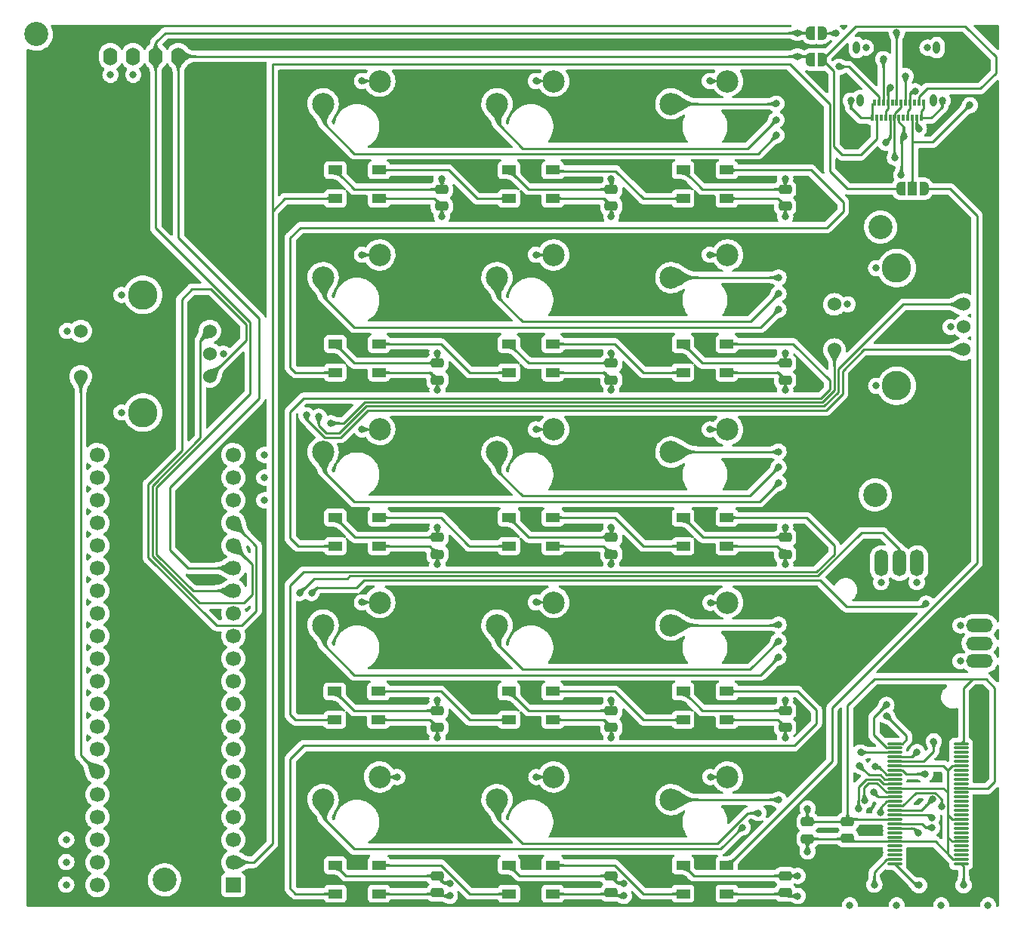
<source format=gtl>
%TF.GenerationSoftware,KiCad,Pcbnew,(6.0.4)*%
%TF.CreationDate,2022-04-24T15:44:45-04:00*%
%TF.ProjectId,keeb,6b656562-2e6b-4696-9361-645f70636258,rev?*%
%TF.SameCoordinates,Original*%
%TF.FileFunction,Copper,L1,Top*%
%TF.FilePolarity,Positive*%
%FSLAX46Y46*%
G04 Gerber Fmt 4.6, Leading zero omitted, Abs format (unit mm)*
G04 Created by KiCad (PCBNEW (6.0.4)) date 2022-04-24 15:44:45*
%MOMM*%
%LPD*%
G01*
G04 APERTURE LIST*
G04 Aperture macros list*
%AMRoundRect*
0 Rectangle with rounded corners*
0 $1 Rounding radius*
0 $2 $3 $4 $5 $6 $7 $8 $9 X,Y pos of 4 corners*
0 Add a 4 corners polygon primitive as box body*
4,1,4,$2,$3,$4,$5,$6,$7,$8,$9,$2,$3,0*
0 Add four circle primitives for the rounded corners*
1,1,$1+$1,$2,$3*
1,1,$1+$1,$4,$5*
1,1,$1+$1,$6,$7*
1,1,$1+$1,$8,$9*
0 Add four rect primitives between the rounded corners*
20,1,$1+$1,$2,$3,$4,$5,0*
20,1,$1+$1,$4,$5,$6,$7,0*
20,1,$1+$1,$6,$7,$8,$9,0*
20,1,$1+$1,$8,$9,$2,$3,0*%
%AMFreePoly0*
4,1,22,0.500000,-0.750000,0.000000,-0.750000,0.000000,-0.745033,-0.079941,-0.743568,-0.215256,-0.701293,-0.333266,-0.622738,-0.424486,-0.514219,-0.481581,-0.384460,-0.499164,-0.250000,-0.500000,-0.250000,-0.500000,0.250000,-0.499164,0.250000,-0.499963,0.256109,-0.478152,0.396186,-0.417904,0.524511,-0.324060,0.630769,-0.204165,0.706417,-0.067858,0.745374,0.000000,0.744959,0.000000,0.750000,
0.500000,0.750000,0.500000,-0.750000,0.500000,-0.750000,$1*%
%AMFreePoly1*
4,1,20,0.000000,0.744959,0.073905,0.744508,0.209726,0.703889,0.328688,0.626782,0.421226,0.519385,0.479903,0.390333,0.500000,0.250000,0.500000,-0.250000,0.499851,-0.262216,0.476331,-0.402017,0.414519,-0.529596,0.319384,-0.634700,0.198574,-0.708877,0.061801,-0.746166,0.000000,-0.745033,0.000000,-0.750000,-0.500000,-0.750000,-0.500000,0.750000,0.000000,0.750000,0.000000,0.744959,
0.000000,0.744959,$1*%
%AMFreePoly2*
4,1,22,0.550000,-0.750000,0.000000,-0.750000,0.000000,-0.745033,-0.079941,-0.743568,-0.215256,-0.701293,-0.333266,-0.622738,-0.424486,-0.514219,-0.481581,-0.384460,-0.499164,-0.250000,-0.500000,-0.250000,-0.500000,0.250000,-0.499164,0.250000,-0.499963,0.256109,-0.478152,0.396186,-0.417904,0.524511,-0.324060,0.630769,-0.204165,0.706417,-0.067858,0.745374,0.000000,0.744959,0.000000,0.750000,
0.550000,0.750000,0.550000,-0.750000,0.550000,-0.750000,$1*%
%AMFreePoly3*
4,1,20,0.000000,0.744959,0.073905,0.744508,0.209726,0.703889,0.328688,0.626782,0.421226,0.519385,0.479903,0.390333,0.500000,0.250000,0.500000,-0.250000,0.499851,-0.262216,0.476331,-0.402017,0.414519,-0.529596,0.319384,-0.634700,0.198574,-0.708877,0.061801,-0.746166,0.000000,-0.745033,0.000000,-0.750000,-0.550000,-0.750000,-0.550000,0.750000,0.000000,0.750000,0.000000,0.744959,
0.000000,0.744959,$1*%
G04 Aperture macros list end*
%TA.AperFunction,SMDPad,CuDef*%
%ADD10RoundRect,0.250000X0.475000X-0.250000X0.475000X0.250000X-0.475000X0.250000X-0.475000X-0.250000X0*%
%TD*%
%TA.AperFunction,ComponentPad*%
%ADD11C,2.500000*%
%TD*%
%TA.AperFunction,SMDPad,CuDef*%
%ADD12FreePoly0,0.000000*%
%TD*%
%TA.AperFunction,SMDPad,CuDef*%
%ADD13FreePoly1,0.000000*%
%TD*%
%TA.AperFunction,SMDPad,CuDef*%
%ADD14R,1.500000X1.000000*%
%TD*%
%TA.AperFunction,SMDPad,CuDef*%
%ADD15FreePoly2,0.000000*%
%TD*%
%TA.AperFunction,SMDPad,CuDef*%
%ADD16R,1.000000X1.500000*%
%TD*%
%TA.AperFunction,SMDPad,CuDef*%
%ADD17FreePoly3,0.000000*%
%TD*%
%TA.AperFunction,ComponentPad*%
%ADD18C,1.524000*%
%TD*%
%TA.AperFunction,ComponentPad*%
%ADD19C,3.302000*%
%TD*%
%TA.AperFunction,ComponentPad*%
%ADD20O,1.600000X2.000000*%
%TD*%
%TA.AperFunction,ComponentPad*%
%ADD21C,2.700000*%
%TD*%
%TA.AperFunction,ComponentPad*%
%ADD22R,1.700000X1.700000*%
%TD*%
%TA.AperFunction,ComponentPad*%
%ADD23C,1.700000*%
%TD*%
%TA.AperFunction,SMDPad,CuDef*%
%ADD24RoundRect,0.020300X-0.774700X-0.124700X0.774700X-0.124700X0.774700X0.124700X-0.774700X0.124700X0*%
%TD*%
%TA.AperFunction,SMDPad,CuDef*%
%ADD25RoundRect,0.020300X0.774700X0.124700X-0.774700X0.124700X-0.774700X-0.124700X0.774700X-0.124700X0*%
%TD*%
%TA.AperFunction,ComponentPad*%
%ADD26O,1.500000X3.000000*%
%TD*%
%TA.AperFunction,ComponentPad*%
%ADD27O,3.000000X1.500000*%
%TD*%
%TA.AperFunction,SMDPad,CuDef*%
%ADD28RoundRect,0.250000X-0.475000X0.250000X-0.475000X-0.250000X0.475000X-0.250000X0.475000X0.250000X0*%
%TD*%
%TA.AperFunction,SMDPad,CuDef*%
%ADD29R,0.300000X0.700000*%
%TD*%
%TA.AperFunction,ComponentPad*%
%ADD30O,0.800000X1.400000*%
%TD*%
%TA.AperFunction,ViaPad*%
%ADD31C,0.800000*%
%TD*%
%TA.AperFunction,Conductor*%
%ADD32C,0.250000*%
%TD*%
G04 APERTURE END LIST*
D10*
%TO.P,C14,1*%
%TO.N,+5V*%
X137950000Y-151800000D03*
%TO.P,C14,2*%
%TO.N,GND*%
X137950000Y-149900000D03*
%TD*%
D11*
%TO.P,SW5,1*%
%TO.N,GND*%
X170490000Y-60720000D03*
%TO.P,SW5,2*%
%TO.N,/SW3*%
X164140000Y-63260000D03*
%TD*%
%TO.P,SW6,1*%
%TO.N,GND*%
X131490000Y-80220000D03*
%TO.P,SW6,2*%
%TO.N,/SW4*%
X125140000Y-82760000D03*
%TD*%
D12*
%TO.P,JP5,1,A*%
%TO.N,Net-(Brd1-Pad4)*%
X179800000Y-58300000D03*
D13*
%TO.P,JP5,2,B*%
%TO.N,Net-(J2-PadA11)*%
X181100000Y-58300000D03*
%TD*%
D11*
%TO.P,SW7,1*%
%TO.N,GND*%
X150990000Y-80220000D03*
%TO.P,SW7,2*%
%TO.N,/SW5*%
X144640000Y-82760000D03*
%TD*%
D10*
%TO.P,C12,1*%
%TO.N,+5V*%
X157450000Y-133250000D03*
%TO.P,C12,2*%
%TO.N,GND*%
X157450000Y-131350000D03*
%TD*%
D14*
%TO.P,LED14,1,VDD*%
%TO.N,+5V*%
X150900000Y-151900000D03*
%TO.P,LED14,2,DOUT*%
%TO.N,Net-(LED14-Pad2)*%
X150900000Y-148700000D03*
%TO.P,LED14,3,VSS*%
%TO.N,GND*%
X146000000Y-148700000D03*
%TO.P,LED14,4,DIN*%
%TO.N,Net-(LED13-Pad2)*%
X146000000Y-151900000D03*
%TD*%
%TO.P,LED13,1,VDD*%
%TO.N,+5V*%
X131400000Y-151900000D03*
%TO.P,LED13,2,DOUT*%
%TO.N,Net-(LED13-Pad2)*%
X131400000Y-148700000D03*
%TO.P,LED13,3,VSS*%
%TO.N,GND*%
X126500000Y-148700000D03*
%TO.P,LED13,4,DIN*%
%TO.N,Net-(LED12-Pad2)*%
X126500000Y-151900000D03*
%TD*%
D10*
%TO.P,C11,1*%
%TO.N,+5V*%
X137950000Y-133250000D03*
%TO.P,C11,2*%
%TO.N,GND*%
X137950000Y-131350000D03*
%TD*%
D14*
%TO.P,LED3,1,VDD*%
%TO.N,+5V*%
X170400000Y-73900000D03*
%TO.P,LED3,2,DOUT*%
%TO.N,Net-(LED3-Pad2)*%
X170400000Y-70700000D03*
%TO.P,LED3,3,VSS*%
%TO.N,GND*%
X165500000Y-70700000D03*
%TO.P,LED3,4,DIN*%
%TO.N,Net-(LED2-Pad2)*%
X165500000Y-73900000D03*
%TD*%
D15*
%TO.P,JP8,1,A*%
%TO.N,/LED1*%
X189905571Y-72782540D03*
D16*
%TO.P,JP8,2,C*%
%TO.N,Net-(J2-PadA3)*%
X191205571Y-72782540D03*
D17*
%TO.P,JP8,3,B*%
%TO.N,/LED_out*%
X192505571Y-72782540D03*
%TD*%
D18*
%TO.P,SW2,A,A*%
%TO.N,/RT2A*%
X196943000Y-90840000D03*
%TO.P,SW2,B,B*%
%TO.N,/RT2B*%
X196943000Y-85760000D03*
%TO.P,SW2,C,C*%
%TO.N,GND*%
X196943000Y-88300000D03*
D19*
%TO.P,SW2,P$3,P$3*%
X189450000Y-81696000D03*
%TO.P,SW2,P$4,P$4*%
X189450000Y-94904000D03*
D18*
%TO.P,SW2,SW+,SW+*%
X182465000Y-85760000D03*
%TO.P,SW2,SW-,SW-*%
%TO.N,/RT2BT*%
X182465000Y-90840000D03*
%TD*%
D10*
%TO.P,C13,1*%
%TO.N,+5V*%
X176950000Y-133250000D03*
%TO.P,C13,2*%
%TO.N,GND*%
X176950000Y-131350000D03*
%TD*%
D11*
%TO.P,SW4,1*%
%TO.N,GND*%
X150990000Y-60720000D03*
%TO.P,SW4,2*%
%TO.N,/SW2*%
X144640000Y-63260000D03*
%TD*%
%TO.P,SW11,1*%
%TO.N,GND*%
X170490000Y-99800000D03*
%TO.P,SW11,2*%
%TO.N,/SW9*%
X164140000Y-102340000D03*
%TD*%
D20*
%TO.P,Brd1,1,GND*%
%TO.N,GND*%
X101290000Y-57930000D03*
%TO.P,Brd1,2,VCC*%
%TO.N,+3V3*%
X103830000Y-57930000D03*
%TO.P,Brd1,3,SCL*%
%TO.N,Net-(Brd1-Pad3)*%
X106370000Y-57930000D03*
%TO.P,Brd1,4,SDA*%
%TO.N,Net-(Brd1-Pad4)*%
X108910000Y-57930000D03*
%TD*%
D21*
%TO.P,H3,*%
%TO.N,GND*%
X187050000Y-107150000D03*
%TD*%
D22*
%TO.P,U1,1,PB12*%
%TO.N,unconnected-(U1-Pad1)*%
X115070000Y-150930000D03*
D23*
%TO.P,U1,2,PB13*%
%TO.N,/LED1*%
X115070000Y-148390000D03*
%TO.P,U1,3,PB14*%
%TO.N,unconnected-(U1-Pad3)*%
X115070000Y-145850000D03*
%TO.P,U1,4,PB15*%
%TO.N,unconnected-(U1-Pad4)*%
X115070000Y-143310000D03*
%TO.P,U1,5,PA8*%
%TO.N,unconnected-(U1-Pad5)*%
X115070000Y-140770000D03*
%TO.P,U1,6,PA9*%
%TO.N,/TX1*%
X115070000Y-138230000D03*
%TO.P,U1,7,PA10*%
%TO.N,/RX1*%
X115070000Y-135690000D03*
%TO.P,U1,8,PA11*%
%TO.N,/USB-*%
X115070000Y-133150000D03*
%TO.P,U1,9,PA12*%
%TO.N,/USB+*%
X115070000Y-130610000D03*
%TO.P,U1,10,PA15*%
%TO.N,unconnected-(U1-Pad10)*%
X115070000Y-128070000D03*
%TO.P,U1,11,PB3*%
%TO.N,unconnected-(U1-Pad11)*%
X115070000Y-125530000D03*
%TO.P,U1,12,PB4*%
%TO.N,unconnected-(U1-Pad12)*%
X115070000Y-122990000D03*
%TO.P,U1,13,PB5*%
%TO.N,/SMBA1*%
X115070000Y-120450000D03*
%TO.P,U1,14,PB6*%
%TO.N,Net-(Brd1-Pad3)*%
X115070000Y-117910000D03*
%TO.P,U1,15,PB7*%
%TO.N,Net-(Brd1-Pad4)*%
X115070000Y-115370000D03*
%TO.P,U1,16,PB8*%
%TO.N,/RT1B*%
X115070000Y-112830000D03*
%TO.P,U1,17,PB9*%
%TO.N,/RT1A*%
X115070000Y-110290000D03*
%TO.P,U1,18,5V*%
%TO.N,+5V*%
X115070000Y-107750000D03*
%TO.P,U1,19,GND*%
%TO.N,GND*%
X115070000Y-105210000D03*
%TO.P,U1,20,3V3*%
%TO.N,+3V3*%
X115070000Y-102670000D03*
%TO.P,U1,21,VBat*%
%TO.N,unconnected-(U1-Pad21)*%
X99830000Y-102670000D03*
%TO.P,U1,22,PC13*%
%TO.N,unconnected-(U1-Pad22)*%
X99830000Y-105210000D03*
%TO.P,U1,23,PC14*%
%TO.N,unconnected-(U1-Pad23)*%
X99830000Y-107750000D03*
%TO.P,U1,24,PC15*%
%TO.N,unconnected-(U1-Pad24)*%
X99830000Y-110290000D03*
%TO.P,U1,25,RES*%
%TO.N,unconnected-(U1-Pad25)*%
X99830000Y-112830000D03*
%TO.P,U1,26,PA0*%
%TO.N,unconnected-(U1-Pad26)*%
X99830000Y-115370000D03*
%TO.P,U1,27,PA1*%
%TO.N,unconnected-(U1-Pad27)*%
X99830000Y-117910000D03*
%TO.P,U1,28,PA2*%
%TO.N,unconnected-(U1-Pad28)*%
X99830000Y-120450000D03*
%TO.P,U1,29,PA3*%
%TO.N,unconnected-(U1-Pad29)*%
X99830000Y-122990000D03*
%TO.P,U1,30,PA4*%
%TO.N,unconnected-(U1-Pad30)*%
X99830000Y-125530000D03*
%TO.P,U1,31,PA5*%
%TO.N,/RT2A*%
X99830000Y-128070000D03*
%TO.P,U1,32,PA6*%
%TO.N,/RT2B*%
X99830000Y-130610000D03*
%TO.P,U1,33,PA7*%
%TO.N,/JOY_H*%
X99830000Y-133150000D03*
%TO.P,U1,34,PB0*%
%TO.N,/JOY_V*%
X99830000Y-135690000D03*
%TO.P,U1,35,PB1*%
%TO.N,/RT1BT*%
X99830000Y-138230000D03*
%TO.P,U1,36,PB2*%
%TO.N,/RT2BT*%
X99830000Y-140770000D03*
%TO.P,U1,37,PB10*%
%TO.N,unconnected-(U1-Pad37)*%
X99830000Y-143310000D03*
%TO.P,U1,38,3V3*%
%TO.N,+3V3*%
X99830000Y-145850000D03*
%TO.P,U1,39,GND*%
%TO.N,GND*%
X99830000Y-148390000D03*
%TO.P,U1,40,5V*%
%TO.N,+5V*%
X99830000Y-150930000D03*
%TD*%
D10*
%TO.P,C5,1*%
%TO.N,+5V*%
X137950000Y-94250000D03*
%TO.P,C5,2*%
%TO.N,GND*%
X137950000Y-92350000D03*
%TD*%
%TO.P,C16,1*%
%TO.N,+5V*%
X176950000Y-151800000D03*
%TO.P,C16,2*%
%TO.N,GND*%
X176950000Y-149900000D03*
%TD*%
D21*
%TO.P,H1,*%
%TO.N,GND*%
X107350000Y-150350000D03*
%TD*%
D10*
%TO.P,C8,1*%
%TO.N,+5V*%
X137950000Y-113800000D03*
%TO.P,C8,2*%
%TO.N,GND*%
X137950000Y-111900000D03*
%TD*%
D11*
%TO.P,SW12,1*%
%TO.N,GND*%
X131490000Y-119220000D03*
%TO.P,SW12,2*%
%TO.N,/SW10*%
X125140000Y-121760000D03*
%TD*%
%TO.P,SW3,1*%
%TO.N,GND*%
X131490000Y-60720000D03*
%TO.P,SW3,2*%
%TO.N,/SW1*%
X125140000Y-63260000D03*
%TD*%
D21*
%TO.P,H1,*%
%TO.N,GND*%
X93000000Y-55450000D03*
%TD*%
D14*
%TO.P,LED11,1,VDD*%
%TO.N,+5V*%
X150900000Y-132400000D03*
%TO.P,LED11,2,DOUT*%
%TO.N,Net-(LED11-Pad2)*%
X150900000Y-129200000D03*
%TO.P,LED11,3,VSS*%
%TO.N,GND*%
X146000000Y-129200000D03*
%TO.P,LED11,4,DIN*%
%TO.N,/LED3*%
X146000000Y-132400000D03*
%TD*%
D10*
%TO.P,C7,1*%
%TO.N,+5V*%
X176950000Y-94250000D03*
%TO.P,C7,2*%
%TO.N,GND*%
X176950000Y-92350000D03*
%TD*%
D11*
%TO.P,SW8,1*%
%TO.N,GND*%
X170490000Y-80220000D03*
%TO.P,SW8,2*%
%TO.N,/SW6*%
X164140000Y-82760000D03*
%TD*%
D24*
%TO.P,U2,1,SDA*%
%TO.N,Net-(Brd1-Pad4)*%
X189235000Y-135050000D03*
%TO.P,U2,2,SCL*%
%TO.N,Net-(Brd1-Pad3)*%
X189235000Y-135550000D03*
%TO.P,U2,3,IO0_0*%
%TO.N,/SW1*%
X189235000Y-136050000D03*
%TO.P,U2,4,IO0_1*%
%TO.N,/SW2*%
X189235000Y-136550000D03*
%TO.P,U2,5,IO0_2*%
%TO.N,/SW3*%
X189235000Y-137050000D03*
%TO.P,U2,6,VSS*%
%TO.N,GND*%
X189235000Y-137550000D03*
%TO.P,U2,7,IO0_3*%
%TO.N,/SW4*%
X189235000Y-138050000D03*
%TO.P,U2,8,IO0_4*%
%TO.N,/SW5*%
X189235000Y-138550000D03*
%TO.P,U2,9,IO0_5*%
%TO.N,/SW6*%
X189235000Y-139050000D03*
%TO.P,U2,10,IO0_6*%
%TO.N,/SW7*%
X189235000Y-139550000D03*
%TO.P,U2,11,VSS*%
%TO.N,GND*%
X189235000Y-140050000D03*
%TO.P,U2,12,IO0_7*%
%TO.N,/SW8*%
X189235000Y-140550000D03*
%TO.P,U2,13,IO1_0*%
%TO.N,/SW9*%
X189235000Y-141050000D03*
%TO.P,U2,14,IO1_1*%
%TO.N,/SW10*%
X189235000Y-141550000D03*
%TO.P,U2,15,IO1_2*%
%TO.N,/SW11*%
X189235000Y-142050000D03*
%TO.P,U2,16,IO1_3*%
%TO.N,/SW12*%
X189235000Y-142550000D03*
%TO.P,U2,17,IO1_4*%
%TO.N,/SW13*%
X189235000Y-143050000D03*
%TO.P,U2,18,VDD*%
%TO.N,+3V3*%
X189235000Y-143550000D03*
%TO.P,U2,19,IO1_5*%
%TO.N,/SW14*%
X189235000Y-144050000D03*
%TO.P,U2,20,IO1_6*%
%TO.N,/SW15*%
X189235000Y-144550000D03*
%TO.P,U2,21,IO1_7*%
%TO.N,unconnected-(U2-Pad21)*%
X189235000Y-145050000D03*
%TO.P,U2,22,IO2_0*%
%TO.N,unconnected-(U2-Pad22)*%
X189235000Y-145550000D03*
%TO.P,U2,23,VSS*%
%TO.N,GND*%
X189235000Y-146050000D03*
%TO.P,U2,24,IO2_1*%
%TO.N,unconnected-(U2-Pad24)*%
X189235000Y-146550000D03*
%TO.P,U2,25,IO2_2*%
%TO.N,unconnected-(U2-Pad25)*%
X189235000Y-147050000D03*
%TO.P,U2,26,IO2_3*%
%TO.N,unconnected-(U2-Pad26)*%
X189235000Y-147550000D03*
%TO.P,U2,27,A0*%
%TO.N,Net-(JP1-Pad2)*%
X189235000Y-148050000D03*
%TO.P,U2,28,A1*%
%TO.N,Net-(JP2-Pad2)*%
X189235000Y-148550000D03*
D25*
%TO.P,U2,29,A2*%
%TO.N,Net-(JP3-Pad2)*%
X196665000Y-148550000D03*
%TO.P,U2,30,~{OE}*%
%TO.N,GND*%
X196665000Y-148050000D03*
%TO.P,U2,31,IO2_4*%
%TO.N,unconnected-(U2-Pad31)*%
X196665000Y-147550000D03*
%TO.P,U2,32,IO2_5*%
%TO.N,unconnected-(U2-Pad32)*%
X196665000Y-147050000D03*
%TO.P,U2,33,IO2_6*%
%TO.N,unconnected-(U2-Pad33)*%
X196665000Y-146550000D03*
%TO.P,U2,34,VSS*%
%TO.N,GND*%
X196665000Y-146050000D03*
%TO.P,U2,35,IO2_7*%
%TO.N,unconnected-(U2-Pad35)*%
X196665000Y-145550000D03*
%TO.P,U2,36,IO3_0*%
%TO.N,unconnected-(U2-Pad36)*%
X196665000Y-145050000D03*
%TO.P,U2,37,IO3_1*%
%TO.N,unconnected-(U2-Pad37)*%
X196665000Y-144550000D03*
%TO.P,U2,38,IO3_2*%
%TO.N,unconnected-(U2-Pad38)*%
X196665000Y-144050000D03*
%TO.P,U2,39,VSS*%
%TO.N,GND*%
X196665000Y-143550000D03*
%TO.P,U2,40,IO3_3*%
%TO.N,unconnected-(U2-Pad40)*%
X196665000Y-143050000D03*
%TO.P,U2,41,IO3_4*%
%TO.N,unconnected-(U2-Pad41)*%
X196665000Y-142550000D03*
%TO.P,U2,42,IO3_5*%
%TO.N,unconnected-(U2-Pad42)*%
X196665000Y-142050000D03*
%TO.P,U2,43,IO3_6*%
%TO.N,unconnected-(U2-Pad43)*%
X196665000Y-141550000D03*
%TO.P,U2,44,IO3_7*%
%TO.N,unconnected-(U2-Pad44)*%
X196665000Y-141050000D03*
%TO.P,U2,45,IO4_0*%
%TO.N,unconnected-(U2-Pad45)*%
X196665000Y-140550000D03*
%TO.P,U2,46,VDD*%
%TO.N,+3V3*%
X196665000Y-140050000D03*
%TO.P,U2,47,IO4_1*%
%TO.N,unconnected-(U2-Pad47)*%
X196665000Y-139550000D03*
%TO.P,U2,48,IO4_2*%
%TO.N,unconnected-(U2-Pad48)*%
X196665000Y-139050000D03*
%TO.P,U2,49,IO4_3*%
%TO.N,unconnected-(U2-Pad49)*%
X196665000Y-138550000D03*
%TO.P,U2,50,IO4_4*%
%TO.N,unconnected-(U2-Pad50)*%
X196665000Y-138050000D03*
%TO.P,U2,51,VSS*%
%TO.N,GND*%
X196665000Y-137550000D03*
%TO.P,U2,52,IO4_5*%
%TO.N,unconnected-(U2-Pad52)*%
X196665000Y-137050000D03*
%TO.P,U2,53,IO4_6*%
%TO.N,unconnected-(U2-Pad53)*%
X196665000Y-136550000D03*
%TO.P,U2,54,IO4_7*%
%TO.N,unconnected-(U2-Pad54)*%
X196665000Y-136050000D03*
%TO.P,U2,55,~{INT}*%
%TO.N,/INT*%
X196665000Y-135550000D03*
%TO.P,U2,56,~{RESET}*%
%TO.N,+3V3*%
X196665000Y-135050000D03*
%TD*%
D11*
%TO.P,SW13,1*%
%TO.N,GND*%
X150990000Y-119220000D03*
%TO.P,SW13,2*%
%TO.N,/SW11*%
X144640000Y-121760000D03*
%TD*%
D26*
%TO.P,U3,H,H*%
%TO.N,/JOY_H*%
X189731750Y-114800000D03*
%TO.P,U3,H+,H+*%
%TO.N,+3V3*%
X191731750Y-114800000D03*
%TO.P,U3,H-,H-*%
%TO.N,GND*%
X187731750Y-114800000D03*
D27*
%TO.P,U3,V,V*%
%TO.N,/JOY_V*%
X198731750Y-123800000D03*
%TO.P,U3,V+,V+*%
%TO.N,+3V3*%
X198731750Y-121800000D03*
%TO.P,U3,V-,V-*%
%TO.N,GND*%
X198731750Y-125800000D03*
%TD*%
D11*
%TO.P,SW17,1*%
%TO.N,GND*%
X170490000Y-138800000D03*
%TO.P,SW17,2*%
%TO.N,/SW15*%
X164140000Y-141340000D03*
%TD*%
D14*
%TO.P,LED2,1,VDD*%
%TO.N,+5V*%
X150900000Y-73900000D03*
%TO.P,LED2,2,DOUT*%
%TO.N,Net-(LED2-Pad2)*%
X150900000Y-70700000D03*
%TO.P,LED2,3,VSS*%
%TO.N,GND*%
X146000000Y-70700000D03*
%TO.P,LED2,4,DIN*%
%TO.N,Net-(LED1-Pad2)*%
X146000000Y-73900000D03*
%TD*%
%TO.P,LED8,1,VDD*%
%TO.N,+5V*%
X150900000Y-112900000D03*
%TO.P,LED8,2,DOUT*%
%TO.N,Net-(LED8-Pad2)*%
X150900000Y-109700000D03*
%TO.P,LED8,3,VSS*%
%TO.N,GND*%
X146000000Y-109700000D03*
%TO.P,LED8,4,DIN*%
%TO.N,Net-(LED7-Pad2)*%
X146000000Y-112900000D03*
%TD*%
D11*
%TO.P,SW16,1*%
%TO.N,GND*%
X150990000Y-138800000D03*
%TO.P,SW16,2*%
%TO.N,/SW14*%
X144640000Y-141340000D03*
%TD*%
D14*
%TO.P,LED5,1,VDD*%
%TO.N,+5V*%
X150900000Y-93400000D03*
%TO.P,LED5,2,DOUT*%
%TO.N,/LED2*%
X150900000Y-90200000D03*
%TO.P,LED5,3,VSS*%
%TO.N,GND*%
X146000000Y-90200000D03*
%TO.P,LED5,4,DIN*%
%TO.N,Net-(LED4-Pad2)*%
X146000000Y-93400000D03*
%TD*%
D12*
%TO.P,JP4,1,A*%
%TO.N,Net-(Brd1-Pad3)*%
X179800000Y-55300000D03*
D13*
%TO.P,JP4,2,B*%
%TO.N,Net-(J2-PadA2)*%
X181100000Y-55300000D03*
%TD*%
D14*
%TO.P,LED9,1,VDD*%
%TO.N,+5V*%
X170400000Y-112900000D03*
%TO.P,LED9,2,DOUT*%
%TO.N,Net-(LED10-Pad4)*%
X170400000Y-109700000D03*
%TO.P,LED9,3,VSS*%
%TO.N,GND*%
X165500000Y-109700000D03*
%TO.P,LED9,4,DIN*%
%TO.N,Net-(LED8-Pad2)*%
X165500000Y-112900000D03*
%TD*%
%TO.P,LED1,1,VDD*%
%TO.N,+5V*%
X131400000Y-73900000D03*
%TO.P,LED1,2,DOUT*%
%TO.N,Net-(LED1-Pad2)*%
X131400000Y-70700000D03*
%TO.P,LED1,3,VSS*%
%TO.N,GND*%
X126500000Y-70700000D03*
%TO.P,LED1,4,DIN*%
%TO.N,/LED1*%
X126500000Y-73900000D03*
%TD*%
D11*
%TO.P,SW10,1*%
%TO.N,GND*%
X150990000Y-99800000D03*
%TO.P,SW10,2*%
%TO.N,/SW8*%
X144640000Y-102340000D03*
%TD*%
D10*
%TO.P,C2,1*%
%TO.N,+5V*%
X138450000Y-74750000D03*
%TO.P,C2,2*%
%TO.N,GND*%
X138450000Y-72850000D03*
%TD*%
D11*
%TO.P,SW15,1*%
%TO.N,GND*%
X131490000Y-138800000D03*
%TO.P,SW15,2*%
%TO.N,/SW13*%
X125140000Y-141340000D03*
%TD*%
D14*
%TO.P,LED12,1,VDD*%
%TO.N,+5V*%
X170400000Y-132400000D03*
%TO.P,LED12,2,DOUT*%
%TO.N,Net-(LED12-Pad2)*%
X170400000Y-129200000D03*
%TO.P,LED12,3,VSS*%
%TO.N,GND*%
X165500000Y-129200000D03*
%TO.P,LED12,4,DIN*%
%TO.N,Net-(LED11-Pad2)*%
X165500000Y-132400000D03*
%TD*%
D10*
%TO.P,C10,1*%
%TO.N,+5V*%
X176950000Y-113800000D03*
%TO.P,C10,2*%
%TO.N,GND*%
X176950000Y-111900000D03*
%TD*%
D14*
%TO.P,LED10,1,VDD*%
%TO.N,+5V*%
X131350000Y-132400000D03*
%TO.P,LED10,2,DOUT*%
%TO.N,/LED3*%
X131350000Y-129200000D03*
%TO.P,LED10,3,VSS*%
%TO.N,GND*%
X126450000Y-129200000D03*
%TO.P,LED10,4,DIN*%
%TO.N,Net-(LED10-Pad4)*%
X126450000Y-132400000D03*
%TD*%
D10*
%TO.P,C9,1*%
%TO.N,+5V*%
X157450000Y-113800000D03*
%TO.P,C9,2*%
%TO.N,GND*%
X157450000Y-111900000D03*
%TD*%
%TO.P,C3,1*%
%TO.N,+5V*%
X157450000Y-74750000D03*
%TO.P,C3,2*%
%TO.N,GND*%
X157450000Y-72850000D03*
%TD*%
D21*
%TO.P,H2,*%
%TO.N,GND*%
X187650000Y-77100000D03*
%TD*%
D14*
%TO.P,LED6,1,VDD*%
%TO.N,+5V*%
X170400000Y-93400000D03*
%TO.P,LED6,2,DOUT*%
%TO.N,Net-(LED6-Pad2)*%
X170400000Y-90200000D03*
%TO.P,LED6,3,VSS*%
%TO.N,GND*%
X165500000Y-90200000D03*
%TO.P,LED6,4,DIN*%
%TO.N,/LED2*%
X165500000Y-93400000D03*
%TD*%
D10*
%TO.P,C4,1*%
%TO.N,+5V*%
X176950000Y-74750000D03*
%TO.P,C4,2*%
%TO.N,GND*%
X176950000Y-72850000D03*
%TD*%
D14*
%TO.P,LED7,1,VDD*%
%TO.N,+5V*%
X131400000Y-112900000D03*
%TO.P,LED7,2,DOUT*%
%TO.N,Net-(LED7-Pad2)*%
X131400000Y-109700000D03*
%TO.P,LED7,3,VSS*%
%TO.N,GND*%
X126500000Y-109700000D03*
%TO.P,LED7,4,DIN*%
%TO.N,Net-(LED6-Pad2)*%
X126500000Y-112900000D03*
%TD*%
D10*
%TO.P,C15,1*%
%TO.N,+5V*%
X157450000Y-151800000D03*
%TO.P,C15,2*%
%TO.N,GND*%
X157450000Y-149900000D03*
%TD*%
D11*
%TO.P,SW14,1*%
%TO.N,GND*%
X170490000Y-119220000D03*
%TO.P,SW14,2*%
%TO.N,/SW12*%
X164140000Y-121760000D03*
%TD*%
D10*
%TO.P,C6,1*%
%TO.N,+5V*%
X157450000Y-94250000D03*
%TO.P,C6,2*%
%TO.N,GND*%
X157450000Y-92350000D03*
%TD*%
D18*
%TO.P,SW1,A,A*%
%TO.N,/RT1A*%
X112443000Y-93840000D03*
%TO.P,SW1,B,B*%
%TO.N,/RT1B*%
X112443000Y-88760000D03*
%TO.P,SW1,C,C*%
%TO.N,GND*%
X112443000Y-91300000D03*
D19*
%TO.P,SW1,P$3,P$3*%
X104950000Y-84696000D03*
%TO.P,SW1,P$4,P$4*%
X104950000Y-97904000D03*
D18*
%TO.P,SW1,SW+,SW+*%
X97965000Y-88760000D03*
%TO.P,SW1,SW-,SW-*%
%TO.N,/RT1BT*%
X97965000Y-93840000D03*
%TD*%
D14*
%TO.P,LED4,1,VDD*%
%TO.N,+5V*%
X131400000Y-93400000D03*
%TO.P,LED4,2,DOUT*%
%TO.N,Net-(LED4-Pad2)*%
X131400000Y-90200000D03*
%TO.P,LED4,3,VSS*%
%TO.N,GND*%
X126500000Y-90200000D03*
%TO.P,LED4,4,DIN*%
%TO.N,Net-(LED3-Pad2)*%
X126500000Y-93400000D03*
%TD*%
D11*
%TO.P,SW9,1*%
%TO.N,GND*%
X131490000Y-99800000D03*
%TO.P,SW9,2*%
%TO.N,/SW7*%
X125140000Y-102340000D03*
%TD*%
D14*
%TO.P,LED15,1,VDD*%
%TO.N,+5V*%
X170400000Y-151900000D03*
%TO.P,LED15,2,DOUT*%
%TO.N,/LED_out*%
X170400000Y-148700000D03*
%TO.P,LED15,3,VSS*%
%TO.N,GND*%
X165500000Y-148700000D03*
%TO.P,LED15,4,DIN*%
%TO.N,Net-(LED14-Pad2)*%
X165500000Y-151900000D03*
%TD*%
D28*
%TO.P,C1,1*%
%TO.N,+3V3*%
X183950000Y-143800000D03*
%TO.P,C1,2*%
%TO.N,GND*%
X183950000Y-145700000D03*
%TD*%
D29*
%TO.P,J2,A1,GND*%
%TO.N,GND*%
X192200000Y-64820000D03*
%TO.P,J2,A2,TX1+*%
%TO.N,Net-(J2-PadA2)*%
X191700000Y-64820000D03*
%TO.P,J2,A3,TX1-*%
%TO.N,Net-(J2-PadA3)*%
X191200000Y-64820000D03*
%TO.P,J2,A4,VBUS*%
%TO.N,+5V*%
X190700000Y-64820000D03*
%TO.P,J2,A5,CC1*%
%TO.N,unconnected-(J2-PadA5)*%
X190200000Y-64820000D03*
%TO.P,J2,A6,D+*%
%TO.N,Net-(J2-PadA6)*%
X189700000Y-64820000D03*
%TO.P,J2,A7,D-*%
%TO.N,Net-(J2-PadA7)*%
X189200000Y-64820000D03*
%TO.P,J2,A8,SBU1*%
%TO.N,+3V3*%
X188700000Y-64820000D03*
%TO.P,J2,A9,VBUS*%
%TO.N,+5V*%
X188200000Y-64820000D03*
%TO.P,J2,A10,RX2-*%
%TO.N,unconnected-(J2-PadA10)*%
X187700000Y-64820000D03*
%TO.P,J2,A11,RX2+*%
%TO.N,Net-(J2-PadA11)*%
X187200000Y-64820000D03*
%TO.P,J2,A12,GND*%
%TO.N,GND*%
X186700000Y-64820000D03*
%TO.P,J2,B1,GND*%
X186950000Y-63120000D03*
%TO.P,J2,B2,TX2+*%
%TO.N,Net-(J2-PadA2)*%
X187450000Y-63120000D03*
%TO.P,J2,B3,TX2-*%
%TO.N,Net-(J2-PadA3)*%
X187950000Y-63120000D03*
%TO.P,J2,B4,VBUS*%
%TO.N,+5V*%
X188450000Y-63120000D03*
%TO.P,J2,B5,CC2*%
%TO.N,unconnected-(J2-PadB5)*%
X188950000Y-63120000D03*
%TO.P,J2,B6,D+*%
%TO.N,Net-(J2-PadA6)*%
X189450000Y-63120000D03*
%TO.P,J2,B7,D-*%
%TO.N,Net-(J2-PadA7)*%
X189950000Y-63120000D03*
%TO.P,J2,B8,SBU2*%
%TO.N,+3V3*%
X190450000Y-63120000D03*
%TO.P,J2,B9,VBUS*%
%TO.N,+5V*%
X190950000Y-63120000D03*
%TO.P,J2,B10,RX1-*%
%TO.N,unconnected-(J2-PadB10)*%
X191450000Y-63120000D03*
%TO.P,J2,B11,RX1+*%
%TO.N,Net-(J2-PadA11)*%
X191950000Y-63120000D03*
%TO.P,J2,B12,GND*%
%TO.N,GND*%
X192450000Y-63120000D03*
D30*
%TO.P,J2,S1,SHIELD*%
X193940000Y-56960000D03*
X185320000Y-62910000D03*
X193580000Y-62910000D03*
X184960000Y-56960000D03*
%TD*%
D28*
%TO.P,C17,1*%
%TO.N,+3V3*%
X179450000Y-143850000D03*
%TO.P,C17,2*%
%TO.N,GND*%
X179450000Y-145750000D03*
%TD*%
D31*
%TO.N,+3V3*%
X190450000Y-60150000D03*
X196600000Y-121800000D03*
X118550000Y-102650000D03*
X188200000Y-67600000D03*
X96350000Y-145850000D03*
X191700000Y-116950000D03*
X179450000Y-142350000D03*
X103850000Y-60000000D03*
X194450000Y-153200000D03*
X184200000Y-153200000D03*
%TO.N,GND*%
X139362701Y-150737299D03*
X178350008Y-149899992D03*
X133450000Y-138800000D03*
X129500000Y-80200000D03*
X138450000Y-71700000D03*
X168550000Y-138800000D03*
X129500000Y-119200000D03*
X101300000Y-60000000D03*
X183950000Y-85750000D03*
X157450000Y-91200000D03*
X157450000Y-71700000D03*
X129500000Y-60700000D03*
X137950000Y-91200000D03*
X195500000Y-88300000D03*
X149000000Y-80200000D03*
X176950000Y-130200000D03*
X168500000Y-80200000D03*
X168550000Y-119250000D03*
X96450000Y-88750000D03*
X96350000Y-148350000D03*
X184300000Y-62900000D03*
X118550000Y-105200000D03*
X157450000Y-110750000D03*
X189450000Y-153200000D03*
X176950000Y-71700000D03*
X158862701Y-150737299D03*
X187150000Y-81700000D03*
X186000000Y-56950000D03*
X168500000Y-99800000D03*
X149050000Y-138800000D03*
X187700000Y-116950000D03*
X176950000Y-91200000D03*
X199700000Y-153200000D03*
X137950000Y-110750000D03*
X176950000Y-110750000D03*
X192900000Y-56950000D03*
X137950000Y-130200000D03*
X113950000Y-91300000D03*
X102550000Y-97900000D03*
X179450000Y-147174500D03*
X149000000Y-99800000D03*
X129500000Y-99800000D03*
X149000000Y-60700000D03*
X194600000Y-62900000D03*
X196600000Y-125800000D03*
X157450000Y-130200000D03*
X187150000Y-94900000D03*
X149000000Y-119200000D03*
X168500000Y-60700000D03*
X102550000Y-84700000D03*
%TO.N,+5V*%
X176950000Y-134400000D03*
X137950000Y-95400000D03*
X118550000Y-107750000D03*
X176950000Y-114950000D03*
X176950000Y-75900000D03*
X176950000Y-95400000D03*
X157450000Y-114950000D03*
X157450000Y-134400000D03*
X137950000Y-114950000D03*
X157450000Y-95400000D03*
X137950000Y-134400000D03*
X158850000Y-152150000D03*
X138450000Y-75900000D03*
X139350000Y-152150000D03*
X178350000Y-152162701D03*
X96350000Y-150900000D03*
X188700000Y-61450000D03*
X191499062Y-61850438D03*
X157450000Y-75900000D03*
%TO.N,Net-(J2-PadA6)*%
X189950000Y-71250000D03*
X189450000Y-55274500D03*
X190250000Y-66900000D03*
%TO.N,Net-(J2-PadA7)*%
X189250000Y-69300000D03*
%TO.N,Net-(JP1-Pad2)*%
X186950000Y-150900000D03*
%TO.N,Net-(JP2-Pad2)*%
X191950000Y-150950000D03*
%TO.N,Net-(JP3-Pad2)*%
X196950000Y-150950000D03*
%TO.N,/RT2A*%
X123250000Y-98200000D03*
%TO.N,/RT2B*%
X124650000Y-98350000D03*
%TO.N,/RT2BT*%
X126000000Y-99100000D03*
%TO.N,/SW1*%
X185400000Y-136050000D03*
X175950000Y-66800000D03*
%TO.N,/SW2*%
X191737173Y-136015267D03*
X175950000Y-65050000D03*
%TO.N,/SW3*%
X175950000Y-63250000D03*
X193600000Y-134800000D03*
%TO.N,/SW4*%
X176200000Y-86350000D03*
X192650000Y-138450000D03*
%TO.N,/SW5*%
X176200000Y-84550000D03*
X187050000Y-137650000D03*
%TO.N,/SW6*%
X185300000Y-137550000D03*
X176200000Y-82750000D03*
%TO.N,/SW7*%
X185150000Y-142400000D03*
X176200000Y-105800000D03*
%TO.N,/SW8*%
X185900000Y-141450000D03*
X176200000Y-104050000D03*
%TO.N,/SW9*%
X186850000Y-140550000D03*
X176200000Y-102300000D03*
%TO.N,/SW10*%
X187600000Y-142825500D03*
X176200000Y-125350000D03*
%TO.N,/SW11*%
X194475500Y-142150000D03*
X176200000Y-123550000D03*
%TO.N,/SW12*%
X193450000Y-141300000D03*
X176200000Y-121700000D03*
%TO.N,/SW13*%
X172150000Y-144450000D03*
X193400000Y-143350000D03*
%TO.N,/SW14*%
X193400000Y-144500000D03*
X173950000Y-142850000D03*
%TO.N,/SW15*%
X191900000Y-145050000D03*
X176200000Y-141350000D03*
%TO.N,/JOY_V*%
X123850000Y-118150000D03*
X192750000Y-119350000D03*
%TO.N,/JOY_H*%
X122500000Y-118150000D03*
%TO.N,Net-(J2-PadA2)*%
X191930071Y-66050000D03*
X182600000Y-55350000D03*
X183000000Y-59100000D03*
%TO.N,Net-(Brd1-Pad3)*%
X188300000Y-130700000D03*
X178300000Y-55300000D03*
%TO.N,Net-(Brd1-Pad4)*%
X178320000Y-57930000D03*
X188350000Y-131950000D03*
%TO.N,Net-(J2-PadA3)*%
X187950000Y-58250000D03*
X197650000Y-63400000D03*
%TD*%
D32*
%TO.N,+3V3*%
X186950000Y-127800000D02*
X196950000Y-127800000D01*
X183900000Y-143850000D02*
X183950000Y-143800000D01*
X197602838Y-140100789D02*
X197552049Y-140050000D01*
X183950000Y-130800000D02*
X186950000Y-127800000D01*
X183950000Y-143800000D02*
X183950000Y-130800000D01*
X190450000Y-60150000D02*
X190450000Y-63120000D01*
X188700000Y-67100000D02*
X188700000Y-64820000D01*
X199450000Y-127800000D02*
X200450000Y-128800000D01*
X196950000Y-128800000D02*
X196950000Y-134765000D01*
X199649211Y-140100789D02*
X197602838Y-140100789D01*
X196950000Y-134765000D02*
X196665000Y-135050000D01*
X183950000Y-143800000D02*
X184200000Y-143550000D01*
X184200000Y-143550000D02*
X189235000Y-143550000D01*
X197950000Y-127800000D02*
X199450000Y-127800000D01*
X179450000Y-143850000D02*
X183900000Y-143850000D01*
X197950000Y-127800000D02*
X196950000Y-128800000D01*
X197552049Y-140050000D02*
X196665000Y-140050000D01*
X188200000Y-67600000D02*
X188700000Y-67100000D01*
X200450000Y-128800000D02*
X200450000Y-139300000D01*
X200450000Y-139300000D02*
X199649211Y-140100789D01*
X179450000Y-142350000D02*
X179450000Y-143850000D01*
X196950000Y-127800000D02*
X197950000Y-127800000D01*
%TO.N,GND*%
X157450000Y-91200000D02*
X157450000Y-92350000D01*
X192450000Y-63120000D02*
X192450000Y-63800000D01*
X157450000Y-149900000D02*
X147200000Y-149900000D01*
X176950000Y-131350000D02*
X167650000Y-131350000D01*
X147200000Y-149900000D02*
X146000000Y-148700000D01*
X167700000Y-111900000D02*
X165500000Y-109700000D01*
X193339752Y-64859521D02*
X192239521Y-64859521D01*
X139362701Y-150737299D02*
X138787299Y-150737299D01*
X137950000Y-111900000D02*
X128700000Y-111900000D01*
X157450000Y-131350000D02*
X148150000Y-131350000D01*
X179450000Y-145750000D02*
X183900000Y-145750000D01*
X167650000Y-72850000D02*
X165500000Y-70700000D01*
X129500000Y-80200000D02*
X131470000Y-80200000D01*
X137950000Y-149900000D02*
X127700000Y-149900000D01*
X195200000Y-140050000D02*
X195200000Y-138066991D01*
X189235000Y-146050000D02*
X193777952Y-146050000D01*
X148150000Y-131350000D02*
X146000000Y-129200000D01*
X195200000Y-146050000D02*
X195200000Y-147472049D01*
X148200000Y-111900000D02*
X146000000Y-109700000D01*
X176950000Y-72850000D02*
X167650000Y-72850000D01*
X149050000Y-138800000D02*
X150990000Y-138800000D01*
X176950000Y-71700000D02*
X176950000Y-72850000D01*
X157450000Y-71700000D02*
X157450000Y-72850000D01*
X129500000Y-60700000D02*
X131470000Y-60700000D01*
X195777951Y-148050000D02*
X196665000Y-148050000D01*
X137950000Y-130200000D02*
X137950000Y-131350000D01*
X128600000Y-131350000D02*
X126450000Y-129200000D01*
X133450000Y-138800000D02*
X131490000Y-138800000D01*
X183900000Y-145750000D02*
X183950000Y-145700000D01*
X176950000Y-130200000D02*
X176950000Y-131350000D01*
X150970000Y-119200000D02*
X150990000Y-119220000D01*
X170460000Y-119250000D02*
X170490000Y-119220000D01*
X184300000Y-146050000D02*
X189235000Y-146050000D01*
X176950000Y-110750000D02*
X176950000Y-111900000D01*
X170470000Y-60700000D02*
X170490000Y-60720000D01*
X131470000Y-60700000D02*
X131490000Y-60720000D01*
X137950000Y-131350000D02*
X128600000Y-131350000D01*
X196665000Y-143550000D02*
X195700000Y-143550000D01*
X167650000Y-92350000D02*
X165500000Y-90200000D01*
X149000000Y-60700000D02*
X150970000Y-60700000D01*
X195700000Y-146050000D02*
X195200000Y-145550000D01*
X127700000Y-149900000D02*
X126500000Y-148700000D01*
X185410250Y-64859520D02*
X186660480Y-64859520D01*
X186660480Y-64859520D02*
X186700000Y-64820000D01*
X157450000Y-92350000D02*
X148150000Y-92350000D01*
X150970000Y-60700000D02*
X150990000Y-60720000D01*
X195200000Y-143050000D02*
X195200000Y-140550000D01*
X166700000Y-149900000D02*
X165500000Y-148700000D01*
X184300000Y-62900000D02*
X184300000Y-63749270D01*
X138450000Y-72850000D02*
X128650000Y-72850000D01*
X128650000Y-92350000D02*
X126500000Y-90200000D01*
X195200000Y-143550000D02*
X195200000Y-143050000D01*
X186950000Y-63120000D02*
X186700000Y-63370000D01*
X195200000Y-144127951D02*
X195200000Y-143550000D01*
X192239521Y-64859521D02*
X192200000Y-64820000D01*
X168500000Y-80200000D02*
X170470000Y-80200000D01*
X183950000Y-145700000D02*
X184300000Y-146050000D01*
X194600000Y-62900000D02*
X194600000Y-63599273D01*
X193777952Y-146050000D02*
X195488976Y-147761024D01*
X176950000Y-91200000D02*
X176950000Y-92350000D01*
X129500000Y-119200000D02*
X131470000Y-119200000D01*
X176950000Y-92350000D02*
X167650000Y-92350000D01*
X138450000Y-71700000D02*
X138450000Y-72850000D01*
X192450000Y-63800000D02*
X192200000Y-64050000D01*
X158862701Y-150737299D02*
X158287299Y-150737299D01*
X128700000Y-111900000D02*
X126500000Y-109700000D01*
X192200000Y-64050000D02*
X192200000Y-64820000D01*
X179450000Y-147174500D02*
X179450000Y-145750000D01*
X195716991Y-137550000D02*
X196665000Y-137550000D01*
X129500000Y-99800000D02*
X131490000Y-99800000D01*
X195200000Y-146050000D02*
X195200000Y-145550000D01*
X194700000Y-140050000D02*
X195200000Y-140550000D01*
X189235000Y-137550000D02*
X194683009Y-137550000D01*
X137950000Y-110750000D02*
X137950000Y-111900000D01*
X184300000Y-63749270D02*
X185410250Y-64859520D01*
X176950000Y-111900000D02*
X167700000Y-111900000D01*
X168550000Y-119250000D02*
X170460000Y-119250000D01*
X149000000Y-99800000D02*
X150990000Y-99800000D01*
X157450000Y-130200000D02*
X157450000Y-131350000D01*
X131470000Y-80200000D02*
X131490000Y-80220000D01*
X137950000Y-91200000D02*
X137950000Y-92350000D01*
X194683009Y-137550000D02*
X195200000Y-138066991D01*
X176950008Y-149899992D02*
X176950000Y-149900000D01*
X195488976Y-147761024D02*
X195777951Y-148050000D01*
X167650000Y-131350000D02*
X165500000Y-129200000D01*
X195200000Y-138066991D02*
X195716991Y-137550000D01*
X128650000Y-72850000D02*
X126500000Y-70700000D01*
X157450000Y-72850000D02*
X148150000Y-72850000D01*
X189235000Y-140050000D02*
X194700000Y-140050000D01*
X178350008Y-149899992D02*
X176950008Y-149899992D01*
X195200000Y-147472049D02*
X195488976Y-147761024D01*
X150970000Y-80200000D02*
X150990000Y-80220000D01*
X186700000Y-63370000D02*
X186700000Y-64820000D01*
X196665000Y-146050000D02*
X195700000Y-146050000D01*
X138787299Y-150737299D02*
X137950000Y-149900000D01*
X157450000Y-110750000D02*
X157450000Y-111900000D01*
X195200000Y-145550000D02*
X195200000Y-144127951D01*
X131470000Y-119200000D02*
X131490000Y-119220000D01*
X148150000Y-72850000D02*
X146000000Y-70700000D01*
X148150000Y-92350000D02*
X146000000Y-90200000D01*
X195700000Y-143550000D02*
X195200000Y-143050000D01*
X149000000Y-80200000D02*
X150970000Y-80200000D01*
X137950000Y-92350000D02*
X128650000Y-92350000D01*
X170470000Y-80200000D02*
X170490000Y-80220000D01*
X168550000Y-138800000D02*
X170490000Y-138800000D01*
X157450000Y-111900000D02*
X148200000Y-111900000D01*
X194600000Y-63599273D02*
X193339752Y-64859521D01*
X176950000Y-149900000D02*
X166700000Y-149900000D01*
X168500000Y-99800000D02*
X170490000Y-99800000D01*
X168500000Y-60700000D02*
X170470000Y-60700000D01*
X149000000Y-119200000D02*
X150970000Y-119200000D01*
X158287299Y-150737299D02*
X157450000Y-149900000D01*
X195200000Y-140550000D02*
X195200000Y-140050000D01*
%TO.N,+5V*%
X176050000Y-112900000D02*
X170400000Y-112900000D01*
X137100000Y-132400000D02*
X131350000Y-132400000D01*
X176100000Y-73900000D02*
X170400000Y-73900000D01*
X157800000Y-152150000D02*
X157450000Y-151800000D01*
X157450000Y-151800000D02*
X157350000Y-151900000D01*
X188450000Y-61700000D02*
X188450000Y-63120000D01*
X157350000Y-151900000D02*
X150900000Y-151900000D01*
X188450000Y-63120000D02*
X188450000Y-63800000D01*
X156600000Y-73900000D02*
X150900000Y-73900000D01*
X137950000Y-113800000D02*
X137050000Y-112900000D01*
X137850000Y-151900000D02*
X131400000Y-151900000D01*
X157450000Y-113800000D02*
X156550000Y-112900000D01*
X158850000Y-152150000D02*
X157800000Y-152150000D01*
X176950000Y-114950000D02*
X176950000Y-113800000D01*
X190950000Y-63800000D02*
X190700000Y-64050000D01*
X157450000Y-134400000D02*
X157450000Y-133250000D01*
X157450000Y-74750000D02*
X156600000Y-73900000D01*
X157450000Y-133250000D02*
X156600000Y-132400000D01*
X188700000Y-61450000D02*
X188450000Y-61700000D01*
X176950000Y-151800000D02*
X176850000Y-151900000D01*
X138300000Y-152150000D02*
X137950000Y-151800000D01*
X176100000Y-132400000D02*
X170400000Y-132400000D01*
X176850000Y-151900000D02*
X170400000Y-151900000D01*
X176100000Y-93400000D02*
X170400000Y-93400000D01*
X191149562Y-61850438D02*
X191499062Y-61850438D01*
X188200000Y-64050000D02*
X188200000Y-64820000D01*
X157450000Y-94250000D02*
X156600000Y-93400000D01*
X137600000Y-73900000D02*
X138450000Y-74750000D01*
X177312701Y-152162701D02*
X176950000Y-151800000D01*
X137950000Y-114950000D02*
X137950000Y-113800000D01*
X156600000Y-132400000D02*
X150900000Y-132400000D01*
X190950000Y-63120000D02*
X190950000Y-63800000D01*
X137950000Y-95400000D02*
X137950000Y-94250000D01*
X156600000Y-93400000D02*
X150900000Y-93400000D01*
X157450000Y-114950000D02*
X157450000Y-113800000D01*
X178350000Y-152162701D02*
X177312701Y-152162701D01*
X176950000Y-113800000D02*
X176050000Y-112900000D01*
X137100000Y-93400000D02*
X131400000Y-93400000D01*
X190950000Y-63120000D02*
X190950000Y-62050000D01*
X137950000Y-133250000D02*
X137100000Y-132400000D01*
X190700000Y-64050000D02*
X190700000Y-64820000D01*
X176950000Y-74750000D02*
X176100000Y-73900000D01*
X137950000Y-151800000D02*
X137850000Y-151900000D01*
X156550000Y-112900000D02*
X150900000Y-112900000D01*
X188450000Y-63800000D02*
X188200000Y-64050000D01*
X137050000Y-112900000D02*
X131400000Y-112900000D01*
X131400000Y-73900000D02*
X137600000Y-73900000D01*
X190950000Y-62050000D02*
X191149562Y-61850438D01*
X176950000Y-133250000D02*
X176100000Y-132400000D01*
X157450000Y-95400000D02*
X157450000Y-94250000D01*
X138450000Y-75900000D02*
X138450000Y-74750000D01*
X176950000Y-94250000D02*
X176100000Y-93400000D01*
X137950000Y-134400000D02*
X137950000Y-133250000D01*
X137950000Y-94250000D02*
X137100000Y-93400000D01*
X176950000Y-95400000D02*
X176950000Y-94250000D01*
X139350000Y-152150000D02*
X138300000Y-152150000D01*
X157450000Y-75900000D02*
X157450000Y-74750000D01*
X176950000Y-134400000D02*
X176950000Y-133250000D01*
X176950000Y-75900000D02*
X176950000Y-74750000D01*
%TO.N,/LED_out*%
X195432540Y-72782540D02*
X198450000Y-75800000D01*
X198450000Y-114800000D02*
X182200000Y-131050000D01*
X192505571Y-72782540D02*
X195432540Y-72782540D01*
X170400000Y-148750000D02*
X170400000Y-148700000D01*
X170450000Y-148800000D02*
X170400000Y-148750000D01*
X182200000Y-137050000D02*
X170450000Y-148800000D01*
X198450000Y-75800000D02*
X198450000Y-114800000D01*
X182200000Y-131050000D02*
X182200000Y-137050000D01*
%TO.N,Net-(J2-PadA6)*%
X189974511Y-67175489D02*
X189974511Y-71225489D01*
X190250000Y-66900000D02*
X190250000Y-65850000D01*
X190250000Y-66900000D02*
X189974511Y-67175489D01*
X189700000Y-65300000D02*
X189700000Y-64820000D01*
X189974511Y-71225489D02*
X189950000Y-71250000D01*
X190250000Y-65850000D02*
X189700000Y-65300000D01*
X189450000Y-55274500D02*
X189450000Y-63120000D01*
%TO.N,Net-(J2-PadA7)*%
X189225489Y-64324511D02*
X189950000Y-63600000D01*
X189225489Y-64794511D02*
X189225489Y-64324511D01*
X189200000Y-69250000D02*
X189200000Y-64820000D01*
X189950000Y-63600000D02*
X189950000Y-63120000D01*
X189250000Y-69300000D02*
X189200000Y-69250000D01*
X189200000Y-64820000D02*
X189225489Y-64794511D01*
%TO.N,Net-(JP1-Pad2)*%
X188347951Y-148050000D02*
X189235000Y-148050000D01*
X186950000Y-150900000D02*
X186950000Y-149447951D01*
X186950000Y-149447951D02*
X188347951Y-148050000D01*
%TO.N,Net-(JP2-Pad2)*%
X191635000Y-150950000D02*
X189235000Y-148550000D01*
X191950000Y-150950000D02*
X191635000Y-150950000D01*
%TO.N,Net-(JP3-Pad2)*%
X196950000Y-150950000D02*
X196950000Y-148835000D01*
X196950000Y-148835000D02*
X196665000Y-148550000D01*
%TO.N,Net-(LED1-Pad2)*%
X142400000Y-73900000D02*
X146000000Y-73900000D01*
X131400000Y-70700000D02*
X139200000Y-70700000D01*
X139200000Y-70700000D02*
X142400000Y-73900000D01*
%TO.N,/LED1*%
X119450000Y-75300000D02*
X119450000Y-58800000D01*
X119450000Y-75300000D02*
X119450000Y-146300000D01*
X117360000Y-148390000D02*
X115070000Y-148390000D01*
X181950000Y-70800000D02*
X183932540Y-72782540D01*
X119450000Y-146300000D02*
X117360000Y-148390000D01*
X126500000Y-73900000D02*
X120850000Y-73900000D01*
X177450000Y-58800000D02*
X181950000Y-63300000D01*
X120850000Y-73900000D02*
X119450000Y-75300000D01*
X183932540Y-72782540D02*
X189905571Y-72782540D01*
X177450000Y-58800000D02*
X119450000Y-58800000D01*
X181950000Y-63300000D02*
X181950000Y-70800000D01*
%TO.N,Net-(LED2-Pad2)*%
X161050000Y-73900000D02*
X165500000Y-73900000D01*
X150900000Y-70750000D02*
X150950000Y-70800000D01*
X157950000Y-70800000D02*
X161050000Y-73900000D01*
X150900000Y-70700000D02*
X150900000Y-70750000D01*
X150950000Y-70800000D02*
X157950000Y-70800000D01*
%TO.N,Net-(LED3-Pad2)*%
X121450000Y-92800000D02*
X122050000Y-93400000D01*
X122600000Y-77150000D02*
X121450000Y-78300000D01*
X179850000Y-70700000D02*
X183450000Y-74300000D01*
X181600000Y-77150000D02*
X122600000Y-77150000D01*
X183450000Y-74300000D02*
X183450000Y-75300000D01*
X121450000Y-78300000D02*
X121450000Y-92800000D01*
X122050000Y-93400000D02*
X126500000Y-93400000D01*
X170400000Y-70700000D02*
X179850000Y-70700000D01*
X183450000Y-75300000D02*
X181600000Y-77150000D01*
%TO.N,Net-(LED4-Pad2)*%
X138350000Y-90200000D02*
X141550000Y-93400000D01*
X131400000Y-90200000D02*
X138350000Y-90200000D01*
X141550000Y-93400000D02*
X146000000Y-93400000D01*
%TO.N,/LED2*%
X157850000Y-90200000D02*
X161050000Y-93400000D01*
X161050000Y-93400000D02*
X165500000Y-93400000D01*
X150900000Y-90200000D02*
X157850000Y-90200000D01*
%TO.N,Net-(LED6-Pad2)*%
X170400000Y-90200000D02*
X177850000Y-90200000D01*
X121450000Y-112000000D02*
X122350000Y-112900000D01*
X121450000Y-97800000D02*
X121450000Y-112000000D01*
X181950000Y-95300000D02*
X180950000Y-96300000D01*
X180950000Y-96300000D02*
X122950000Y-96300000D01*
X177850000Y-90200000D02*
X181950000Y-94300000D01*
X122350000Y-112900000D02*
X126500000Y-112900000D01*
X122950000Y-96300000D02*
X121450000Y-97800000D01*
X181950000Y-94300000D02*
X181950000Y-95300000D01*
%TO.N,Net-(LED7-Pad2)*%
X146000000Y-112900000D02*
X141550000Y-112900000D01*
X138350000Y-109700000D02*
X141450000Y-112800000D01*
X141550000Y-112900000D02*
X141450000Y-112800000D01*
X131400000Y-109700000D02*
X138350000Y-109700000D01*
%TO.N,Net-(LED8-Pad2)*%
X161050000Y-112900000D02*
X165500000Y-112900000D01*
X150900000Y-109700000D02*
X157850000Y-109700000D01*
X157850000Y-109700000D02*
X161050000Y-112900000D01*
%TO.N,Net-(LED10-Pad4)*%
X182450000Y-112800000D02*
X179350000Y-109700000D01*
X179350000Y-109700000D02*
X170400000Y-109700000D01*
X122050000Y-132400000D02*
X121450000Y-131800000D01*
X121450000Y-117300000D02*
X122950000Y-115800000D01*
X122950000Y-115800000D02*
X180450000Y-115800000D01*
X182450000Y-113800000D02*
X182450000Y-112800000D01*
X126450000Y-132400000D02*
X122050000Y-132400000D01*
X121450000Y-131800000D02*
X121450000Y-117300000D01*
X180450000Y-115800000D02*
X182450000Y-113800000D01*
%TO.N,/LED3*%
X138350000Y-129200000D02*
X141550000Y-132400000D01*
X141550000Y-132400000D02*
X146000000Y-132400000D01*
X131350000Y-129200000D02*
X138350000Y-129200000D01*
%TO.N,Net-(LED11-Pad2)*%
X161050000Y-132400000D02*
X165500000Y-132400000D01*
X150900000Y-129200000D02*
X157850000Y-129200000D01*
X157850000Y-129200000D02*
X161050000Y-132400000D01*
%TO.N,Net-(LED12-Pad2)*%
X122950000Y-135300000D02*
X121450000Y-136800000D01*
X170400000Y-129200000D02*
X178350000Y-129200000D01*
X180450000Y-131300000D02*
X180450000Y-132800000D01*
X177950000Y-135300000D02*
X180450000Y-132800000D01*
X178350000Y-129200000D02*
X180450000Y-131300000D01*
X177950000Y-135300000D02*
X122950000Y-135300000D01*
X121450000Y-136800000D02*
X121450000Y-151300000D01*
X122050000Y-151900000D02*
X126500000Y-151900000D01*
X121450000Y-151300000D02*
X122050000Y-151900000D01*
%TO.N,Net-(LED13-Pad2)*%
X138350000Y-148700000D02*
X141550000Y-151900000D01*
X131400000Y-148700000D02*
X138350000Y-148700000D01*
X141550000Y-151900000D02*
X146000000Y-151900000D01*
%TO.N,Net-(LED14-Pad2)*%
X157850000Y-148700000D02*
X161050000Y-151900000D01*
X150900000Y-148700000D02*
X157850000Y-148700000D01*
X161050000Y-151900000D02*
X165500000Y-151900000D01*
%TO.N,/RT1A*%
X117649520Y-120150480D02*
X116000000Y-121800000D01*
X105550960Y-105927604D02*
X105550960Y-114172396D01*
X110457141Y-84042859D02*
X109300000Y-85200000D01*
X112557141Y-84042859D02*
X110457141Y-84042859D01*
X109300000Y-85200000D02*
X109300000Y-102178564D01*
X115070000Y-110290000D02*
X117649520Y-112869520D01*
X105550960Y-114172396D02*
X112539282Y-121160718D01*
X117649520Y-112869520D02*
X117649520Y-120150480D01*
X116500480Y-87986198D02*
X112557141Y-84042859D01*
X112539282Y-121160718D02*
X113003075Y-121624511D01*
X116500480Y-89782520D02*
X116500480Y-87986198D01*
X112443000Y-93840000D02*
X116500480Y-89782520D01*
X109300000Y-102178564D02*
X105550960Y-105927604D01*
X113178564Y-121800000D02*
X112539282Y-121160718D01*
X116000000Y-121800000D02*
X113178564Y-121800000D01*
%TO.N,/RT1B*%
X111356489Y-89846511D02*
X112443000Y-88760000D01*
X111356489Y-100757793D02*
X111356489Y-89846511D01*
X116224511Y-119275489D02*
X111289771Y-119275489D01*
X106000480Y-106113802D02*
X111356489Y-100757793D01*
X117200000Y-117650000D02*
X117200000Y-118300000D01*
X117200000Y-114960000D02*
X115070000Y-112830000D01*
X117200000Y-117650000D02*
X117200000Y-114960000D01*
X111289771Y-119275489D02*
X106000480Y-113986198D01*
X106000480Y-113986198D02*
X106000480Y-106113802D01*
X117200000Y-118300000D02*
X117100000Y-118400000D01*
X117100000Y-118400000D02*
X116224511Y-119275489D01*
%TO.N,/RT1BT*%
X97965000Y-136365000D02*
X99830000Y-138230000D01*
X97965000Y-93840000D02*
X97965000Y-136365000D01*
%TO.N,/RT2A*%
X185760238Y-90840000D02*
X196943000Y-90840000D01*
X181508591Y-97648560D02*
X183364040Y-95793111D01*
X125300000Y-100700000D02*
X127097120Y-100700000D01*
X183364040Y-95793111D02*
X183364040Y-93236198D01*
X123250000Y-98650000D02*
X125300000Y-100700000D01*
X127097120Y-100700000D02*
X130148560Y-97648560D01*
X183364040Y-93236198D02*
X185760238Y-90840000D01*
X123250000Y-98200000D02*
X123250000Y-98650000D01*
X130148560Y-97648560D02*
X181508591Y-97648560D01*
%TO.N,/RT2B*%
X182914520Y-93050000D02*
X190204520Y-85760000D01*
X129962362Y-97199040D02*
X181322394Y-97199040D01*
X126911402Y-100250000D02*
X129962362Y-97199040D01*
X190204520Y-85760000D02*
X196943000Y-85760000D01*
X125500000Y-100250000D02*
X126911402Y-100250000D01*
X124650000Y-99400000D02*
X125500000Y-100250000D01*
X181322394Y-97199040D02*
X182914520Y-95606914D01*
X124650000Y-98350000D02*
X124650000Y-99400000D01*
X182914520Y-95606914D02*
X182914520Y-93050000D01*
%TO.N,/RT2BT*%
X129776164Y-96749520D02*
X181136197Y-96749520D01*
X181136197Y-96749520D02*
X182465000Y-95420717D01*
X126000000Y-99100000D02*
X127425684Y-99100000D01*
X127425684Y-99100000D02*
X129776164Y-96749520D01*
X182465000Y-95420717D02*
X182465000Y-90840000D01*
%TO.N,/SW1*%
X128641919Y-68850000D02*
X173900000Y-68850000D01*
X185400000Y-136050000D02*
X189235000Y-136050000D01*
X125140000Y-63260000D02*
X125140000Y-65348081D01*
X173900000Y-68850000D02*
X175950000Y-66800000D01*
X125140000Y-65348081D02*
X128641919Y-68850000D01*
%TO.N,/SW2*%
X147541919Y-68250000D02*
X144640000Y-65348081D01*
X175950000Y-65050000D02*
X172750000Y-68250000D01*
X191202440Y-136550000D02*
X191737173Y-136015267D01*
X189235000Y-136550000D02*
X191202440Y-136550000D01*
X172750000Y-68250000D02*
X147541919Y-68250000D01*
X144640000Y-65348081D02*
X144640000Y-63260000D01*
%TO.N,/SW3*%
X192450000Y-137050000D02*
X193475000Y-136025000D01*
X191300000Y-137050000D02*
X189235000Y-137050000D01*
X193600000Y-135900000D02*
X193600000Y-134800000D01*
X193475000Y-136025000D02*
X193600000Y-135900000D01*
X175940000Y-63260000D02*
X164140000Y-63260000D01*
X175950000Y-63250000D02*
X175940000Y-63260000D01*
X191300000Y-137050000D02*
X192450000Y-137050000D01*
%TO.N,/SW4*%
X125140000Y-82760000D02*
X125140000Y-84848081D01*
X128641919Y-88350000D02*
X174200000Y-88350000D01*
X190122049Y-138050000D02*
X189235000Y-138050000D01*
X174200000Y-88350000D02*
X176200000Y-86350000D01*
X125140000Y-84848081D02*
X128641919Y-88350000D01*
X190522049Y-138450000D02*
X190122049Y-138050000D01*
X192650000Y-138450000D02*
X190522049Y-138450000D01*
%TO.N,/SW5*%
X144640000Y-84848081D02*
X144640000Y-82760000D01*
X176200000Y-84550000D02*
X173050000Y-87700000D01*
X187447951Y-137650000D02*
X188347951Y-138550000D01*
X188347951Y-138550000D02*
X189235000Y-138550000D01*
X187050000Y-137650000D02*
X187447951Y-137650000D01*
X173050000Y-87700000D02*
X147491919Y-87700000D01*
X147491919Y-87700000D02*
X144640000Y-84848081D01*
%TO.N,/SW6*%
X176190000Y-82760000D02*
X164140000Y-82760000D01*
X176200000Y-82750000D02*
X176190000Y-82760000D01*
X186350960Y-138600960D02*
X187623184Y-138600960D01*
X185300000Y-137550000D02*
X186350960Y-138600960D01*
X188072225Y-139050000D02*
X189235000Y-139050000D01*
X187623184Y-138600960D02*
X188072225Y-139050000D01*
%TO.N,/SW7*%
X185155646Y-139944354D02*
X186049520Y-139050480D01*
X125140000Y-102340000D02*
X125140000Y-104428081D01*
X125140000Y-104428081D02*
X128611919Y-107900000D01*
X174100000Y-107900000D02*
X176200000Y-105800000D01*
X185150000Y-142400000D02*
X185155646Y-142394354D01*
X128611919Y-107900000D02*
X174100000Y-107900000D01*
X187436987Y-139050480D02*
X187936507Y-139550000D01*
X185155646Y-142394354D02*
X185155646Y-139944354D01*
X186049520Y-139050480D02*
X187436987Y-139050480D01*
X187936507Y-139550000D02*
X189235000Y-139550000D01*
%TO.N,/SW8*%
X185805646Y-141355646D02*
X185805646Y-139980055D01*
X162245479Y-107254521D02*
X147466440Y-107254521D01*
X144640000Y-104428081D02*
X144640000Y-102340000D01*
X187250789Y-139500000D02*
X188300789Y-140550000D01*
X172995479Y-107254521D02*
X162254521Y-107254521D01*
X176200000Y-104050000D02*
X172995479Y-107254521D01*
X185900000Y-141450000D02*
X185805646Y-141355646D01*
X162254521Y-107254521D02*
X162250000Y-107250000D01*
X185805646Y-139980055D02*
X186285701Y-139500000D01*
X186285701Y-139500000D02*
X187250789Y-139500000D01*
X147466440Y-107254521D02*
X144640000Y-104428081D01*
X162250000Y-107250000D02*
X162245479Y-107254521D01*
X188300789Y-140550000D02*
X189235000Y-140550000D01*
%TO.N,/SW9*%
X186850000Y-140550000D02*
X187350000Y-141050000D01*
X176200000Y-102300000D02*
X176160000Y-102340000D01*
X187350000Y-141050000D02*
X189235000Y-141050000D01*
X176160000Y-102340000D02*
X164140000Y-102340000D01*
%TO.N,/SW10*%
X187600000Y-142297951D02*
X188347951Y-141550000D01*
X187600000Y-142825500D02*
X187600000Y-142297951D01*
X174200000Y-127350000D02*
X176200000Y-125350000D01*
X128641919Y-127350000D02*
X174200000Y-127350000D01*
X188347951Y-141550000D02*
X189235000Y-141550000D01*
X125140000Y-121760000D02*
X125140000Y-123848081D01*
X125140000Y-123848081D02*
X128641919Y-127350000D01*
%TO.N,/SW11*%
X194475500Y-141300886D02*
X193750103Y-140575489D01*
X173017859Y-126732141D02*
X176200000Y-123550000D01*
X190122049Y-142050000D02*
X189235000Y-142050000D01*
X194475500Y-142150000D02*
X194475500Y-141300886D01*
X147524060Y-126732141D02*
X173017859Y-126732141D01*
X144640000Y-121760000D02*
X144640000Y-123848081D01*
X144640000Y-123848081D02*
X147524060Y-126732141D01*
X193750103Y-140575489D02*
X191596560Y-140575489D01*
X191596560Y-140575489D02*
X190122049Y-142050000D01*
%TO.N,/SW12*%
X176140000Y-121760000D02*
X176200000Y-121700000D01*
X192200000Y-142550000D02*
X189235000Y-142550000D01*
X193450000Y-141300000D02*
X192200000Y-142550000D01*
X164140000Y-121760000D02*
X176140000Y-121760000D01*
%TO.N,/SW13*%
X193400000Y-143350000D02*
X193100000Y-143050000D01*
X125140000Y-143428081D02*
X128611919Y-146900000D01*
X193100000Y-143050000D02*
X189235000Y-143050000D01*
X128611919Y-146900000D02*
X169700000Y-146900000D01*
X125140000Y-141340000D02*
X125140000Y-143428081D01*
X169700000Y-146900000D02*
X172150000Y-144450000D01*
%TO.N,/SW14*%
X193400000Y-144500000D02*
X192725592Y-144500000D01*
X147466440Y-146254521D02*
X144640000Y-143428081D01*
X192725592Y-144500000D02*
X192275592Y-144050000D01*
X192275592Y-144050000D02*
X189235000Y-144050000D01*
X169320865Y-146254521D02*
X147466440Y-146254521D01*
X173950000Y-142850000D02*
X172725386Y-142850000D01*
X144640000Y-143428081D02*
X144640000Y-141340000D01*
X172725386Y-142850000D02*
X169320865Y-146254521D01*
%TO.N,/SW15*%
X176200000Y-141350000D02*
X176190000Y-141340000D01*
X191400000Y-144550000D02*
X189235000Y-144550000D01*
X191900000Y-145050000D02*
X191400000Y-144550000D01*
X176190000Y-141340000D02*
X164140000Y-141340000D01*
%TO.N,/JOY_V*%
X192387299Y-119712701D02*
X192750000Y-119350000D01*
X129700960Y-116699040D02*
X180849040Y-116699040D01*
X183862701Y-119712701D02*
X192387299Y-119712701D01*
X180849040Y-116699040D02*
X183862701Y-119712701D01*
X128863352Y-117536648D02*
X129700960Y-116699040D01*
X123850000Y-118150000D02*
X124463352Y-117536648D01*
X124463352Y-117536648D02*
X128863352Y-117536648D01*
%TO.N,/JOY_H*%
X189731750Y-113231750D02*
X189731750Y-114800000D01*
X122500000Y-118150000D02*
X124112701Y-116537299D01*
X187900000Y-111400000D02*
X189731750Y-113231750D01*
X180636197Y-116249520D02*
X185485718Y-111400000D01*
X127862701Y-116537299D02*
X128150480Y-116249520D01*
X128150480Y-116249520D02*
X180636197Y-116249520D01*
X124112701Y-116537299D02*
X127862701Y-116537299D01*
X185485718Y-111400000D02*
X187900000Y-111400000D01*
%TO.N,Net-(J2-PadA11)*%
X192870978Y-61550000D02*
X191950000Y-62470978D01*
X198850000Y-61550000D02*
X192870978Y-61550000D01*
X200600000Y-58000000D02*
X200600000Y-59800000D01*
X185400000Y-69000000D02*
X183350000Y-69000000D01*
X200600000Y-59800000D02*
X198850000Y-61550000D01*
X197150000Y-54550000D02*
X200600000Y-58000000D01*
X187200000Y-64820000D02*
X187200000Y-67200000D01*
X182399520Y-59599520D02*
X181100000Y-58300000D01*
X191950000Y-62470978D02*
X191950000Y-63120000D01*
X187200000Y-67200000D02*
X185400000Y-69000000D01*
X183350000Y-69000000D02*
X182399520Y-68049520D01*
X184850000Y-54550000D02*
X197150000Y-54550000D01*
X181100000Y-58300000D02*
X184850000Y-54550000D01*
X182399520Y-68049520D02*
X182399520Y-59599520D01*
%TO.N,Net-(J2-PadA2)*%
X183000000Y-59100000D02*
X184079022Y-59100000D01*
X182600000Y-55350000D02*
X181150000Y-55350000D01*
X191930071Y-66050000D02*
X191700000Y-65819929D01*
X184079022Y-59100000D02*
X187450000Y-62470978D01*
X187450000Y-62470978D02*
X187450000Y-63120000D01*
X191700000Y-65819929D02*
X191700000Y-64820000D01*
X181150000Y-55350000D02*
X181100000Y-55300000D01*
%TO.N,Net-(Brd1-Pad3)*%
X107450000Y-55300000D02*
X178300000Y-55300000D01*
X106370000Y-56380000D02*
X107450000Y-55300000D01*
X188300000Y-130700000D02*
X186900000Y-132100000D01*
X106370000Y-77220000D02*
X106370000Y-57930000D01*
X115070000Y-117910000D02*
X110560000Y-117910000D01*
X186900000Y-134102050D02*
X188347951Y-135550000D01*
X110560000Y-117910000D02*
X106450000Y-113800000D01*
X188347951Y-135550000D02*
X189235000Y-135550000D01*
X106450000Y-106300000D02*
X116950000Y-95800000D01*
X116950000Y-87800000D02*
X106370000Y-77220000D01*
X116950000Y-87800000D02*
X116950000Y-95800000D01*
X106370000Y-57930000D02*
X106370000Y-56380000D01*
X178300000Y-55300000D02*
X179800000Y-55300000D01*
X106450000Y-113800000D02*
X106450000Y-106300000D01*
X186900000Y-132100000D02*
X186900000Y-134102050D01*
%TO.N,Net-(Brd1-Pad4)*%
X190100000Y-135050000D02*
X189235000Y-135050000D01*
X117950000Y-96300000D02*
X107950000Y-106300000D01*
X107950000Y-106300000D02*
X107950000Y-113300000D01*
X110020000Y-115370000D02*
X115070000Y-115370000D01*
X108910000Y-57930000D02*
X178320000Y-57930000D01*
X117950000Y-87300000D02*
X117950000Y-96300000D01*
X179430000Y-57930000D02*
X179800000Y-58300000D01*
X190550000Y-134600000D02*
X190100000Y-135050000D01*
X107950000Y-113300000D02*
X110020000Y-115370000D01*
X178320000Y-57930000D02*
X179430000Y-57930000D01*
X190550000Y-134150000D02*
X190550000Y-134600000D01*
X108910000Y-78260000D02*
X117950000Y-87300000D01*
X108910000Y-57930000D02*
X108910000Y-78260000D01*
X188350000Y-131950000D02*
X190550000Y-134150000D01*
%TO.N,Net-(J2-PadA3)*%
X191205571Y-67555571D02*
X191205571Y-64825571D01*
X193494429Y-67555571D02*
X197650000Y-63400000D01*
X187950000Y-63120000D02*
X187950000Y-58250000D01*
X191205571Y-67555571D02*
X193494429Y-67555571D01*
X191205571Y-64825571D02*
X191200000Y-64820000D01*
X191205571Y-72782540D02*
X191205571Y-67555571D01*
%TD*%
%TA.AperFunction,Conductor*%
%TO.N,GND*%
G36*
X177357618Y-72693008D02*
G01*
X177360853Y-72698580D01*
X177369000Y-72730904D01*
X177404250Y-72850000D01*
X177407365Y-72860526D01*
X177406427Y-72869432D01*
X177401379Y-72874311D01*
X177010726Y-73069637D01*
X177001795Y-73070272D01*
X176995030Y-73064404D01*
X176994395Y-73055472D01*
X176997062Y-73051062D01*
X177341075Y-72693331D01*
X177349279Y-72689743D01*
X177357618Y-72693008D01*
G37*
%TD.AperFunction*%
%TA.AperFunction,Conductor*%
G36*
X177114000Y-71741510D02*
G01*
X177155999Y-71872267D01*
X177207000Y-72067916D01*
X177254280Y-72263177D01*
X177252897Y-72272024D01*
X177245662Y-72277301D01*
X177236815Y-72275918D01*
X177232291Y-72270843D01*
X177191573Y-72182849D01*
X177191551Y-72182802D01*
X177115071Y-72023128D01*
X177040860Y-71878471D01*
X176995186Y-71800000D01*
X177075000Y-71800000D01*
X177085500Y-71706977D01*
X177114000Y-71741510D01*
G37*
%TD.AperFunction*%
%TD*%
%TA.AperFunction,Conductor*%
%TO.N,+5V*%
G36*
X138247822Y-114373451D02*
G01*
X138253892Y-114380035D01*
X138254280Y-114386821D01*
X138207000Y-114582083D01*
X138156000Y-114777732D01*
X138114000Y-114908489D01*
X138085500Y-114943022D01*
X138075000Y-114850000D01*
X137995185Y-114850000D01*
X137980401Y-114875400D01*
X137971360Y-114875400D01*
X137963087Y-114871973D01*
X137959660Y-114863700D01*
X137961248Y-114857814D01*
X137965796Y-114850000D01*
X137995185Y-114850000D01*
X138040860Y-114771528D01*
X138115071Y-114626871D01*
X138174387Y-114503032D01*
X138191551Y-114467197D01*
X138191573Y-114467150D01*
X138232291Y-114379156D01*
X138238875Y-114373086D01*
X138247822Y-114373451D01*
G37*
%TD.AperFunction*%
%TA.AperFunction,Conductor*%
G36*
X138401376Y-113775688D02*
G01*
X138407244Y-113782453D01*
X138407363Y-113789473D01*
X138369035Y-113918972D01*
X138368999Y-113919095D01*
X138368972Y-113919202D01*
X138368966Y-113919224D01*
X138360852Y-113951418D01*
X138355507Y-113958603D01*
X138346648Y-113959904D01*
X138341074Y-113956669D01*
X138190413Y-113800000D01*
X137950000Y-113550000D01*
X138401376Y-113775688D01*
G37*
%TD.AperFunction*%
%TD*%
%TA.AperFunction,Conductor*%
%TO.N,GND*%
G36*
X157238029Y-72405744D02*
G01*
X157700000Y-72850000D01*
X157572544Y-72972569D01*
X157572556Y-72972556D01*
X157480031Y-73061533D01*
X157238029Y-73294256D01*
X157229690Y-73297521D01*
X157224657Y-73296272D01*
X157116413Y-73241742D01*
X157116161Y-73241612D01*
X157016626Y-73188410D01*
X157016565Y-73188377D01*
X156928211Y-73140477D01*
X156928205Y-73140474D01*
X156928185Y-73140463D01*
X156928156Y-73140448D01*
X156846162Y-73098151D01*
X156846148Y-73098144D01*
X156846037Y-73098087D01*
X156845914Y-73098031D01*
X156845905Y-73098027D01*
X156804439Y-73079261D01*
X156765267Y-73061533D01*
X156680958Y-73031058D01*
X156628865Y-73017499D01*
X156588441Y-73006977D01*
X156588435Y-73006976D01*
X156588194Y-73006913D01*
X156482057Y-72989352D01*
X156396569Y-72981985D01*
X156357819Y-72978646D01*
X156357813Y-72978646D01*
X156357631Y-72978630D01*
X156357436Y-72978625D01*
X156357432Y-72978625D01*
X156328626Y-72977917D01*
X156221411Y-72975281D01*
X156213226Y-72971652D01*
X156210000Y-72963585D01*
X156210000Y-72736415D01*
X156213427Y-72728142D01*
X156221411Y-72724719D01*
X156323741Y-72722203D01*
X156357432Y-72721374D01*
X156357436Y-72721374D01*
X156357631Y-72721369D01*
X156357813Y-72721353D01*
X156357819Y-72721353D01*
X156396569Y-72718014D01*
X156482057Y-72710647D01*
X156588194Y-72693086D01*
X156588435Y-72693023D01*
X156588441Y-72693022D01*
X156680704Y-72669007D01*
X156680958Y-72668941D01*
X156765267Y-72638466D01*
X156804439Y-72620738D01*
X156845905Y-72601972D01*
X156845914Y-72601968D01*
X156846037Y-72601912D01*
X156846148Y-72601855D01*
X156846162Y-72601848D01*
X156928156Y-72559551D01*
X156928160Y-72559549D01*
X156928185Y-72559536D01*
X157016626Y-72511589D01*
X157116161Y-72458387D01*
X157116412Y-72458257D01*
X157118849Y-72457030D01*
X157224656Y-72403728D01*
X157233585Y-72403066D01*
X157238029Y-72405744D01*
G37*
%TD.AperFunction*%
%TD*%
%TA.AperFunction,Conductor*%
%TO.N,/SW12*%
G36*
X193587595Y-141162082D02*
G01*
X193591183Y-141170744D01*
X193582422Y-141618943D01*
X193581431Y-141669615D01*
X193577843Y-141677819D01*
X193573467Y-141680474D01*
X193485409Y-141710131D01*
X193485287Y-141710172D01*
X193401261Y-141737440D01*
X193326436Y-141762299D01*
X193326361Y-141762327D01*
X193326351Y-141762330D01*
X193282419Y-141778461D01*
X193258193Y-141787356D01*
X193193879Y-141815228D01*
X193130838Y-141848533D01*
X193066419Y-141889887D01*
X192997968Y-141941909D01*
X192922830Y-142007215D01*
X192922721Y-142007320D01*
X192846623Y-142080473D01*
X192838284Y-142083736D01*
X192830242Y-142080311D01*
X192669688Y-141919757D01*
X192666261Y-141911484D01*
X192669525Y-141903378D01*
X192742784Y-141827169D01*
X192808090Y-141752031D01*
X192860112Y-141683580D01*
X192901466Y-141619161D01*
X192934771Y-141556120D01*
X192962643Y-141491806D01*
X192987700Y-141423563D01*
X193012559Y-141348738D01*
X193039818Y-141264740D01*
X193039859Y-141264617D01*
X193069526Y-141176533D01*
X193075414Y-141169786D01*
X193080385Y-141168569D01*
X193246204Y-141165328D01*
X193579256Y-141158817D01*
X193587595Y-141162082D01*
G37*
%TD.AperFunction*%
%TD*%
%TA.AperFunction,Conductor*%
%TO.N,/RT1B*%
G36*
X115131319Y-112536554D02*
G01*
X115864556Y-112550887D01*
X115872759Y-112554475D01*
X115875471Y-112559026D01*
X115942373Y-112768515D01*
X115942522Y-112769018D01*
X115994399Y-112960704D01*
X115994475Y-112961001D01*
X116036150Y-113132740D01*
X116074903Y-113290036D01*
X116117992Y-113438260D01*
X116172715Y-113582952D01*
X116246371Y-113729648D01*
X116246549Y-113729924D01*
X116246552Y-113729928D01*
X116289438Y-113796150D01*
X116346258Y-113883887D01*
X116479674Y-114051205D01*
X116531119Y-114106102D01*
X116646173Y-114228877D01*
X116649330Y-114237257D01*
X116645909Y-114245150D01*
X116485150Y-114405909D01*
X116476877Y-114409336D01*
X116468877Y-114406173D01*
X116297048Y-114245150D01*
X116291205Y-114239674D01*
X116123887Y-114106258D01*
X116038598Y-114051024D01*
X115969928Y-114006552D01*
X115969924Y-114006549D01*
X115969648Y-114006371D01*
X115822952Y-113932715D01*
X115678260Y-113877992D01*
X115602974Y-113856106D01*
X115530144Y-113834934D01*
X115530128Y-113834930D01*
X115530036Y-113834903D01*
X115529928Y-113834876D01*
X115529919Y-113834874D01*
X115372740Y-113796150D01*
X115308018Y-113780444D01*
X115201001Y-113754475D01*
X115200704Y-113754399D01*
X115009018Y-113702522D01*
X115008525Y-113702376D01*
X114799026Y-113635471D01*
X114792187Y-113629690D01*
X114790887Y-113624555D01*
X114790080Y-113583228D01*
X114769902Y-112551051D01*
X114769718Y-112541645D01*
X114772983Y-112533306D01*
X114781645Y-112529718D01*
X115131319Y-112536554D01*
G37*
%TD.AperFunction*%
%TD*%
%TA.AperFunction,Conductor*%
%TO.N,/SW7*%
G36*
X185277444Y-141407781D02*
G01*
X185280869Y-141415827D01*
X185282924Y-141521602D01*
X185282947Y-141522810D01*
X185289860Y-141623202D01*
X185301395Y-141709321D01*
X185317562Y-141784956D01*
X185317632Y-141785187D01*
X185337296Y-141850326D01*
X185338373Y-141853895D01*
X185338451Y-141854096D01*
X185362096Y-141915413D01*
X185363837Y-141919929D01*
X185393967Y-141986847D01*
X185394009Y-141986933D01*
X185394021Y-141986959D01*
X185428771Y-142058439D01*
X185468240Y-142138448D01*
X185468300Y-142138572D01*
X185508895Y-142223371D01*
X185509376Y-142232313D01*
X185506659Y-142236652D01*
X185155705Y-142591330D01*
X185147450Y-142594801D01*
X185138840Y-142591090D01*
X184798140Y-142226533D01*
X184794995Y-142218148D01*
X184796275Y-142213209D01*
X184838799Y-142130260D01*
X184879878Y-142051788D01*
X184915839Y-141981406D01*
X184946756Y-141915413D01*
X184971123Y-141854096D01*
X184972621Y-141850326D01*
X184972623Y-141850321D01*
X184972707Y-141850109D01*
X184993769Y-141781790D01*
X185009462Y-141709321D01*
X185009967Y-141706990D01*
X185009969Y-141706979D01*
X185010017Y-141706757D01*
X185021528Y-141621307D01*
X185025095Y-141569461D01*
X185028369Y-141521890D01*
X185028370Y-141521876D01*
X185028379Y-141521740D01*
X185030424Y-141415827D01*
X185034010Y-141407623D01*
X185042122Y-141404354D01*
X185269171Y-141404354D01*
X185277444Y-141407781D01*
G37*
%TD.AperFunction*%
%TD*%
%TA.AperFunction,Conductor*%
%TO.N,+5V*%
G36*
X138577311Y-75027157D02*
G01*
X138584263Y-75126465D01*
X138595881Y-75211653D01*
X138612190Y-75286446D01*
X138633217Y-75354572D01*
X138658986Y-75419758D01*
X138659053Y-75419902D01*
X138671069Y-75445862D01*
X138689523Y-75485732D01*
X138708875Y-75524340D01*
X138709805Y-75526195D01*
X138724837Y-75556186D01*
X138724854Y-75556219D01*
X138764969Y-75634880D01*
X138765027Y-75634995D01*
X138806341Y-75718270D01*
X138806948Y-75727204D01*
X138804293Y-75731580D01*
X138458433Y-76091231D01*
X138450229Y-76094819D01*
X138441567Y-76091231D01*
X138095707Y-75731580D01*
X138092442Y-75723241D01*
X138093659Y-75718270D01*
X138134972Y-75634995D01*
X138135030Y-75634880D01*
X138175145Y-75556219D01*
X138175162Y-75556186D01*
X138210437Y-75485810D01*
X138210476Y-75485732D01*
X138241013Y-75419758D01*
X138266782Y-75354572D01*
X138287809Y-75286446D01*
X138304118Y-75211653D01*
X138315736Y-75126465D01*
X138322688Y-75027157D01*
X138325000Y-74910000D01*
X138575000Y-74910000D01*
X138577311Y-75027157D01*
G37*
%TD.AperFunction*%
%TD*%
%TA.AperFunction,Conductor*%
%TO.N,Net-(LED4-Pad2)*%
G36*
X131625344Y-89753728D02*
G01*
X131731194Y-89807051D01*
X131733587Y-89808257D01*
X131733838Y-89808387D01*
X131833373Y-89861589D01*
X131921814Y-89909536D01*
X131921839Y-89909549D01*
X131921843Y-89909551D01*
X132003837Y-89951848D01*
X132003851Y-89951855D01*
X132003962Y-89951912D01*
X132004085Y-89951968D01*
X132004094Y-89951972D01*
X132045560Y-89970738D01*
X132084732Y-89988466D01*
X132169041Y-90018941D01*
X132169295Y-90019007D01*
X132261558Y-90043022D01*
X132261564Y-90043023D01*
X132261805Y-90043086D01*
X132367942Y-90060647D01*
X132453430Y-90068014D01*
X132492180Y-90071353D01*
X132492186Y-90071353D01*
X132492368Y-90071369D01*
X132492563Y-90071374D01*
X132492567Y-90071374D01*
X132526117Y-90072199D01*
X132628589Y-90074719D01*
X132636774Y-90078348D01*
X132640000Y-90086415D01*
X132640000Y-90313585D01*
X132636573Y-90321858D01*
X132628589Y-90325281D01*
X132521272Y-90327919D01*
X132492567Y-90328625D01*
X132492563Y-90328625D01*
X132492368Y-90328630D01*
X132492186Y-90328646D01*
X132492180Y-90328646D01*
X132453430Y-90331985D01*
X132367942Y-90339352D01*
X132261805Y-90356913D01*
X132261564Y-90356976D01*
X132261558Y-90356977D01*
X132195017Y-90374297D01*
X132169041Y-90381058D01*
X132084732Y-90411533D01*
X132045560Y-90429261D01*
X132004094Y-90448027D01*
X132004085Y-90448031D01*
X132003962Y-90448087D01*
X132003851Y-90448144D01*
X132003837Y-90448151D01*
X131921843Y-90490448D01*
X131921814Y-90490463D01*
X131921794Y-90490474D01*
X131921788Y-90490477D01*
X131833434Y-90538377D01*
X131833373Y-90538410D01*
X131733838Y-90591612D01*
X131733586Y-90591742D01*
X131625344Y-90646272D01*
X131616415Y-90646934D01*
X131611971Y-90644256D01*
X131338209Y-90380992D01*
X131158769Y-90208433D01*
X131155181Y-90200229D01*
X131158769Y-90191567D01*
X131280277Y-90074719D01*
X131611971Y-89755744D01*
X131620310Y-89752479D01*
X131625344Y-89753728D01*
G37*
%TD.AperFunction*%
%TD*%
%TA.AperFunction,Conductor*%
%TO.N,+5V*%
G36*
X151125344Y-92953728D02*
G01*
X151231194Y-93007051D01*
X151233587Y-93008257D01*
X151233838Y-93008387D01*
X151333373Y-93061589D01*
X151421814Y-93109536D01*
X151421839Y-93109549D01*
X151421843Y-93109551D01*
X151503837Y-93151848D01*
X151503851Y-93151855D01*
X151503962Y-93151912D01*
X151504085Y-93151968D01*
X151504094Y-93151972D01*
X151545560Y-93170738D01*
X151584732Y-93188466D01*
X151669041Y-93218941D01*
X151669295Y-93219007D01*
X151761558Y-93243022D01*
X151761564Y-93243023D01*
X151761805Y-93243086D01*
X151867942Y-93260647D01*
X151953430Y-93268014D01*
X151992180Y-93271353D01*
X151992186Y-93271353D01*
X151992368Y-93271369D01*
X151992563Y-93271374D01*
X151992567Y-93271374D01*
X152026117Y-93272199D01*
X152128589Y-93274719D01*
X152136774Y-93278348D01*
X152140000Y-93286415D01*
X152140000Y-93513585D01*
X152136573Y-93521858D01*
X152128589Y-93525281D01*
X152021272Y-93527919D01*
X151992567Y-93528625D01*
X151992563Y-93528625D01*
X151992368Y-93528630D01*
X151992186Y-93528646D01*
X151992180Y-93528646D01*
X151953430Y-93531985D01*
X151867942Y-93539352D01*
X151761805Y-93556913D01*
X151761564Y-93556976D01*
X151761558Y-93556977D01*
X151695017Y-93574297D01*
X151669041Y-93581058D01*
X151584732Y-93611533D01*
X151545560Y-93629261D01*
X151504094Y-93648027D01*
X151504085Y-93648031D01*
X151503962Y-93648087D01*
X151503851Y-93648144D01*
X151503837Y-93648151D01*
X151421843Y-93690448D01*
X151421814Y-93690463D01*
X151421794Y-93690474D01*
X151421788Y-93690477D01*
X151333434Y-93738377D01*
X151333373Y-93738410D01*
X151233838Y-93791612D01*
X151233586Y-93791742D01*
X151125344Y-93846272D01*
X151116415Y-93846934D01*
X151111971Y-93844256D01*
X150838209Y-93580992D01*
X150658769Y-93408433D01*
X150655181Y-93400229D01*
X150658769Y-93391567D01*
X150780277Y-93274719D01*
X151111971Y-92955744D01*
X151120310Y-92952479D01*
X151125344Y-92953728D01*
G37*
%TD.AperFunction*%
%TD*%
%TA.AperFunction,Conductor*%
%TO.N,+5V*%
G36*
X178181579Y-151808407D02*
G01*
X178420016Y-152037701D01*
X178541231Y-152154268D01*
X178544819Y-152162472D01*
X178541231Y-152171134D01*
X178222412Y-152477728D01*
X178181580Y-152516994D01*
X178173241Y-152520259D01*
X178168270Y-152519042D01*
X178084995Y-152477728D01*
X178084880Y-152477670D01*
X178006219Y-152437555D01*
X177935810Y-152402263D01*
X177935732Y-152402224D01*
X177869758Y-152371687D01*
X177869604Y-152371626D01*
X177804770Y-152345996D01*
X177804764Y-152345994D01*
X177804572Y-152345918D01*
X177804378Y-152345858D01*
X177804372Y-152345856D01*
X177773347Y-152336280D01*
X177736446Y-152324891D01*
X177661653Y-152308582D01*
X177661425Y-152308551D01*
X177661420Y-152308550D01*
X177576636Y-152296987D01*
X177576627Y-152296986D01*
X177576465Y-152296964D01*
X177576288Y-152296952D01*
X177576282Y-152296951D01*
X177565884Y-152296223D01*
X177477157Y-152290012D01*
X177360000Y-152287701D01*
X177360000Y-152037701D01*
X177477157Y-152035389D01*
X177576465Y-152028437D01*
X177661653Y-152016819D01*
X177736446Y-152000510D01*
X177741701Y-151998888D01*
X177743473Y-151998341D01*
X177743474Y-151998341D01*
X177804372Y-151979545D01*
X177804378Y-151979543D01*
X177804572Y-151979483D01*
X177804764Y-151979407D01*
X177804770Y-151979405D01*
X177869604Y-151953775D01*
X177869608Y-151953773D01*
X177869758Y-151953714D01*
X177935732Y-151923177D01*
X178006219Y-151887846D01*
X178084880Y-151847731D01*
X178084995Y-151847673D01*
X178168270Y-151806360D01*
X178177205Y-151805753D01*
X178181579Y-151808407D01*
G37*
%TD.AperFunction*%
%TD*%
%TA.AperFunction,Conductor*%
%TO.N,+5V*%
G36*
X158681579Y-151795706D02*
G01*
X158920016Y-152025000D01*
X159041231Y-152141567D01*
X159044819Y-152149771D01*
X159041231Y-152158433D01*
X158722412Y-152465027D01*
X158681580Y-152504293D01*
X158673241Y-152507558D01*
X158668270Y-152506341D01*
X158584995Y-152465027D01*
X158584880Y-152464969D01*
X158506219Y-152424854D01*
X158435810Y-152389562D01*
X158435732Y-152389523D01*
X158369758Y-152358986D01*
X158369604Y-152358925D01*
X158304770Y-152333295D01*
X158304764Y-152333293D01*
X158304572Y-152333217D01*
X158304378Y-152333157D01*
X158304372Y-152333155D01*
X158273347Y-152323579D01*
X158236446Y-152312190D01*
X158161653Y-152295881D01*
X158161425Y-152295850D01*
X158161420Y-152295849D01*
X158076636Y-152284286D01*
X158076627Y-152284285D01*
X158076465Y-152284263D01*
X158076288Y-152284251D01*
X158076282Y-152284250D01*
X158073964Y-152284088D01*
X157977157Y-152277311D01*
X157860000Y-152275000D01*
X157860000Y-152025000D01*
X157977157Y-152022688D01*
X158076465Y-152015736D01*
X158161653Y-152004118D01*
X158236446Y-151987809D01*
X158272699Y-151976620D01*
X158304372Y-151966844D01*
X158304378Y-151966842D01*
X158304572Y-151966782D01*
X158304764Y-151966706D01*
X158304770Y-151966704D01*
X158369604Y-151941074D01*
X158369608Y-151941072D01*
X158369758Y-151941013D01*
X158435732Y-151910476D01*
X158506219Y-151875145D01*
X158584880Y-151835030D01*
X158584995Y-151834972D01*
X158668270Y-151793659D01*
X158677205Y-151793052D01*
X158681579Y-151795706D01*
G37*
%TD.AperFunction*%
%TD*%
%TA.AperFunction,Conductor*%
%TO.N,+5V*%
G36*
X157577311Y-94527157D02*
G01*
X157584263Y-94626465D01*
X157595881Y-94711653D01*
X157612190Y-94786446D01*
X157633217Y-94854572D01*
X157658986Y-94919758D01*
X157659053Y-94919902D01*
X157671069Y-94945862D01*
X157689523Y-94985732D01*
X157708875Y-95024340D01*
X157709805Y-95026195D01*
X157724837Y-95056186D01*
X157724854Y-95056219D01*
X157764969Y-95134880D01*
X157765027Y-95134995D01*
X157806341Y-95218270D01*
X157806948Y-95227204D01*
X157804293Y-95231580D01*
X157458433Y-95591231D01*
X157450229Y-95594819D01*
X157441567Y-95591231D01*
X157095707Y-95231580D01*
X157092442Y-95223241D01*
X157093659Y-95218270D01*
X157134972Y-95134995D01*
X157135030Y-95134880D01*
X157175145Y-95056219D01*
X157175162Y-95056186D01*
X157210437Y-94985810D01*
X157210476Y-94985732D01*
X157241013Y-94919758D01*
X157266782Y-94854572D01*
X157287809Y-94786446D01*
X157304118Y-94711653D01*
X157315736Y-94626465D01*
X157322688Y-94527157D01*
X157325000Y-94410000D01*
X157575000Y-94410000D01*
X157577311Y-94527157D01*
G37*
%TD.AperFunction*%
%TD*%
%TA.AperFunction,Conductor*%
%TO.N,Net-(LED4-Pad2)*%
G36*
X145788029Y-92955744D02*
G01*
X146119724Y-93274719D01*
X146241231Y-93391567D01*
X146244819Y-93399771D01*
X146241231Y-93408433D01*
X146061791Y-93580992D01*
X145788029Y-93844256D01*
X145779690Y-93847521D01*
X145774657Y-93846272D01*
X145666413Y-93791742D01*
X145666161Y-93791612D01*
X145566626Y-93738410D01*
X145566565Y-93738377D01*
X145478211Y-93690477D01*
X145478205Y-93690474D01*
X145478185Y-93690463D01*
X145478156Y-93690448D01*
X145396162Y-93648151D01*
X145396148Y-93648144D01*
X145396037Y-93648087D01*
X145395914Y-93648031D01*
X145395905Y-93648027D01*
X145354439Y-93629261D01*
X145315267Y-93611533D01*
X145230958Y-93581058D01*
X145204982Y-93574297D01*
X145138441Y-93556977D01*
X145138435Y-93556976D01*
X145138194Y-93556913D01*
X145032057Y-93539352D01*
X144946569Y-93531985D01*
X144907819Y-93528646D01*
X144907813Y-93528646D01*
X144907631Y-93528630D01*
X144907436Y-93528625D01*
X144907432Y-93528625D01*
X144878626Y-93527917D01*
X144771411Y-93525281D01*
X144763226Y-93521652D01*
X144760000Y-93513585D01*
X144760000Y-93286415D01*
X144763427Y-93278142D01*
X144771411Y-93274719D01*
X144873741Y-93272203D01*
X144907432Y-93271374D01*
X144907436Y-93271374D01*
X144907631Y-93271369D01*
X144907813Y-93271353D01*
X144907819Y-93271353D01*
X144946569Y-93268014D01*
X145032057Y-93260647D01*
X145138194Y-93243086D01*
X145138435Y-93243023D01*
X145138441Y-93243022D01*
X145230704Y-93219007D01*
X145230958Y-93218941D01*
X145315267Y-93188466D01*
X145354439Y-93170738D01*
X145395905Y-93151972D01*
X145395914Y-93151968D01*
X145396037Y-93151912D01*
X145396148Y-93151855D01*
X145396162Y-93151848D01*
X145478156Y-93109551D01*
X145478160Y-93109549D01*
X145478185Y-93109536D01*
X145566626Y-93061589D01*
X145666161Y-93008387D01*
X145666412Y-93008257D01*
X145668849Y-93007030D01*
X145774656Y-92953728D01*
X145783585Y-92953066D01*
X145788029Y-92955744D01*
G37*
%TD.AperFunction*%
%TD*%
%TA.AperFunction,Conductor*%
%TO.N,+3V3*%
G36*
X179578630Y-142757631D02*
G01*
X179589352Y-142882057D01*
X179606913Y-142988194D01*
X179631058Y-143080958D01*
X179661533Y-143165267D01*
X179698087Y-143246037D01*
X179698144Y-143246148D01*
X179698151Y-143246162D01*
X179740448Y-143328156D01*
X179740463Y-143328185D01*
X179788410Y-143416626D01*
X179788442Y-143416687D01*
X179806754Y-143450945D01*
X179841674Y-143516277D01*
X179900000Y-143632056D01*
X179454790Y-144095019D01*
X179454122Y-144095714D01*
X179453419Y-144095439D01*
X179447222Y-144095561D01*
X179443053Y-144092776D01*
X179327519Y-143972634D01*
X179327444Y-143972556D01*
X179327431Y-143972544D01*
X179204981Y-143845210D01*
X179005744Y-143638029D01*
X179002479Y-143629690D01*
X179003728Y-143624655D01*
X179058257Y-143516412D01*
X179058387Y-143516161D01*
X179064383Y-143504944D01*
X179111589Y-143416626D01*
X179159536Y-143328185D01*
X179201912Y-143246037D01*
X179238466Y-143165267D01*
X179268941Y-143080958D01*
X179293086Y-142988194D01*
X179310647Y-142882057D01*
X179321369Y-142757631D01*
X179325000Y-142610000D01*
X179575000Y-142610000D01*
X179578630Y-142757631D01*
G37*
%TD.AperFunction*%
%TD*%
%TA.AperFunction,Conductor*%
%TO.N,Net-(LED13-Pad2)*%
G36*
X145788029Y-151455744D02*
G01*
X146119724Y-151774719D01*
X146241231Y-151891567D01*
X146244819Y-151899771D01*
X146241231Y-151908433D01*
X146061791Y-152080992D01*
X145788029Y-152344256D01*
X145779690Y-152347521D01*
X145774657Y-152346272D01*
X145666413Y-152291742D01*
X145666161Y-152291612D01*
X145566626Y-152238410D01*
X145566565Y-152238377D01*
X145478211Y-152190477D01*
X145478205Y-152190474D01*
X145478185Y-152190463D01*
X145478156Y-152190448D01*
X145396162Y-152148151D01*
X145396148Y-152148144D01*
X145396037Y-152148087D01*
X145395914Y-152148031D01*
X145395905Y-152148027D01*
X145354439Y-152129261D01*
X145315267Y-152111533D01*
X145230958Y-152081058D01*
X145204982Y-152074297D01*
X145138441Y-152056977D01*
X145138435Y-152056976D01*
X145138194Y-152056913D01*
X145032057Y-152039352D01*
X144946569Y-152031985D01*
X144907819Y-152028646D01*
X144907813Y-152028646D01*
X144907631Y-152028630D01*
X144907436Y-152028625D01*
X144907432Y-152028625D01*
X144878626Y-152027917D01*
X144771411Y-152025281D01*
X144763226Y-152021652D01*
X144760000Y-152013585D01*
X144760000Y-151786415D01*
X144763427Y-151778142D01*
X144771411Y-151774719D01*
X144873741Y-151772203D01*
X144907432Y-151771374D01*
X144907436Y-151771374D01*
X144907631Y-151771369D01*
X144907813Y-151771353D01*
X144907819Y-151771353D01*
X144946569Y-151768014D01*
X145032057Y-151760647D01*
X145138194Y-151743086D01*
X145138435Y-151743023D01*
X145138441Y-151743022D01*
X145230704Y-151719007D01*
X145230958Y-151718941D01*
X145315267Y-151688466D01*
X145354439Y-151670738D01*
X145395905Y-151651972D01*
X145395914Y-151651968D01*
X145396037Y-151651912D01*
X145396148Y-151651855D01*
X145396162Y-151651848D01*
X145478156Y-151609551D01*
X145478160Y-151609549D01*
X145478185Y-151609536D01*
X145566626Y-151561589D01*
X145666161Y-151508387D01*
X145666412Y-151508257D01*
X145668849Y-151507030D01*
X145774656Y-151453728D01*
X145783585Y-151453066D01*
X145788029Y-151455744D01*
G37*
%TD.AperFunction*%
%TD*%
%TA.AperFunction,Conductor*%
%TO.N,GND*%
G36*
X192458433Y-63053769D02*
G01*
X192579865Y-63180043D01*
X192583130Y-63188382D01*
X192582369Y-63192308D01*
X192578369Y-63202837D01*
X192573924Y-63222874D01*
X192571314Y-63245567D01*
X192571306Y-63245745D01*
X192571305Y-63245759D01*
X192570193Y-63270891D01*
X192570189Y-63270990D01*
X192570199Y-63299217D01*
X192570993Y-63330322D01*
X192570994Y-63330360D01*
X192572220Y-63364371D01*
X192572217Y-63364379D01*
X192572220Y-63364379D01*
X192573531Y-63401461D01*
X192573534Y-63401571D01*
X192574572Y-63441573D01*
X192574575Y-63441761D01*
X192574884Y-63473185D01*
X192571539Y-63481491D01*
X192563185Y-63485000D01*
X192336815Y-63485000D01*
X192328542Y-63481573D01*
X192325116Y-63473185D01*
X192325424Y-63441761D01*
X192325427Y-63441573D01*
X192326465Y-63401571D01*
X192326468Y-63401461D01*
X192327779Y-63364379D01*
X192327782Y-63364379D01*
X192327779Y-63364371D01*
X192329005Y-63330360D01*
X192329006Y-63330322D01*
X192329800Y-63299217D01*
X192329810Y-63270990D01*
X192329806Y-63270891D01*
X192328694Y-63245759D01*
X192328693Y-63245745D01*
X192328685Y-63245567D01*
X192326075Y-63222874D01*
X192321630Y-63202837D01*
X192317630Y-63192307D01*
X192317896Y-63183358D01*
X192320135Y-63180044D01*
X192441567Y-63053769D01*
X192449771Y-63050181D01*
X192458433Y-63053769D01*
G37*
%TD.AperFunction*%
%TD*%
%TA.AperFunction,Conductor*%
%TO.N,GND*%
G36*
X133281579Y-138445706D02*
G01*
X133531945Y-138686472D01*
X133641231Y-138791567D01*
X133644819Y-138799771D01*
X133641231Y-138808433D01*
X133322412Y-139115027D01*
X133281580Y-139154293D01*
X133273241Y-139157558D01*
X133268270Y-139156341D01*
X133184995Y-139115027D01*
X133184880Y-139114969D01*
X133106219Y-139074854D01*
X133035810Y-139039562D01*
X133035732Y-139039523D01*
X132969758Y-139008986D01*
X132969604Y-139008925D01*
X132904770Y-138983295D01*
X132904764Y-138983293D01*
X132904572Y-138983217D01*
X132904378Y-138983157D01*
X132904372Y-138983155D01*
X132873347Y-138973579D01*
X132836446Y-138962190D01*
X132761653Y-138945881D01*
X132761425Y-138945850D01*
X132761420Y-138945849D01*
X132676636Y-138934286D01*
X132676627Y-138934285D01*
X132676465Y-138934263D01*
X132676288Y-138934251D01*
X132676282Y-138934250D01*
X132577332Y-138927323D01*
X132577322Y-138927323D01*
X132577157Y-138927311D01*
X132538106Y-138926541D01*
X132471469Y-138925226D01*
X132463265Y-138921636D01*
X132460000Y-138913528D01*
X132460000Y-138686472D01*
X132463427Y-138678199D01*
X132471469Y-138674774D01*
X132546026Y-138673302D01*
X132577157Y-138672688D01*
X132577322Y-138672676D01*
X132577332Y-138672676D01*
X132676282Y-138665749D01*
X132676288Y-138665748D01*
X132676465Y-138665736D01*
X132676627Y-138665714D01*
X132676636Y-138665713D01*
X132761420Y-138654150D01*
X132761425Y-138654149D01*
X132761653Y-138654118D01*
X132836446Y-138637809D01*
X132873347Y-138626420D01*
X132904372Y-138616844D01*
X132904378Y-138616842D01*
X132904572Y-138616782D01*
X132904764Y-138616706D01*
X132904770Y-138616704D01*
X132969604Y-138591074D01*
X132969608Y-138591072D01*
X132969758Y-138591013D01*
X133035732Y-138560476D01*
X133106219Y-138525145D01*
X133184880Y-138485030D01*
X133184995Y-138484972D01*
X133268270Y-138443659D01*
X133277205Y-138443052D01*
X133281579Y-138445706D01*
G37*
%TD.AperFunction*%
%TD*%
%TA.AperFunction,Conductor*%
%TO.N,GND*%
G36*
X176738029Y-91905744D02*
G01*
X177200000Y-92350000D01*
X177072544Y-92472569D01*
X177072556Y-92472556D01*
X176980031Y-92561533D01*
X176738029Y-92794256D01*
X176729690Y-92797521D01*
X176724657Y-92796272D01*
X176616413Y-92741742D01*
X176616161Y-92741612D01*
X176516626Y-92688410D01*
X176516565Y-92688377D01*
X176428211Y-92640477D01*
X176428205Y-92640474D01*
X176428185Y-92640463D01*
X176428156Y-92640448D01*
X176346162Y-92598151D01*
X176346148Y-92598144D01*
X176346037Y-92598087D01*
X176345914Y-92598031D01*
X176345905Y-92598027D01*
X176304439Y-92579261D01*
X176265267Y-92561533D01*
X176180958Y-92531058D01*
X176128865Y-92517499D01*
X176088441Y-92506977D01*
X176088435Y-92506976D01*
X176088194Y-92506913D01*
X175982057Y-92489352D01*
X175896569Y-92481985D01*
X175857819Y-92478646D01*
X175857813Y-92478646D01*
X175857631Y-92478630D01*
X175857436Y-92478625D01*
X175857432Y-92478625D01*
X175828626Y-92477917D01*
X175721411Y-92475281D01*
X175713226Y-92471652D01*
X175710000Y-92463585D01*
X175710000Y-92236415D01*
X175713427Y-92228142D01*
X175721411Y-92224719D01*
X175823741Y-92222203D01*
X175857432Y-92221374D01*
X175857436Y-92221374D01*
X175857631Y-92221369D01*
X175857813Y-92221353D01*
X175857819Y-92221353D01*
X175896569Y-92218014D01*
X175982057Y-92210647D01*
X176088194Y-92193086D01*
X176088435Y-92193023D01*
X176088441Y-92193022D01*
X176180704Y-92169007D01*
X176180958Y-92168941D01*
X176265267Y-92138466D01*
X176304439Y-92120738D01*
X176345905Y-92101972D01*
X176345914Y-92101968D01*
X176346037Y-92101912D01*
X176346148Y-92101855D01*
X176346162Y-92101848D01*
X176428156Y-92059551D01*
X176428160Y-92059549D01*
X176428185Y-92059536D01*
X176516626Y-92011589D01*
X176616161Y-91958387D01*
X176616412Y-91958257D01*
X176618849Y-91957030D01*
X176724656Y-91903728D01*
X176733585Y-91903066D01*
X176738029Y-91905744D01*
G37*
%TD.AperFunction*%
%TD*%
%TA.AperFunction,Conductor*%
%TO.N,GND*%
G36*
X157458433Y-71508769D02*
G01*
X157804293Y-71868420D01*
X157807558Y-71876759D01*
X157806341Y-71881730D01*
X157765027Y-71965004D01*
X157764969Y-71965119D01*
X157724854Y-72043780D01*
X157689523Y-72114267D01*
X157674387Y-72146967D01*
X157658986Y-72180241D01*
X157633217Y-72245427D01*
X157612190Y-72313553D01*
X157595881Y-72388346D01*
X157584263Y-72473534D01*
X157584251Y-72473711D01*
X157584250Y-72473717D01*
X157583827Y-72479767D01*
X157577311Y-72572842D01*
X157576537Y-72612092D01*
X157575226Y-72678531D01*
X157571636Y-72686735D01*
X157563528Y-72690000D01*
X157325000Y-72690000D01*
X157322688Y-72572842D01*
X157316257Y-72480972D01*
X157315894Y-72475782D01*
X157315749Y-72473721D01*
X157315749Y-72473717D01*
X157315736Y-72473534D01*
X157304118Y-72388346D01*
X157287809Y-72313553D01*
X157266782Y-72245427D01*
X157241013Y-72180241D01*
X157210476Y-72114267D01*
X157175145Y-72043780D01*
X157135030Y-71965119D01*
X157134972Y-71965004D01*
X157093659Y-71881730D01*
X157093052Y-71872796D01*
X157095707Y-71868420D01*
X157441567Y-71508769D01*
X157449771Y-71505181D01*
X157458433Y-71508769D01*
G37*
%TD.AperFunction*%
%TD*%
%TA.AperFunction,Conductor*%
%TO.N,+5V*%
G36*
X137169845Y-112842671D02*
G01*
X137268401Y-112936497D01*
X137268412Y-112936506D01*
X137268534Y-112936623D01*
X137364098Y-113017024D01*
X137364260Y-113017140D01*
X137364269Y-113017147D01*
X137451355Y-113079507D01*
X137451361Y-113079511D01*
X137451565Y-113079657D01*
X137451789Y-113079789D01*
X137451796Y-113079793D01*
X137491833Y-113103292D01*
X137534233Y-113128178D01*
X137615398Y-113166244D01*
X137650824Y-113179596D01*
X137698199Y-113197451D01*
X137698218Y-113197458D01*
X137698357Y-113197510D01*
X137698496Y-113197554D01*
X137698515Y-113197561D01*
X137745858Y-113212681D01*
X137786409Y-113225632D01*
X137882850Y-113254266D01*
X137990847Y-113287028D01*
X137991074Y-113287099D01*
X138106217Y-113325095D01*
X138113000Y-113330942D01*
X138114249Y-113335977D01*
X138126538Y-113964611D01*
X138123273Y-113972950D01*
X138114611Y-113976538D01*
X137587763Y-113966239D01*
X137485977Y-113964249D01*
X137477773Y-113960661D01*
X137475095Y-113956217D01*
X137437105Y-113841092D01*
X137437020Y-113840822D01*
X137404266Y-113732850D01*
X137404246Y-113732784D01*
X137375632Y-113636409D01*
X137347561Y-113548515D01*
X137347554Y-113548496D01*
X137347510Y-113548357D01*
X137347458Y-113548218D01*
X137347451Y-113548199D01*
X137316325Y-113465614D01*
X137316244Y-113465398D01*
X137278178Y-113384233D01*
X137249855Y-113335977D01*
X137229793Y-113301796D01*
X137229789Y-113301789D01*
X137229657Y-113301565D01*
X137219303Y-113287105D01*
X137167147Y-113214269D01*
X137167140Y-113214260D01*
X137167024Y-113214098D01*
X137086623Y-113118534D01*
X137086506Y-113118412D01*
X137086497Y-113118401D01*
X136992671Y-113019845D01*
X136989449Y-113011490D01*
X136992872Y-113003505D01*
X137153505Y-112842872D01*
X137161778Y-112839445D01*
X137169845Y-112842671D01*
G37*
%TD.AperFunction*%
%TD*%
%TA.AperFunction,Conductor*%
%TO.N,Net-(J2-PadA7)*%
G36*
X189958433Y-63053769D02*
G01*
X190079865Y-63180043D01*
X190083130Y-63188382D01*
X190082369Y-63192308D01*
X190078369Y-63202837D01*
X190073924Y-63222874D01*
X190071314Y-63245567D01*
X190071306Y-63245745D01*
X190071305Y-63245759D01*
X190070193Y-63270891D01*
X190070189Y-63270990D01*
X190070199Y-63299217D01*
X190070993Y-63330322D01*
X190070994Y-63330360D01*
X190072220Y-63364371D01*
X190072217Y-63364379D01*
X190072220Y-63364379D01*
X190073531Y-63401461D01*
X190073534Y-63401571D01*
X190074572Y-63441573D01*
X190074575Y-63441761D01*
X190074884Y-63473185D01*
X190071539Y-63481491D01*
X190063185Y-63485000D01*
X189836815Y-63485000D01*
X189828542Y-63481573D01*
X189825116Y-63473185D01*
X189825424Y-63441761D01*
X189825427Y-63441573D01*
X189826465Y-63401571D01*
X189826468Y-63401461D01*
X189827779Y-63364379D01*
X189827782Y-63364379D01*
X189827779Y-63364371D01*
X189829005Y-63330360D01*
X189829006Y-63330322D01*
X189829800Y-63299217D01*
X189829810Y-63270990D01*
X189829806Y-63270891D01*
X189828694Y-63245759D01*
X189828693Y-63245745D01*
X189828685Y-63245567D01*
X189826075Y-63222874D01*
X189821630Y-63202837D01*
X189817630Y-63192307D01*
X189817896Y-63183358D01*
X189820135Y-63180044D01*
X189941567Y-63053769D01*
X189949771Y-63050181D01*
X189958433Y-63053769D01*
G37*
%TD.AperFunction*%
%TD*%
%TA.AperFunction,Conductor*%
%TO.N,+5V*%
G36*
X157153397Y-151407053D02*
G01*
X157694951Y-151750010D01*
X157411455Y-152161187D01*
X157411454Y-152161188D01*
X157331179Y-152277618D01*
X157323662Y-152282484D01*
X157318398Y-152282245D01*
X157193952Y-152247469D01*
X157193463Y-152247321D01*
X157080723Y-152210433D01*
X157080363Y-152210309D01*
X156985234Y-152175721D01*
X156981359Y-152174312D01*
X156890591Y-152140126D01*
X156802651Y-152108717D01*
X156711956Y-152080991D01*
X156612925Y-152057852D01*
X156612706Y-152057818D01*
X156612702Y-152057817D01*
X156500187Y-152040236D01*
X156500188Y-152040236D01*
X156499976Y-152040203D01*
X156382853Y-152030253D01*
X156367717Y-152028967D01*
X156367715Y-152028967D01*
X156367528Y-152028951D01*
X156367337Y-152028946D01*
X156367333Y-152028946D01*
X156221407Y-152025286D01*
X156213222Y-152021653D01*
X156210000Y-152013590D01*
X156210000Y-151786429D01*
X156213427Y-151778156D01*
X156221426Y-151774732D01*
X156349135Y-151771736D01*
X156349142Y-151771736D01*
X156349296Y-151771732D01*
X156349455Y-151771719D01*
X156349465Y-151771718D01*
X156394056Y-151767946D01*
X156467571Y-151761727D01*
X156467811Y-151761687D01*
X156467816Y-151761686D01*
X156568609Y-151744730D01*
X156568616Y-151744728D01*
X156568904Y-151744680D01*
X156604264Y-151734931D01*
X156657060Y-151720375D01*
X156657067Y-151720373D01*
X156657374Y-151720288D01*
X156657674Y-151720167D01*
X156657678Y-151720166D01*
X156736762Y-151688366D01*
X156737058Y-151688247D01*
X156812038Y-151648253D01*
X156886390Y-151600002D01*
X156892745Y-151595362D01*
X156964144Y-151543227D01*
X156964166Y-151543210D01*
X156964194Y-151543190D01*
X157049529Y-151477513D01*
X157139988Y-151407677D01*
X157148631Y-151405334D01*
X157153397Y-151407053D01*
G37*
%TD.AperFunction*%
%TD*%
%TA.AperFunction,Conductor*%
%TO.N,+5V*%
G36*
X151125344Y-112453728D02*
G01*
X151231194Y-112507051D01*
X151233587Y-112508257D01*
X151233838Y-112508387D01*
X151333373Y-112561589D01*
X151421814Y-112609536D01*
X151421839Y-112609549D01*
X151421843Y-112609551D01*
X151503837Y-112651848D01*
X151503851Y-112651855D01*
X151503962Y-112651912D01*
X151504085Y-112651968D01*
X151504094Y-112651972D01*
X151545560Y-112670738D01*
X151584732Y-112688466D01*
X151669041Y-112718941D01*
X151669295Y-112719007D01*
X151761558Y-112743022D01*
X151761564Y-112743023D01*
X151761805Y-112743086D01*
X151867942Y-112760647D01*
X151953430Y-112768014D01*
X151992180Y-112771353D01*
X151992186Y-112771353D01*
X151992368Y-112771369D01*
X151992563Y-112771374D01*
X151992567Y-112771374D01*
X152026117Y-112772199D01*
X152128589Y-112774719D01*
X152136774Y-112778348D01*
X152140000Y-112786415D01*
X152140000Y-113013585D01*
X152136573Y-113021858D01*
X152128589Y-113025281D01*
X152021272Y-113027919D01*
X151992567Y-113028625D01*
X151992563Y-113028625D01*
X151992368Y-113028630D01*
X151992186Y-113028646D01*
X151992180Y-113028646D01*
X151953430Y-113031985D01*
X151867942Y-113039352D01*
X151761805Y-113056913D01*
X151761564Y-113056976D01*
X151761558Y-113056977D01*
X151695017Y-113074297D01*
X151669041Y-113081058D01*
X151584732Y-113111533D01*
X151545560Y-113129261D01*
X151504094Y-113148027D01*
X151504085Y-113148031D01*
X151503962Y-113148087D01*
X151503851Y-113148144D01*
X151503837Y-113148151D01*
X151421843Y-113190448D01*
X151421814Y-113190463D01*
X151421794Y-113190474D01*
X151421788Y-113190477D01*
X151333434Y-113238377D01*
X151333373Y-113238410D01*
X151233838Y-113291612D01*
X151233586Y-113291742D01*
X151125344Y-113346272D01*
X151116415Y-113346934D01*
X151111971Y-113344256D01*
X150838209Y-113080992D01*
X150658769Y-112908433D01*
X150655181Y-112900229D01*
X150658769Y-112891567D01*
X150780277Y-112774719D01*
X151111971Y-112455744D01*
X151120310Y-112452479D01*
X151125344Y-112453728D01*
G37*
%TD.AperFunction*%
%TD*%
%TA.AperFunction,Conductor*%
%TO.N,+5V*%
G36*
X131575344Y-131953728D02*
G01*
X131681194Y-132007051D01*
X131683587Y-132008257D01*
X131683838Y-132008387D01*
X131783373Y-132061589D01*
X131871814Y-132109536D01*
X131871839Y-132109549D01*
X131871843Y-132109551D01*
X131953837Y-132151848D01*
X131953851Y-132151855D01*
X131953962Y-132151912D01*
X131954085Y-132151968D01*
X131954094Y-132151972D01*
X131995560Y-132170738D01*
X132034732Y-132188466D01*
X132119041Y-132218941D01*
X132119295Y-132219007D01*
X132211558Y-132243022D01*
X132211564Y-132243023D01*
X132211805Y-132243086D01*
X132317942Y-132260647D01*
X132403430Y-132268014D01*
X132442180Y-132271353D01*
X132442186Y-132271353D01*
X132442368Y-132271369D01*
X132442563Y-132271374D01*
X132442567Y-132271374D01*
X132476117Y-132272199D01*
X132578589Y-132274719D01*
X132586774Y-132278348D01*
X132590000Y-132286415D01*
X132590000Y-132513585D01*
X132586573Y-132521858D01*
X132578589Y-132525281D01*
X132471272Y-132527919D01*
X132442567Y-132528625D01*
X132442563Y-132528625D01*
X132442368Y-132528630D01*
X132442186Y-132528646D01*
X132442180Y-132528646D01*
X132403430Y-132531985D01*
X132317942Y-132539352D01*
X132211805Y-132556913D01*
X132211564Y-132556976D01*
X132211558Y-132556977D01*
X132145017Y-132574297D01*
X132119041Y-132581058D01*
X132034732Y-132611533D01*
X131995560Y-132629261D01*
X131954094Y-132648027D01*
X131954085Y-132648031D01*
X131953962Y-132648087D01*
X131953851Y-132648144D01*
X131953837Y-132648151D01*
X131871843Y-132690448D01*
X131871814Y-132690463D01*
X131871794Y-132690474D01*
X131871788Y-132690477D01*
X131783434Y-132738377D01*
X131783373Y-132738410D01*
X131683838Y-132791612D01*
X131683586Y-132791742D01*
X131575344Y-132846272D01*
X131566415Y-132846934D01*
X131561971Y-132844256D01*
X131288209Y-132580992D01*
X131108769Y-132408433D01*
X131105181Y-132400229D01*
X131108769Y-132391567D01*
X131230277Y-132274719D01*
X131561971Y-131955744D01*
X131570310Y-131952479D01*
X131575344Y-131953728D01*
G37*
%TD.AperFunction*%
%TD*%
%TA.AperFunction,Conductor*%
%TO.N,Net-(J2-PadA3)*%
G36*
X187958433Y-58058769D02*
G01*
X188304293Y-58418420D01*
X188307558Y-58426759D01*
X188306341Y-58431730D01*
X188265027Y-58515004D01*
X188264969Y-58515119D01*
X188224854Y-58593780D01*
X188189523Y-58664267D01*
X188158986Y-58730241D01*
X188133217Y-58795427D01*
X188112190Y-58863553D01*
X188095881Y-58938346D01*
X188084263Y-59023534D01*
X188077311Y-59122842D01*
X188077308Y-59123001D01*
X188075226Y-59228531D01*
X188071636Y-59236735D01*
X188063528Y-59240000D01*
X187836472Y-59240000D01*
X187828199Y-59236573D01*
X187824774Y-59228531D01*
X187822691Y-59123001D01*
X187822688Y-59122842D01*
X187815736Y-59023534D01*
X187804118Y-58938346D01*
X187787809Y-58863553D01*
X187766782Y-58795427D01*
X187741013Y-58730241D01*
X187710476Y-58664267D01*
X187675145Y-58593780D01*
X187635030Y-58515119D01*
X187634972Y-58515004D01*
X187593659Y-58431730D01*
X187593052Y-58422796D01*
X187595707Y-58418420D01*
X187941567Y-58058769D01*
X187949771Y-58055181D01*
X187958433Y-58058769D01*
G37*
%TD.AperFunction*%
%TD*%
%TA.AperFunction,Conductor*%
%TO.N,+3V3*%
G36*
X196734939Y-139921780D02*
G01*
X196741321Y-139923940D01*
X196741785Y-139924018D01*
X196741786Y-139924018D01*
X196758400Y-139926801D01*
X196758669Y-139926846D01*
X196758939Y-139926866D01*
X196758943Y-139926867D01*
X196779855Y-139928455D01*
X196779873Y-139928456D01*
X196780019Y-139928467D01*
X196780155Y-139928470D01*
X196780171Y-139928471D01*
X196805045Y-139929055D01*
X196805064Y-139929055D01*
X196805145Y-139929057D01*
X196833821Y-139928865D01*
X196865792Y-139928145D01*
X196865808Y-139928144D01*
X196865819Y-139928144D01*
X196900896Y-139927146D01*
X196900912Y-139927153D01*
X196900912Y-139927146D01*
X196938869Y-139926121D01*
X196938881Y-139926121D01*
X196947694Y-139925947D01*
X196979402Y-139925324D01*
X196979544Y-139925322D01*
X197000712Y-139925163D01*
X197010713Y-139925088D01*
X197019011Y-139928453D01*
X197022500Y-139936788D01*
X197022500Y-140163211D01*
X197019073Y-140171484D01*
X197010712Y-140174911D01*
X196979544Y-140174677D01*
X196979402Y-140174675D01*
X196947694Y-140174052D01*
X196938881Y-140173878D01*
X196938869Y-140173878D01*
X196900912Y-140172853D01*
X196900912Y-140172846D01*
X196900896Y-140172853D01*
X196865819Y-140171855D01*
X196865808Y-140171855D01*
X196865792Y-140171854D01*
X196833821Y-140171134D01*
X196805145Y-140170942D01*
X196805064Y-140170944D01*
X196805045Y-140170944D01*
X196780171Y-140171528D01*
X196780155Y-140171529D01*
X196780019Y-140171532D01*
X196779873Y-140171543D01*
X196779855Y-140171544D01*
X196758943Y-140173132D01*
X196758939Y-140173133D01*
X196758669Y-140173153D01*
X196741321Y-140176059D01*
X196740878Y-140176209D01*
X196740874Y-140176210D01*
X196734939Y-140178219D01*
X196726004Y-140177626D01*
X196723078Y-140175570D01*
X196601269Y-140058433D01*
X196597681Y-140050229D01*
X196601269Y-140041567D01*
X196723079Y-139924429D01*
X196731418Y-139921164D01*
X196734939Y-139921780D01*
G37*
%TD.AperFunction*%
%TD*%
%TA.AperFunction,Conductor*%
%TO.N,/SW1*%
G36*
X189173995Y-135922373D02*
G01*
X189176921Y-135924429D01*
X189298731Y-136041567D01*
X189302319Y-136049771D01*
X189298731Y-136058433D01*
X189177516Y-136175000D01*
X189176922Y-136175571D01*
X189168583Y-136178836D01*
X189165063Y-136178220D01*
X189158678Y-136176059D01*
X189141330Y-136173153D01*
X189141060Y-136173133D01*
X189141056Y-136173132D01*
X189120144Y-136171544D01*
X189120126Y-136171543D01*
X189119980Y-136171532D01*
X189119844Y-136171529D01*
X189119828Y-136171528D01*
X189094954Y-136170944D01*
X189094935Y-136170944D01*
X189094854Y-136170942D01*
X189066178Y-136171134D01*
X189034207Y-136171854D01*
X189034191Y-136171855D01*
X189034180Y-136171855D01*
X188999103Y-136172853D01*
X188999087Y-136172846D01*
X188999087Y-136172853D01*
X188961130Y-136173878D01*
X188961118Y-136173878D01*
X188952305Y-136174052D01*
X188920597Y-136174675D01*
X188920455Y-136174677D01*
X188889288Y-136174911D01*
X188880989Y-136171546D01*
X188877500Y-136163211D01*
X188877500Y-135936788D01*
X188880927Y-135928515D01*
X188889287Y-135925088D01*
X188899348Y-135925164D01*
X188920455Y-135925322D01*
X188920597Y-135925324D01*
X188952305Y-135925947D01*
X188961118Y-135926121D01*
X188961130Y-135926121D01*
X188999087Y-135927146D01*
X188999087Y-135927153D01*
X188999103Y-135927146D01*
X189034180Y-135928144D01*
X189034191Y-135928144D01*
X189034207Y-135928145D01*
X189066178Y-135928865D01*
X189094854Y-135929057D01*
X189094935Y-135929055D01*
X189094954Y-135929055D01*
X189119828Y-135928471D01*
X189119844Y-135928470D01*
X189119980Y-135928467D01*
X189120126Y-135928456D01*
X189120144Y-135928455D01*
X189141056Y-135926867D01*
X189141060Y-135926866D01*
X189141330Y-135926846D01*
X189141599Y-135926801D01*
X189158213Y-135924018D01*
X189158214Y-135924018D01*
X189158678Y-135923940D01*
X189165060Y-135921780D01*
X189173995Y-135922373D01*
G37*
%TD.AperFunction*%
%TD*%
%TA.AperFunction,Conductor*%
%TO.N,GND*%
G36*
X157238029Y-91905744D02*
G01*
X157700000Y-92350000D01*
X157572544Y-92472569D01*
X157572556Y-92472556D01*
X157480031Y-92561533D01*
X157238029Y-92794256D01*
X157229690Y-92797521D01*
X157224657Y-92796272D01*
X157116413Y-92741742D01*
X157116161Y-92741612D01*
X157016626Y-92688410D01*
X157016565Y-92688377D01*
X156928211Y-92640477D01*
X156928205Y-92640474D01*
X156928185Y-92640463D01*
X156928156Y-92640448D01*
X156846162Y-92598151D01*
X156846148Y-92598144D01*
X156846037Y-92598087D01*
X156845914Y-92598031D01*
X156845905Y-92598027D01*
X156804439Y-92579261D01*
X156765267Y-92561533D01*
X156680958Y-92531058D01*
X156628865Y-92517499D01*
X156588441Y-92506977D01*
X156588435Y-92506976D01*
X156588194Y-92506913D01*
X156482057Y-92489352D01*
X156396569Y-92481985D01*
X156357819Y-92478646D01*
X156357813Y-92478646D01*
X156357631Y-92478630D01*
X156357436Y-92478625D01*
X156357432Y-92478625D01*
X156328626Y-92477917D01*
X156221411Y-92475281D01*
X156213226Y-92471652D01*
X156210000Y-92463585D01*
X156210000Y-92236415D01*
X156213427Y-92228142D01*
X156221411Y-92224719D01*
X156323741Y-92222203D01*
X156357432Y-92221374D01*
X156357436Y-92221374D01*
X156357631Y-92221369D01*
X156357813Y-92221353D01*
X156357819Y-92221353D01*
X156396569Y-92218014D01*
X156482057Y-92210647D01*
X156588194Y-92193086D01*
X156588435Y-92193023D01*
X156588441Y-92193022D01*
X156680704Y-92169007D01*
X156680958Y-92168941D01*
X156765267Y-92138466D01*
X156804439Y-92120738D01*
X156845905Y-92101972D01*
X156845914Y-92101968D01*
X156846037Y-92101912D01*
X156846148Y-92101855D01*
X156846162Y-92101848D01*
X156928156Y-92059551D01*
X156928160Y-92059549D01*
X156928185Y-92059536D01*
X157016626Y-92011589D01*
X157116161Y-91958387D01*
X157116412Y-91958257D01*
X157118849Y-91957030D01*
X157224656Y-91903728D01*
X157233585Y-91903066D01*
X157238029Y-91905744D01*
G37*
%TD.AperFunction*%
%TD*%
%TA.AperFunction,Conductor*%
%TO.N,+5V*%
G36*
X131625344Y-151453728D02*
G01*
X131731194Y-151507051D01*
X131733587Y-151508257D01*
X131733838Y-151508387D01*
X131833373Y-151561589D01*
X131921814Y-151609536D01*
X131921839Y-151609549D01*
X131921843Y-151609551D01*
X132003837Y-151651848D01*
X132003851Y-151651855D01*
X132003962Y-151651912D01*
X132004085Y-151651968D01*
X132004094Y-151651972D01*
X132045560Y-151670738D01*
X132084732Y-151688466D01*
X132169041Y-151718941D01*
X132169295Y-151719007D01*
X132261558Y-151743022D01*
X132261564Y-151743023D01*
X132261805Y-151743086D01*
X132367942Y-151760647D01*
X132453430Y-151768014D01*
X132492180Y-151771353D01*
X132492186Y-151771353D01*
X132492368Y-151771369D01*
X132492563Y-151771374D01*
X132492567Y-151771374D01*
X132526117Y-151772199D01*
X132628589Y-151774719D01*
X132636774Y-151778348D01*
X132640000Y-151786415D01*
X132640000Y-152013585D01*
X132636573Y-152021858D01*
X132628589Y-152025281D01*
X132521272Y-152027919D01*
X132492567Y-152028625D01*
X132492563Y-152028625D01*
X132492368Y-152028630D01*
X132492186Y-152028646D01*
X132492180Y-152028646D01*
X132453430Y-152031985D01*
X132367942Y-152039352D01*
X132261805Y-152056913D01*
X132261564Y-152056976D01*
X132261558Y-152056977D01*
X132195017Y-152074297D01*
X132169041Y-152081058D01*
X132084732Y-152111533D01*
X132045560Y-152129261D01*
X132004094Y-152148027D01*
X132004085Y-152148031D01*
X132003962Y-152148087D01*
X132003851Y-152148144D01*
X132003837Y-152148151D01*
X131921843Y-152190448D01*
X131921814Y-152190463D01*
X131921794Y-152190474D01*
X131921788Y-152190477D01*
X131833434Y-152238377D01*
X131833373Y-152238410D01*
X131733838Y-152291612D01*
X131733586Y-152291742D01*
X131625344Y-152346272D01*
X131616415Y-152346934D01*
X131611971Y-152344256D01*
X131338209Y-152080992D01*
X131158769Y-151908433D01*
X131155181Y-151900229D01*
X131158769Y-151891567D01*
X131280277Y-151774719D01*
X131611971Y-151455744D01*
X131620310Y-151452479D01*
X131625344Y-151453728D01*
G37*
%TD.AperFunction*%
%TD*%
%TA.AperFunction,Conductor*%
%TO.N,GND*%
G36*
X186772509Y-64800835D02*
G01*
X186741437Y-64851911D01*
X186741104Y-64852459D01*
X186675229Y-64960742D01*
X186668001Y-64966029D01*
X186663760Y-64966268D01*
X186649760Y-64964487D01*
X186644607Y-64964368D01*
X186626032Y-64963937D01*
X186626020Y-64963937D01*
X186625841Y-64963933D01*
X186599337Y-64965114D01*
X186599252Y-64965121D01*
X186599238Y-64965122D01*
X186570093Y-64967583D01*
X186570089Y-64967583D01*
X186570058Y-64967586D01*
X186537814Y-64970901D01*
X186537813Y-64970901D01*
X186502487Y-64974606D01*
X186502369Y-64974618D01*
X186463774Y-64978268D01*
X186463547Y-64978287D01*
X186441293Y-64979956D01*
X186421519Y-64981439D01*
X186421269Y-64981454D01*
X186387112Y-64983109D01*
X186375578Y-64983668D01*
X186375210Y-64983680D01*
X186337378Y-64984319D01*
X186329048Y-64981033D01*
X186325480Y-64972621D01*
X186325480Y-64746274D01*
X186328907Y-64738001D01*
X186337234Y-64734574D01*
X186365844Y-64734705D01*
X186365898Y-64734705D01*
X186403639Y-64735053D01*
X186438646Y-64735252D01*
X186470859Y-64734988D01*
X186470880Y-64734987D01*
X186470900Y-64734987D01*
X186492224Y-64734232D01*
X186500223Y-64733949D01*
X186500376Y-64733937D01*
X186500388Y-64733936D01*
X186514145Y-64732830D01*
X186526680Y-64731823D01*
X186531376Y-64731118D01*
X186549870Y-64728342D01*
X186549880Y-64728340D01*
X186550173Y-64728296D01*
X186550459Y-64728223D01*
X186550463Y-64728222D01*
X186570242Y-64723160D01*
X186570244Y-64723159D01*
X186570644Y-64723057D01*
X186571027Y-64722897D01*
X186571030Y-64722896D01*
X186573032Y-64722060D01*
X186573033Y-64722059D01*
X186575179Y-64721163D01*
X186588035Y-64715793D01*
X186602290Y-64706191D01*
X186772509Y-64800835D01*
G37*
%TD.AperFunction*%
%TD*%
%TA.AperFunction,Conductor*%
%TO.N,+3V3*%
G36*
X184093163Y-143303500D02*
G01*
X184215431Y-143313000D01*
X184322389Y-143326969D01*
X184322825Y-143327035D01*
X184420485Y-143343985D01*
X184420700Y-143344025D01*
X184515086Y-143362500D01*
X184611994Y-143381000D01*
X184717118Y-143397999D01*
X184717218Y-143398011D01*
X184717234Y-143398013D01*
X184776485Y-143404974D01*
X184836279Y-143412000D01*
X184836394Y-143412008D01*
X184836406Y-143412009D01*
X184895516Y-143416048D01*
X184975299Y-143421500D01*
X185043472Y-143422949D01*
X185128549Y-143424757D01*
X185136747Y-143428359D01*
X185140000Y-143436454D01*
X185140000Y-143663579D01*
X185136573Y-143671852D01*
X185128583Y-143675276D01*
X185017438Y-143677965D01*
X185017425Y-143677966D01*
X185017251Y-143677970D01*
X184911047Y-143687379D01*
X184910793Y-143687425D01*
X184910791Y-143687425D01*
X184819255Y-143703909D01*
X184819250Y-143703910D01*
X184818929Y-143703968D01*
X184818617Y-143704063D01*
X184818613Y-143704064D01*
X184783154Y-143714863D01*
X184738435Y-143728481D01*
X184738057Y-143728657D01*
X184667500Y-143761477D01*
X184667497Y-143761479D01*
X184667105Y-143761661D01*
X184666741Y-143761901D01*
X184602814Y-143804030D01*
X184602808Y-143804034D01*
X184602478Y-143804252D01*
X184542095Y-143856996D01*
X184541884Y-143857225D01*
X184541878Y-143857231D01*
X184494889Y-143908262D01*
X184483493Y-143920638D01*
X184424214Y-143995921D01*
X184424130Y-143996039D01*
X184366446Y-144077059D01*
X184358856Y-144081811D01*
X184354031Y-144081612D01*
X184017718Y-143996039D01*
X184014193Y-143995142D01*
X184011937Y-143994568D01*
X183732636Y-143923502D01*
X183950000Y-143300000D01*
X184093163Y-143303500D01*
G37*
%TD.AperFunction*%
%TD*%
%TA.AperFunction,Conductor*%
%TO.N,Net-(LED14-Pad2)*%
G36*
X151125344Y-148253728D02*
G01*
X151231194Y-148307051D01*
X151233587Y-148308257D01*
X151233838Y-148308387D01*
X151333373Y-148361589D01*
X151421814Y-148409536D01*
X151421839Y-148409549D01*
X151421843Y-148409551D01*
X151503837Y-148451848D01*
X151503851Y-148451855D01*
X151503962Y-148451912D01*
X151504085Y-148451968D01*
X151504094Y-148451972D01*
X151545560Y-148470738D01*
X151584732Y-148488466D01*
X151669041Y-148518941D01*
X151669295Y-148519007D01*
X151761558Y-148543022D01*
X151761564Y-148543023D01*
X151761805Y-148543086D01*
X151867942Y-148560647D01*
X151953430Y-148568014D01*
X151992180Y-148571353D01*
X151992186Y-148571353D01*
X151992368Y-148571369D01*
X151992563Y-148571374D01*
X151992567Y-148571374D01*
X152026117Y-148572199D01*
X152128589Y-148574719D01*
X152136774Y-148578348D01*
X152140000Y-148586415D01*
X152140000Y-148813585D01*
X152136573Y-148821858D01*
X152128589Y-148825281D01*
X152021272Y-148827919D01*
X151992567Y-148828625D01*
X151992563Y-148828625D01*
X151992368Y-148828630D01*
X151992186Y-148828646D01*
X151992180Y-148828646D01*
X151953430Y-148831985D01*
X151867942Y-148839352D01*
X151761805Y-148856913D01*
X151761564Y-148856976D01*
X151761558Y-148856977D01*
X151695017Y-148874297D01*
X151669041Y-148881058D01*
X151584732Y-148911533D01*
X151545560Y-148929261D01*
X151504094Y-148948027D01*
X151504085Y-148948031D01*
X151503962Y-148948087D01*
X151503851Y-148948144D01*
X151503837Y-148948151D01*
X151421843Y-148990448D01*
X151421814Y-148990463D01*
X151421794Y-148990474D01*
X151421788Y-148990477D01*
X151333434Y-149038377D01*
X151333373Y-149038410D01*
X151233838Y-149091612D01*
X151233586Y-149091742D01*
X151125344Y-149146272D01*
X151116415Y-149146934D01*
X151111971Y-149144256D01*
X150838209Y-148880992D01*
X150658769Y-148708433D01*
X150655181Y-148700229D01*
X150658769Y-148691567D01*
X150780277Y-148574719D01*
X151111971Y-148255744D01*
X151120310Y-148252479D01*
X151125344Y-148253728D01*
G37*
%TD.AperFunction*%
%TD*%
%TA.AperFunction,Conductor*%
%TO.N,+5V*%
G36*
X156564915Y-93276249D02*
G01*
X156687463Y-93288174D01*
X156689994Y-93288707D01*
X156797006Y-93323992D01*
X156799366Y-93325074D01*
X156885936Y-93377067D01*
X156887608Y-93378285D01*
X156960342Y-93441808D01*
X156961197Y-93442635D01*
X157026436Y-93512500D01*
X157090049Y-93582800D01*
X157090201Y-93582945D01*
X157090213Y-93582957D01*
X157149754Y-93639626D01*
X157157921Y-93647399D01*
X157236343Y-93700600D01*
X157236976Y-93700840D01*
X157236980Y-93700842D01*
X157330921Y-93736441D01*
X157330925Y-93736442D01*
X157331606Y-93736700D01*
X157332332Y-93736782D01*
X157332334Y-93736782D01*
X157406867Y-93745155D01*
X157442016Y-93749103D01*
X157449855Y-93753432D01*
X157452030Y-93757773D01*
X157622869Y-94411819D01*
X157621644Y-94420690D01*
X157614506Y-94426096D01*
X157611321Y-94426474D01*
X157404993Y-94422440D01*
X156986506Y-94414259D01*
X156978302Y-94410671D01*
X156975428Y-94405566D01*
X156945193Y-94291801D01*
X156944922Y-94290480D01*
X156926970Y-94167066D01*
X156926885Y-94166317D01*
X156917095Y-94044152D01*
X156917084Y-94043996D01*
X156909271Y-93926938D01*
X156909270Y-93926924D01*
X156909263Y-93926823D01*
X156897141Y-93818237D01*
X156874438Y-93721755D01*
X156834868Y-93640784D01*
X156776417Y-93582957D01*
X156772925Y-93579502D01*
X156772923Y-93579501D01*
X156772144Y-93578730D01*
X156679977Y-93539000D01*
X156679112Y-93538905D01*
X156679111Y-93538905D01*
X156562509Y-93526141D01*
X156554658Y-93521834D01*
X156552082Y-93514510D01*
X156552082Y-93287894D01*
X156555509Y-93279621D01*
X156563782Y-93276194D01*
X156564915Y-93276249D01*
G37*
%TD.AperFunction*%
%TD*%
%TA.AperFunction,Conductor*%
%TO.N,/SW7*%
G36*
X189173995Y-139422373D02*
G01*
X189176921Y-139424429D01*
X189298731Y-139541567D01*
X189302319Y-139549771D01*
X189298731Y-139558433D01*
X189177516Y-139675000D01*
X189176922Y-139675571D01*
X189168583Y-139678836D01*
X189165063Y-139678220D01*
X189158678Y-139676059D01*
X189141330Y-139673153D01*
X189141060Y-139673133D01*
X189141056Y-139673132D01*
X189120144Y-139671544D01*
X189120126Y-139671543D01*
X189119980Y-139671532D01*
X189119844Y-139671529D01*
X189119828Y-139671528D01*
X189094954Y-139670944D01*
X189094935Y-139670944D01*
X189094854Y-139670942D01*
X189066178Y-139671134D01*
X189034207Y-139671854D01*
X189034191Y-139671855D01*
X189034180Y-139671855D01*
X188999103Y-139672853D01*
X188999087Y-139672846D01*
X188999087Y-139672853D01*
X188961130Y-139673878D01*
X188961118Y-139673878D01*
X188952305Y-139674052D01*
X188920597Y-139674675D01*
X188920455Y-139674677D01*
X188889288Y-139674911D01*
X188880989Y-139671546D01*
X188877500Y-139663211D01*
X188877500Y-139436788D01*
X188880927Y-139428515D01*
X188889287Y-139425088D01*
X188899348Y-139425164D01*
X188920455Y-139425322D01*
X188920597Y-139425324D01*
X188952305Y-139425947D01*
X188961118Y-139426121D01*
X188961130Y-139426121D01*
X188999087Y-139427146D01*
X188999087Y-139427153D01*
X188999103Y-139427146D01*
X189034180Y-139428144D01*
X189034191Y-139428144D01*
X189034207Y-139428145D01*
X189066178Y-139428865D01*
X189094854Y-139429057D01*
X189094935Y-139429055D01*
X189094954Y-139429055D01*
X189119828Y-139428471D01*
X189119844Y-139428470D01*
X189119980Y-139428467D01*
X189120126Y-139428456D01*
X189120144Y-139428455D01*
X189141056Y-139426867D01*
X189141060Y-139426866D01*
X189141330Y-139426846D01*
X189141599Y-139426801D01*
X189158213Y-139424018D01*
X189158214Y-139424018D01*
X189158678Y-139423940D01*
X189165060Y-139421780D01*
X189173995Y-139422373D01*
G37*
%TD.AperFunction*%
%TD*%
%TA.AperFunction,Conductor*%
%TO.N,+5V*%
G36*
X177247822Y-114373451D02*
G01*
X177253892Y-114380035D01*
X177254280Y-114386821D01*
X177207000Y-114582083D01*
X177156000Y-114777732D01*
X177114000Y-114908489D01*
X177085500Y-114943022D01*
X177075000Y-114850000D01*
X176995185Y-114850000D01*
X176980401Y-114875400D01*
X176971360Y-114875400D01*
X176963087Y-114871973D01*
X176959660Y-114863700D01*
X176961248Y-114857814D01*
X176965796Y-114850000D01*
X176995185Y-114850000D01*
X177040860Y-114771528D01*
X177115071Y-114626871D01*
X177174387Y-114503032D01*
X177191551Y-114467197D01*
X177191573Y-114467150D01*
X177232291Y-114379156D01*
X177238875Y-114373086D01*
X177247822Y-114373451D01*
G37*
%TD.AperFunction*%
%TA.AperFunction,Conductor*%
G36*
X177401376Y-113775688D02*
G01*
X177407244Y-113782453D01*
X177407363Y-113789473D01*
X177369035Y-113918972D01*
X177368999Y-113919095D01*
X177368972Y-113919202D01*
X177368966Y-113919224D01*
X177360852Y-113951418D01*
X177355507Y-113958603D01*
X177346648Y-113959904D01*
X177341074Y-113956669D01*
X177190413Y-113800000D01*
X176950000Y-113550000D01*
X177401376Y-113775688D01*
G37*
%TD.AperFunction*%
%TD*%
%TA.AperFunction,Conductor*%
%TO.N,/SW3*%
G36*
X164692319Y-62138887D02*
G01*
X164987371Y-62292679D01*
X164987922Y-62292985D01*
X165243215Y-62444060D01*
X165243558Y-62444272D01*
X165465877Y-62586613D01*
X165668975Y-62717804D01*
X165669098Y-62717877D01*
X165866301Y-62835226D01*
X165866312Y-62835232D01*
X165866512Y-62835351D01*
X165866716Y-62835451D01*
X165866724Y-62835456D01*
X166072040Y-62936730D01*
X166072322Y-62936869D01*
X166072615Y-62936976D01*
X166072620Y-62936978D01*
X166209819Y-62987006D01*
X166300241Y-63019977D01*
X166564103Y-63082289D01*
X166716540Y-63101310D01*
X166877486Y-63121393D01*
X166877490Y-63121393D01*
X166877744Y-63121425D01*
X166877999Y-63121434D01*
X166878009Y-63121435D01*
X167158151Y-63131515D01*
X167243721Y-63134594D01*
X167251865Y-63138316D01*
X167255000Y-63146286D01*
X167255000Y-63373714D01*
X167251573Y-63381987D01*
X167243721Y-63385406D01*
X167145093Y-63388955D01*
X166878009Y-63398564D01*
X166877999Y-63398565D01*
X166877744Y-63398574D01*
X166877490Y-63398606D01*
X166877486Y-63398606D01*
X166716540Y-63418689D01*
X166564103Y-63437710D01*
X166300241Y-63500022D01*
X166209819Y-63532993D01*
X166072620Y-63583021D01*
X166072615Y-63583023D01*
X166072322Y-63583130D01*
X166072042Y-63583268D01*
X166072040Y-63583269D01*
X165866724Y-63684543D01*
X165866716Y-63684548D01*
X165866512Y-63684648D01*
X165866312Y-63684767D01*
X165866301Y-63684773D01*
X165719711Y-63772004D01*
X165668975Y-63802195D01*
X165668864Y-63802267D01*
X165465916Y-63933361D01*
X165465877Y-63933386D01*
X165243565Y-64075723D01*
X165243215Y-64075939D01*
X164987921Y-64227014D01*
X164987370Y-64227320D01*
X164692319Y-64381113D01*
X164683399Y-64381898D01*
X164678801Y-64379171D01*
X163851160Y-63583269D01*
X163523769Y-63268433D01*
X163520181Y-63260229D01*
X163523769Y-63251567D01*
X163633249Y-63146286D01*
X164520577Y-62292985D01*
X164678801Y-62140829D01*
X164687140Y-62137564D01*
X164692319Y-62138887D01*
G37*
%TD.AperFunction*%
%TD*%
%TA.AperFunction,Conductor*%
%TO.N,/SW12*%
G36*
X164692319Y-120638887D02*
G01*
X164987371Y-120792679D01*
X164987922Y-120792985D01*
X165243215Y-120944060D01*
X165243558Y-120944272D01*
X165465877Y-121086613D01*
X165668975Y-121217804D01*
X165669098Y-121217877D01*
X165866301Y-121335226D01*
X165866312Y-121335232D01*
X165866512Y-121335351D01*
X165866716Y-121335451D01*
X165866724Y-121335456D01*
X166072040Y-121436730D01*
X166072322Y-121436869D01*
X166072615Y-121436976D01*
X166072620Y-121436978D01*
X166209819Y-121487006D01*
X166300241Y-121519977D01*
X166564103Y-121582289D01*
X166716540Y-121601310D01*
X166877486Y-121621393D01*
X166877490Y-121621393D01*
X166877744Y-121621425D01*
X166877999Y-121621434D01*
X166878009Y-121621435D01*
X167158151Y-121631515D01*
X167243721Y-121634594D01*
X167251865Y-121638316D01*
X167255000Y-121646286D01*
X167255000Y-121873714D01*
X167251573Y-121881987D01*
X167243721Y-121885406D01*
X167145093Y-121888955D01*
X166878009Y-121898564D01*
X166877999Y-121898565D01*
X166877744Y-121898574D01*
X166877490Y-121898606D01*
X166877486Y-121898606D01*
X166716540Y-121918689D01*
X166564103Y-121937710D01*
X166300241Y-122000022D01*
X166209819Y-122032993D01*
X166072620Y-122083021D01*
X166072615Y-122083023D01*
X166072322Y-122083130D01*
X166072042Y-122083268D01*
X166072040Y-122083269D01*
X165866724Y-122184543D01*
X165866716Y-122184548D01*
X165866512Y-122184648D01*
X165866312Y-122184767D01*
X165866301Y-122184773D01*
X165719711Y-122272004D01*
X165668975Y-122302195D01*
X165668864Y-122302267D01*
X165465916Y-122433361D01*
X165465877Y-122433386D01*
X165243565Y-122575723D01*
X165243215Y-122575939D01*
X164987921Y-122727014D01*
X164987370Y-122727320D01*
X164692319Y-122881113D01*
X164683399Y-122881898D01*
X164678801Y-122879171D01*
X163851160Y-122083269D01*
X163523769Y-121768433D01*
X163520181Y-121760229D01*
X163523769Y-121751567D01*
X163633249Y-121646286D01*
X164520577Y-120792985D01*
X164678801Y-120640829D01*
X164687140Y-120637564D01*
X164692319Y-120638887D01*
G37*
%TD.AperFunction*%
%TD*%
%TA.AperFunction,Conductor*%
%TO.N,GND*%
G36*
X129681730Y-60343659D02*
G01*
X129765004Y-60384972D01*
X129765119Y-60385030D01*
X129843780Y-60425145D01*
X129914267Y-60460476D01*
X129980241Y-60491013D01*
X129980391Y-60491072D01*
X129980395Y-60491074D01*
X130045229Y-60516704D01*
X130045235Y-60516706D01*
X130045427Y-60516782D01*
X130045621Y-60516842D01*
X130045627Y-60516844D01*
X130076652Y-60526420D01*
X130113553Y-60537809D01*
X130188346Y-60554118D01*
X130188574Y-60554149D01*
X130188579Y-60554150D01*
X130273363Y-60565713D01*
X130273372Y-60565714D01*
X130273534Y-60565736D01*
X130273711Y-60565748D01*
X130273717Y-60565749D01*
X130372667Y-60572676D01*
X130372677Y-60572676D01*
X130372842Y-60572688D01*
X130404097Y-60573305D01*
X130478531Y-60574774D01*
X130486735Y-60578364D01*
X130490000Y-60586472D01*
X130490000Y-60813528D01*
X130486573Y-60821801D01*
X130478531Y-60825226D01*
X130412092Y-60826537D01*
X130372842Y-60827311D01*
X130372677Y-60827323D01*
X130372667Y-60827323D01*
X130273717Y-60834250D01*
X130273711Y-60834251D01*
X130273534Y-60834263D01*
X130273372Y-60834285D01*
X130273363Y-60834286D01*
X130188579Y-60845849D01*
X130188574Y-60845850D01*
X130188346Y-60845881D01*
X130113553Y-60862190D01*
X130076652Y-60873579D01*
X130045627Y-60883155D01*
X130045621Y-60883157D01*
X130045427Y-60883217D01*
X130045235Y-60883293D01*
X130045229Y-60883295D01*
X129980395Y-60908925D01*
X129980241Y-60908986D01*
X129914267Y-60939523D01*
X129914189Y-60939562D01*
X129843780Y-60974854D01*
X129765119Y-61014969D01*
X129765004Y-61015027D01*
X129681730Y-61056341D01*
X129672796Y-61056948D01*
X129668420Y-61054293D01*
X129627589Y-61015027D01*
X129308769Y-60708433D01*
X129305181Y-60700229D01*
X129308769Y-60691567D01*
X129432385Y-60572691D01*
X129668421Y-60345707D01*
X129676759Y-60342442D01*
X129681730Y-60343659D01*
G37*
%TD.AperFunction*%
%TD*%
%TA.AperFunction,Conductor*%
%TO.N,/JOY_H*%
G36*
X123119757Y-117369688D02*
G01*
X123280311Y-117530242D01*
X123283738Y-117538515D01*
X123280473Y-117546623D01*
X123227642Y-117601581D01*
X123207215Y-117622830D01*
X123141909Y-117697968D01*
X123089887Y-117766419D01*
X123048533Y-117830838D01*
X123015228Y-117893879D01*
X122987356Y-117958193D01*
X122962299Y-118026436D01*
X122937440Y-118101261D01*
X122937415Y-118101337D01*
X122937411Y-118101350D01*
X122910172Y-118185287D01*
X122910131Y-118185409D01*
X122880474Y-118273467D01*
X122874586Y-118280214D01*
X122869615Y-118281431D01*
X122703796Y-118284672D01*
X122370744Y-118291183D01*
X122362405Y-118287918D01*
X122358817Y-118279256D01*
X122366354Y-117893679D01*
X122368569Y-117780385D01*
X122372157Y-117772181D01*
X122376533Y-117769526D01*
X122464617Y-117739859D01*
X122464740Y-117739818D01*
X122548662Y-117712584D01*
X122548686Y-117712576D01*
X122548738Y-117712559D01*
X122623563Y-117687700D01*
X122623638Y-117687672D01*
X122623648Y-117687669D01*
X122691645Y-117662702D01*
X122691806Y-117662643D01*
X122756120Y-117634771D01*
X122819161Y-117601466D01*
X122883580Y-117560112D01*
X122952031Y-117508090D01*
X123027169Y-117442784D01*
X123103378Y-117369525D01*
X123111715Y-117366263D01*
X123119757Y-117369688D01*
G37*
%TD.AperFunction*%
%TD*%
%TA.AperFunction,Conductor*%
%TO.N,Net-(Brd1-Pad4)*%
G36*
X189304939Y-134921780D02*
G01*
X189311321Y-134923940D01*
X189311785Y-134924018D01*
X189311786Y-134924018D01*
X189328400Y-134926801D01*
X189328669Y-134926846D01*
X189328939Y-134926866D01*
X189328943Y-134926867D01*
X189349855Y-134928455D01*
X189349873Y-134928456D01*
X189350019Y-134928467D01*
X189350155Y-134928470D01*
X189350171Y-134928471D01*
X189375045Y-134929055D01*
X189375064Y-134929055D01*
X189375145Y-134929057D01*
X189403821Y-134928865D01*
X189435792Y-134928145D01*
X189435808Y-134928144D01*
X189435819Y-134928144D01*
X189470896Y-134927146D01*
X189470912Y-134927153D01*
X189470912Y-134927146D01*
X189508869Y-134926121D01*
X189508881Y-134926121D01*
X189517694Y-134925947D01*
X189549402Y-134925324D01*
X189549544Y-134925322D01*
X189570712Y-134925163D01*
X189580713Y-134925088D01*
X189589011Y-134928453D01*
X189592500Y-134936788D01*
X189592500Y-135163211D01*
X189589073Y-135171484D01*
X189580712Y-135174911D01*
X189549544Y-135174677D01*
X189549402Y-135174675D01*
X189517694Y-135174052D01*
X189508881Y-135173878D01*
X189508869Y-135173878D01*
X189470912Y-135172853D01*
X189470912Y-135172846D01*
X189470896Y-135172853D01*
X189435819Y-135171855D01*
X189435808Y-135171855D01*
X189435792Y-135171854D01*
X189403821Y-135171134D01*
X189375145Y-135170942D01*
X189375064Y-135170944D01*
X189375045Y-135170944D01*
X189350171Y-135171528D01*
X189350155Y-135171529D01*
X189350019Y-135171532D01*
X189349873Y-135171543D01*
X189349855Y-135171544D01*
X189328943Y-135173132D01*
X189328939Y-135173133D01*
X189328669Y-135173153D01*
X189311321Y-135176059D01*
X189310878Y-135176209D01*
X189310874Y-135176210D01*
X189304939Y-135178219D01*
X189296004Y-135177626D01*
X189293078Y-135175570D01*
X189171269Y-135058433D01*
X189167681Y-135050229D01*
X189171269Y-135041567D01*
X189293079Y-134924429D01*
X189301418Y-134921164D01*
X189304939Y-134921780D01*
G37*
%TD.AperFunction*%
%TD*%
%TA.AperFunction,Conductor*%
%TO.N,Net-(Brd1-Pad3)*%
G36*
X107084204Y-58272683D02*
G01*
X107087468Y-58281021D01*
X107086172Y-58286147D01*
X106991957Y-58469148D01*
X106991717Y-58469591D01*
X106899398Y-58631405D01*
X106899253Y-58631652D01*
X106813571Y-58773644D01*
X106735669Y-58904210D01*
X106666727Y-59031705D01*
X106607846Y-59164612D01*
X106560130Y-59311413D01*
X106560064Y-59311729D01*
X106560063Y-59311732D01*
X106524742Y-59480301D01*
X106524740Y-59480312D01*
X106524682Y-59480590D01*
X106502604Y-59680625D01*
X106502597Y-59680847D01*
X106495360Y-59908671D01*
X106491672Y-59916832D01*
X106483666Y-59920000D01*
X106256334Y-59920000D01*
X106248061Y-59916573D01*
X106244640Y-59908672D01*
X106237402Y-59680847D01*
X106237395Y-59680625D01*
X106215317Y-59480590D01*
X106215259Y-59480312D01*
X106215257Y-59480301D01*
X106179936Y-59311732D01*
X106179935Y-59311729D01*
X106179869Y-59311413D01*
X106132153Y-59164612D01*
X106073272Y-59031705D01*
X106004330Y-58904210D01*
X105926428Y-58773644D01*
X105926413Y-58773619D01*
X105840746Y-58631652D01*
X105840601Y-58631405D01*
X105748282Y-58469591D01*
X105748042Y-58469148D01*
X105653828Y-58286147D01*
X105653088Y-58277223D01*
X105655796Y-58272684D01*
X106370000Y-57530000D01*
X107084204Y-58272683D01*
G37*
%TD.AperFunction*%
%TD*%
%TA.AperFunction,Conductor*%
%TO.N,+5V*%
G36*
X170625344Y-112453728D02*
G01*
X170731194Y-112507051D01*
X170733587Y-112508257D01*
X170733838Y-112508387D01*
X170833373Y-112561589D01*
X170921814Y-112609536D01*
X170921839Y-112609549D01*
X170921843Y-112609551D01*
X171003837Y-112651848D01*
X171003851Y-112651855D01*
X171003962Y-112651912D01*
X171004085Y-112651968D01*
X171004094Y-112651972D01*
X171045560Y-112670738D01*
X171084732Y-112688466D01*
X171169041Y-112718941D01*
X171169295Y-112719007D01*
X171261558Y-112743022D01*
X171261564Y-112743023D01*
X171261805Y-112743086D01*
X171367942Y-112760647D01*
X171453430Y-112768014D01*
X171492180Y-112771353D01*
X171492186Y-112771353D01*
X171492368Y-112771369D01*
X171492563Y-112771374D01*
X171492567Y-112771374D01*
X171526117Y-112772199D01*
X171628589Y-112774719D01*
X171636774Y-112778348D01*
X171640000Y-112786415D01*
X171640000Y-113013585D01*
X171636573Y-113021858D01*
X171628589Y-113025281D01*
X171521272Y-113027919D01*
X171492567Y-113028625D01*
X171492563Y-113028625D01*
X171492368Y-113028630D01*
X171492186Y-113028646D01*
X171492180Y-113028646D01*
X171453430Y-113031985D01*
X171367942Y-113039352D01*
X171261805Y-113056913D01*
X171261564Y-113056976D01*
X171261558Y-113056977D01*
X171195017Y-113074297D01*
X171169041Y-113081058D01*
X171084732Y-113111533D01*
X171045560Y-113129261D01*
X171004094Y-113148027D01*
X171004085Y-113148031D01*
X171003962Y-113148087D01*
X171003851Y-113148144D01*
X171003837Y-113148151D01*
X170921843Y-113190448D01*
X170921814Y-113190463D01*
X170921794Y-113190474D01*
X170921788Y-113190477D01*
X170833434Y-113238377D01*
X170833373Y-113238410D01*
X170733838Y-113291612D01*
X170733586Y-113291742D01*
X170625344Y-113346272D01*
X170616415Y-113346934D01*
X170611971Y-113344256D01*
X170338209Y-113080992D01*
X170158769Y-112908433D01*
X170155181Y-112900229D01*
X170158769Y-112891567D01*
X170280277Y-112774719D01*
X170611971Y-112455744D01*
X170620310Y-112452479D01*
X170625344Y-112453728D01*
G37*
%TD.AperFunction*%
%TD*%
%TA.AperFunction,Conductor*%
%TO.N,GND*%
G36*
X176958433Y-71508769D02*
G01*
X177304293Y-71868420D01*
X177307558Y-71876759D01*
X177306341Y-71881730D01*
X177265027Y-71965004D01*
X177264969Y-71965119D01*
X177224854Y-72043780D01*
X177189523Y-72114267D01*
X177174387Y-72146967D01*
X177158986Y-72180241D01*
X177133217Y-72245427D01*
X177112190Y-72313553D01*
X177095881Y-72388346D01*
X177084263Y-72473534D01*
X177084251Y-72473711D01*
X177084250Y-72473717D01*
X177083827Y-72479767D01*
X177077311Y-72572842D01*
X177076537Y-72612092D01*
X177075226Y-72678531D01*
X177071636Y-72686735D01*
X177063528Y-72690000D01*
X176825000Y-72690000D01*
X176822688Y-72572842D01*
X176816257Y-72480972D01*
X176815894Y-72475782D01*
X176815749Y-72473721D01*
X176815749Y-72473717D01*
X176815736Y-72473534D01*
X176804118Y-72388346D01*
X176787809Y-72313553D01*
X176766782Y-72245427D01*
X176741013Y-72180241D01*
X176710476Y-72114267D01*
X176675145Y-72043780D01*
X176635030Y-71965119D01*
X176634972Y-71965004D01*
X176593659Y-71881730D01*
X176593052Y-71872796D01*
X176595707Y-71868420D01*
X176941567Y-71508769D01*
X176949771Y-71505181D01*
X176958433Y-71508769D01*
G37*
%TD.AperFunction*%
%TD*%
%TA.AperFunction,Conductor*%
%TO.N,/RT2B*%
G36*
X196616874Y-85079991D02*
G01*
X197194016Y-85635000D01*
X197315231Y-85751567D01*
X197318819Y-85759771D01*
X197315231Y-85768433D01*
X196707932Y-86352443D01*
X196616874Y-86440009D01*
X196608535Y-86443274D01*
X196603420Y-86441984D01*
X196599574Y-86440009D01*
X196429015Y-86352432D01*
X196428633Y-86352227D01*
X196273882Y-86264628D01*
X196273659Y-86264498D01*
X196137760Y-86183531D01*
X196012635Y-86110142D01*
X196012515Y-86110079D01*
X196012500Y-86110070D01*
X195890582Y-86045498D01*
X195890576Y-86045495D01*
X195890370Y-86045386D01*
X195762909Y-85990231D01*
X195762614Y-85990138D01*
X195762610Y-85990136D01*
X195622490Y-85945737D01*
X195622481Y-85945735D01*
X195622198Y-85945645D01*
X195531588Y-85927164D01*
X195460455Y-85912655D01*
X195460449Y-85912654D01*
X195460179Y-85912599D01*
X195367519Y-85902655D01*
X195269016Y-85892084D01*
X195269006Y-85892083D01*
X195268798Y-85892061D01*
X195268582Y-85892054D01*
X195268577Y-85892054D01*
X195108336Y-85887109D01*
X195051339Y-85885350D01*
X195043176Y-85881670D01*
X195040000Y-85873656D01*
X195040000Y-85646344D01*
X195043427Y-85638071D01*
X195051339Y-85634650D01*
X195268576Y-85627945D01*
X195268580Y-85627945D01*
X195268798Y-85627938D01*
X195269006Y-85627916D01*
X195269016Y-85627915D01*
X195367519Y-85617344D01*
X195460179Y-85607400D01*
X195460449Y-85607345D01*
X195460455Y-85607344D01*
X195531588Y-85592835D01*
X195622198Y-85574354D01*
X195622481Y-85574264D01*
X195622490Y-85574262D01*
X195762610Y-85529863D01*
X195762614Y-85529861D01*
X195762909Y-85529768D01*
X195890370Y-85474613D01*
X195890576Y-85474504D01*
X195890582Y-85474501D01*
X196012500Y-85409929D01*
X196012515Y-85409920D01*
X196012635Y-85409857D01*
X196137760Y-85336468D01*
X196273660Y-85255501D01*
X196273883Y-85255370D01*
X196428633Y-85167772D01*
X196429015Y-85167567D01*
X196603420Y-85078016D01*
X196612345Y-85077285D01*
X196616874Y-85079991D01*
G37*
%TD.AperFunction*%
%TD*%
%TA.AperFunction,Conductor*%
%TO.N,/LED1*%
G36*
X126288029Y-73455744D02*
G01*
X126619724Y-73774719D01*
X126741231Y-73891567D01*
X126744819Y-73899771D01*
X126741231Y-73908433D01*
X126561791Y-74080992D01*
X126288029Y-74344256D01*
X126279690Y-74347521D01*
X126274657Y-74346272D01*
X126166413Y-74291742D01*
X126166161Y-74291612D01*
X126066626Y-74238410D01*
X126066565Y-74238377D01*
X125978211Y-74190477D01*
X125978205Y-74190474D01*
X125978185Y-74190463D01*
X125978156Y-74190448D01*
X125896162Y-74148151D01*
X125896148Y-74148144D01*
X125896037Y-74148087D01*
X125895914Y-74148031D01*
X125895905Y-74148027D01*
X125854439Y-74129261D01*
X125815267Y-74111533D01*
X125730958Y-74081058D01*
X125704982Y-74074297D01*
X125638441Y-74056977D01*
X125638435Y-74056976D01*
X125638194Y-74056913D01*
X125532057Y-74039352D01*
X125446569Y-74031985D01*
X125407819Y-74028646D01*
X125407813Y-74028646D01*
X125407631Y-74028630D01*
X125407436Y-74028625D01*
X125407432Y-74028625D01*
X125378626Y-74027917D01*
X125271411Y-74025281D01*
X125263226Y-74021652D01*
X125260000Y-74013585D01*
X125260000Y-73786415D01*
X125263427Y-73778142D01*
X125271411Y-73774719D01*
X125373741Y-73772203D01*
X125407432Y-73771374D01*
X125407436Y-73771374D01*
X125407631Y-73771369D01*
X125407813Y-73771353D01*
X125407819Y-73771353D01*
X125446569Y-73768014D01*
X125532057Y-73760647D01*
X125638194Y-73743086D01*
X125638435Y-73743023D01*
X125638441Y-73743022D01*
X125730704Y-73719007D01*
X125730958Y-73718941D01*
X125815267Y-73688466D01*
X125854439Y-73670738D01*
X125895905Y-73651972D01*
X125895914Y-73651968D01*
X125896037Y-73651912D01*
X125896148Y-73651855D01*
X125896162Y-73651848D01*
X125978156Y-73609551D01*
X125978160Y-73609549D01*
X125978185Y-73609536D01*
X126066626Y-73561589D01*
X126166161Y-73508387D01*
X126166412Y-73508257D01*
X126168849Y-73507030D01*
X126274656Y-73453728D01*
X126283585Y-73453066D01*
X126288029Y-73455744D01*
G37*
%TD.AperFunction*%
%TD*%
%TA.AperFunction,Conductor*%
%TO.N,Net-(Brd1-Pad3)*%
G36*
X179696835Y-55080584D02*
G01*
X179793173Y-55173228D01*
X179916231Y-55291567D01*
X179919819Y-55299771D01*
X179916231Y-55308433D01*
X179737694Y-55480124D01*
X179696836Y-55519415D01*
X179688497Y-55522680D01*
X179683740Y-55521566D01*
X179638699Y-55500345D01*
X179638636Y-55500318D01*
X179638619Y-55500310D01*
X179591993Y-55480124D01*
X179591987Y-55480122D01*
X179591854Y-55480064D01*
X179548579Y-55463738D01*
X179506963Y-55450948D01*
X179465094Y-55441274D01*
X179464917Y-55441246D01*
X179464907Y-55441244D01*
X179421224Y-55434324D01*
X179421214Y-55434323D01*
X179421058Y-55434298D01*
X179419900Y-55434185D01*
X179373069Y-55429614D01*
X179373057Y-55429613D01*
X179372943Y-55429602D01*
X179318836Y-55426766D01*
X179256826Y-55425371D01*
X179185000Y-55425000D01*
X179185000Y-55175000D01*
X179256826Y-55174628D01*
X179318836Y-55173233D01*
X179372943Y-55170397D01*
X179373057Y-55170386D01*
X179373069Y-55170385D01*
X179420894Y-55165717D01*
X179421058Y-55165701D01*
X179421214Y-55165676D01*
X179421224Y-55165675D01*
X179464907Y-55158755D01*
X179464917Y-55158753D01*
X179465094Y-55158725D01*
X179506963Y-55149051D01*
X179548579Y-55136261D01*
X179591854Y-55119935D01*
X179591993Y-55119875D01*
X179638619Y-55099689D01*
X179638636Y-55099681D01*
X179638699Y-55099654D01*
X179683739Y-55078434D01*
X179692684Y-55078008D01*
X179696835Y-55080584D01*
G37*
%TD.AperFunction*%
%TD*%
%TA.AperFunction,Conductor*%
%TO.N,+5V*%
G36*
X177247822Y-75323451D02*
G01*
X177253892Y-75330035D01*
X177254280Y-75336821D01*
X177207000Y-75532083D01*
X177156000Y-75727732D01*
X177114000Y-75858489D01*
X177085500Y-75893022D01*
X177075000Y-75800000D01*
X176995185Y-75800000D01*
X176980401Y-75825400D01*
X176971360Y-75825400D01*
X176963087Y-75821973D01*
X176959660Y-75813700D01*
X176961248Y-75807814D01*
X176965796Y-75800000D01*
X176995185Y-75800000D01*
X177040860Y-75721528D01*
X177115071Y-75576871D01*
X177174387Y-75453032D01*
X177191551Y-75417197D01*
X177191573Y-75417150D01*
X177232291Y-75329156D01*
X177238875Y-75323086D01*
X177247822Y-75323451D01*
G37*
%TD.AperFunction*%
%TA.AperFunction,Conductor*%
G36*
X177027372Y-74538686D02*
G01*
X177027373Y-74538687D01*
X177401376Y-74725688D01*
X177407244Y-74732453D01*
X177407363Y-74739473D01*
X177369035Y-74868972D01*
X177368999Y-74869095D01*
X177368972Y-74869202D01*
X177368966Y-74869224D01*
X177360852Y-74901418D01*
X177355507Y-74908603D01*
X177346648Y-74909904D01*
X177341074Y-74906669D01*
X177190413Y-74750000D01*
X176950000Y-74500000D01*
X177027372Y-74538686D01*
G37*
%TD.AperFunction*%
%TD*%
%TA.AperFunction,Conductor*%
%TO.N,/SW1*%
G36*
X185581730Y-135693659D02*
G01*
X185665004Y-135734972D01*
X185665119Y-135735030D01*
X185743780Y-135775145D01*
X185814267Y-135810476D01*
X185880241Y-135841013D01*
X185880391Y-135841072D01*
X185880395Y-135841074D01*
X185945229Y-135866704D01*
X185945235Y-135866706D01*
X185945427Y-135866782D01*
X185945621Y-135866842D01*
X185945627Y-135866844D01*
X185976652Y-135876420D01*
X186013553Y-135887809D01*
X186088346Y-135904118D01*
X186088574Y-135904149D01*
X186088579Y-135904150D01*
X186173363Y-135915713D01*
X186173372Y-135915714D01*
X186173534Y-135915736D01*
X186173711Y-135915748D01*
X186173717Y-135915749D01*
X186272667Y-135922676D01*
X186272677Y-135922676D01*
X186272842Y-135922688D01*
X186304097Y-135923305D01*
X186378531Y-135924774D01*
X186386735Y-135928364D01*
X186390000Y-135936472D01*
X186390000Y-136163528D01*
X186386573Y-136171801D01*
X186378531Y-136175226D01*
X186312092Y-136176537D01*
X186272842Y-136177311D01*
X186272677Y-136177323D01*
X186272667Y-136177323D01*
X186173717Y-136184250D01*
X186173711Y-136184251D01*
X186173534Y-136184263D01*
X186173372Y-136184285D01*
X186173363Y-136184286D01*
X186088579Y-136195849D01*
X186088574Y-136195850D01*
X186088346Y-136195881D01*
X186013553Y-136212190D01*
X185976652Y-136223579D01*
X185945627Y-136233155D01*
X185945621Y-136233157D01*
X185945427Y-136233217D01*
X185945235Y-136233293D01*
X185945229Y-136233295D01*
X185880395Y-136258925D01*
X185880241Y-136258986D01*
X185814267Y-136289523D01*
X185814189Y-136289562D01*
X185743780Y-136324854D01*
X185665119Y-136364969D01*
X185665004Y-136365027D01*
X185581730Y-136406341D01*
X185572796Y-136406948D01*
X185568420Y-136404293D01*
X185527589Y-136365027D01*
X185208769Y-136058433D01*
X185205181Y-136050229D01*
X185208769Y-136041567D01*
X185332385Y-135922691D01*
X185568421Y-135695707D01*
X185576759Y-135692442D01*
X185581730Y-135693659D01*
G37*
%TD.AperFunction*%
%TD*%
%TA.AperFunction,Conductor*%
%TO.N,/SW8*%
G36*
X176337595Y-103912082D02*
G01*
X176341183Y-103920744D01*
X176332422Y-104368943D01*
X176331431Y-104419615D01*
X176327843Y-104427819D01*
X176323467Y-104430474D01*
X176235409Y-104460131D01*
X176235287Y-104460172D01*
X176151261Y-104487440D01*
X176076436Y-104512299D01*
X176076361Y-104512327D01*
X176076351Y-104512330D01*
X176032419Y-104528461D01*
X176008193Y-104537356D01*
X175943879Y-104565228D01*
X175880838Y-104598533D01*
X175816419Y-104639887D01*
X175747968Y-104691909D01*
X175672830Y-104757215D01*
X175672721Y-104757320D01*
X175596623Y-104830473D01*
X175588284Y-104833736D01*
X175580242Y-104830311D01*
X175419688Y-104669757D01*
X175416261Y-104661484D01*
X175419525Y-104653378D01*
X175492784Y-104577169D01*
X175558090Y-104502031D01*
X175610112Y-104433580D01*
X175651466Y-104369161D01*
X175684771Y-104306120D01*
X175712643Y-104241806D01*
X175737700Y-104173563D01*
X175762559Y-104098738D01*
X175789818Y-104014740D01*
X175789859Y-104014617D01*
X175819526Y-103926533D01*
X175825414Y-103919786D01*
X175830385Y-103918569D01*
X175996204Y-103915328D01*
X176329256Y-103908817D01*
X176337595Y-103912082D01*
G37*
%TD.AperFunction*%
%TD*%
%TA.AperFunction,Conductor*%
%TO.N,GND*%
G36*
X137958433Y-110558769D02*
G01*
X138304293Y-110918420D01*
X138307558Y-110926759D01*
X138306341Y-110931730D01*
X138265027Y-111015004D01*
X138264969Y-111015119D01*
X138224854Y-111093780D01*
X138189523Y-111164267D01*
X138174387Y-111196967D01*
X138158986Y-111230241D01*
X138133217Y-111295427D01*
X138112190Y-111363553D01*
X138095881Y-111438346D01*
X138084263Y-111523534D01*
X138084251Y-111523711D01*
X138084250Y-111523717D01*
X138083827Y-111529767D01*
X138077311Y-111622842D01*
X138076537Y-111662092D01*
X138075226Y-111728531D01*
X138071636Y-111736735D01*
X138063528Y-111740000D01*
X137825000Y-111740000D01*
X137822688Y-111622842D01*
X137816257Y-111530972D01*
X137815894Y-111525782D01*
X137815749Y-111523721D01*
X137815749Y-111523717D01*
X137815736Y-111523534D01*
X137804118Y-111438346D01*
X137787809Y-111363553D01*
X137766782Y-111295427D01*
X137741013Y-111230241D01*
X137710476Y-111164267D01*
X137675145Y-111093780D01*
X137635030Y-111015119D01*
X137634972Y-111015004D01*
X137593659Y-110931730D01*
X137593052Y-110922796D01*
X137595707Y-110918420D01*
X137941567Y-110558769D01*
X137949771Y-110555181D01*
X137958433Y-110558769D01*
G37*
%TD.AperFunction*%
%TD*%
%TA.AperFunction,Conductor*%
%TO.N,/SW10*%
G36*
X189173995Y-141422373D02*
G01*
X189176921Y-141424429D01*
X189298731Y-141541567D01*
X189302319Y-141549771D01*
X189298731Y-141558433D01*
X189177516Y-141675000D01*
X189176922Y-141675571D01*
X189168583Y-141678836D01*
X189165063Y-141678220D01*
X189158678Y-141676059D01*
X189141330Y-141673153D01*
X189141060Y-141673133D01*
X189141056Y-141673132D01*
X189120144Y-141671544D01*
X189120126Y-141671543D01*
X189119980Y-141671532D01*
X189119844Y-141671529D01*
X189119828Y-141671528D01*
X189094954Y-141670944D01*
X189094935Y-141670944D01*
X189094854Y-141670942D01*
X189066178Y-141671134D01*
X189034207Y-141671854D01*
X189034191Y-141671855D01*
X189034180Y-141671855D01*
X188999103Y-141672853D01*
X188999087Y-141672846D01*
X188999087Y-141672853D01*
X188961130Y-141673878D01*
X188961118Y-141673878D01*
X188952305Y-141674052D01*
X188920597Y-141674675D01*
X188920455Y-141674677D01*
X188889288Y-141674911D01*
X188880989Y-141671546D01*
X188877500Y-141663211D01*
X188877500Y-141436788D01*
X188880927Y-141428515D01*
X188889287Y-141425088D01*
X188899348Y-141425164D01*
X188920455Y-141425322D01*
X188920597Y-141425324D01*
X188952305Y-141425947D01*
X188961118Y-141426121D01*
X188961130Y-141426121D01*
X188999087Y-141427146D01*
X188999087Y-141427153D01*
X188999103Y-141427146D01*
X189034180Y-141428144D01*
X189034191Y-141428144D01*
X189034207Y-141428145D01*
X189066178Y-141428865D01*
X189094854Y-141429057D01*
X189094935Y-141429055D01*
X189094954Y-141429055D01*
X189119828Y-141428471D01*
X189119844Y-141428470D01*
X189119980Y-141428467D01*
X189120126Y-141428456D01*
X189120144Y-141428455D01*
X189141056Y-141426867D01*
X189141060Y-141426866D01*
X189141330Y-141426846D01*
X189141599Y-141426801D01*
X189158213Y-141424018D01*
X189158214Y-141424018D01*
X189158678Y-141423940D01*
X189165060Y-141421780D01*
X189173995Y-141422373D01*
G37*
%TD.AperFunction*%
%TD*%
%TA.AperFunction,Conductor*%
%TO.N,GND*%
G36*
X157238029Y-130905744D02*
G01*
X157700000Y-131350000D01*
X157572544Y-131472569D01*
X157572556Y-131472556D01*
X157480031Y-131561533D01*
X157238029Y-131794256D01*
X157229690Y-131797521D01*
X157224657Y-131796272D01*
X157116413Y-131741742D01*
X157116161Y-131741612D01*
X157016626Y-131688410D01*
X157016565Y-131688377D01*
X156928211Y-131640477D01*
X156928205Y-131640474D01*
X156928185Y-131640463D01*
X156928156Y-131640448D01*
X156846162Y-131598151D01*
X156846148Y-131598144D01*
X156846037Y-131598087D01*
X156845914Y-131598031D01*
X156845905Y-131598027D01*
X156804439Y-131579261D01*
X156765267Y-131561533D01*
X156680958Y-131531058D01*
X156628865Y-131517499D01*
X156588441Y-131506977D01*
X156588435Y-131506976D01*
X156588194Y-131506913D01*
X156482057Y-131489352D01*
X156396569Y-131481985D01*
X156357819Y-131478646D01*
X156357813Y-131478646D01*
X156357631Y-131478630D01*
X156357436Y-131478625D01*
X156357432Y-131478625D01*
X156328626Y-131477917D01*
X156221411Y-131475281D01*
X156213226Y-131471652D01*
X156210000Y-131463585D01*
X156210000Y-131236415D01*
X156213427Y-131228142D01*
X156221411Y-131224719D01*
X156323741Y-131222203D01*
X156357432Y-131221374D01*
X156357436Y-131221374D01*
X156357631Y-131221369D01*
X156357813Y-131221353D01*
X156357819Y-131221353D01*
X156396569Y-131218014D01*
X156482057Y-131210647D01*
X156588194Y-131193086D01*
X156588435Y-131193023D01*
X156588441Y-131193022D01*
X156680704Y-131169007D01*
X156680958Y-131168941D01*
X156765267Y-131138466D01*
X156804439Y-131120738D01*
X156845905Y-131101972D01*
X156845914Y-131101968D01*
X156846037Y-131101912D01*
X156846148Y-131101855D01*
X156846162Y-131101848D01*
X156928156Y-131059551D01*
X156928160Y-131059549D01*
X156928185Y-131059536D01*
X157016626Y-131011589D01*
X157116161Y-130958387D01*
X157116412Y-130958257D01*
X157118849Y-130957030D01*
X157224656Y-130903728D01*
X157233585Y-130903066D01*
X157238029Y-130905744D01*
G37*
%TD.AperFunction*%
%TD*%
%TA.AperFunction,Conductor*%
%TO.N,+3V3*%
G36*
X189173995Y-143422373D02*
G01*
X189176921Y-143424429D01*
X189298731Y-143541567D01*
X189302319Y-143549771D01*
X189298731Y-143558433D01*
X189177516Y-143675000D01*
X189176922Y-143675571D01*
X189168583Y-143678836D01*
X189165063Y-143678220D01*
X189158678Y-143676059D01*
X189141330Y-143673153D01*
X189141060Y-143673133D01*
X189141056Y-143673132D01*
X189120144Y-143671544D01*
X189120126Y-143671543D01*
X189119980Y-143671532D01*
X189119844Y-143671529D01*
X189119828Y-143671528D01*
X189094954Y-143670944D01*
X189094935Y-143670944D01*
X189094854Y-143670942D01*
X189066178Y-143671134D01*
X189034207Y-143671854D01*
X189034191Y-143671855D01*
X189034180Y-143671855D01*
X188999103Y-143672853D01*
X188999087Y-143672846D01*
X188999087Y-143672853D01*
X188961130Y-143673878D01*
X188961118Y-143673878D01*
X188952305Y-143674052D01*
X188920597Y-143674675D01*
X188920455Y-143674677D01*
X188889288Y-143674911D01*
X188880989Y-143671546D01*
X188877500Y-143663211D01*
X188877500Y-143436788D01*
X188880927Y-143428515D01*
X188889287Y-143425088D01*
X188899348Y-143425164D01*
X188920455Y-143425322D01*
X188920597Y-143425324D01*
X188952305Y-143425947D01*
X188961118Y-143426121D01*
X188961130Y-143426121D01*
X188999087Y-143427146D01*
X188999087Y-143427153D01*
X188999103Y-143427146D01*
X189034180Y-143428144D01*
X189034191Y-143428144D01*
X189034207Y-143428145D01*
X189066178Y-143428865D01*
X189094854Y-143429057D01*
X189094935Y-143429055D01*
X189094954Y-143429055D01*
X189119828Y-143428471D01*
X189119844Y-143428470D01*
X189119980Y-143428467D01*
X189120126Y-143428456D01*
X189120144Y-143428455D01*
X189141056Y-143426867D01*
X189141060Y-143426866D01*
X189141330Y-143426846D01*
X189141599Y-143426801D01*
X189158213Y-143424018D01*
X189158214Y-143424018D01*
X189158678Y-143423940D01*
X189165060Y-143421780D01*
X189173995Y-143422373D01*
G37*
%TD.AperFunction*%
%TD*%
%TA.AperFunction,Conductor*%
%TO.N,/SW10*%
G36*
X125148196Y-121144157D02*
G01*
X125150715Y-121146142D01*
X126259158Y-122298787D01*
X126262423Y-122307126D01*
X126261088Y-122312328D01*
X126131546Y-122559528D01*
X126131308Y-122559959D01*
X125994141Y-122796742D01*
X125863135Y-123019535D01*
X125748406Y-123231838D01*
X125659949Y-123437358D01*
X125659839Y-123437787D01*
X125659837Y-123437791D01*
X125658468Y-123443101D01*
X125607760Y-123639799D01*
X125601835Y-123842869D01*
X125652170Y-124050272D01*
X125768759Y-124265715D01*
X125769152Y-124266178D01*
X125954623Y-124484685D01*
X125957364Y-124493210D01*
X125953976Y-124500529D01*
X125793334Y-124661171D01*
X125785061Y-124664598D01*
X125776558Y-124660935D01*
X125545763Y-124416715D01*
X125545275Y-124416164D01*
X125358100Y-124191310D01*
X125357628Y-124190704D01*
X125256034Y-124050940D01*
X125209862Y-123987420D01*
X125209493Y-123986881D01*
X125088905Y-123798846D01*
X125088681Y-123798481D01*
X124983083Y-123619395D01*
X124983052Y-123619342D01*
X124880410Y-123443188D01*
X124880401Y-123443172D01*
X124880359Y-123443101D01*
X124768464Y-123263601D01*
X124635233Y-123074697D01*
X124635112Y-123074549D01*
X124635104Y-123074538D01*
X124468632Y-122870345D01*
X124468505Y-122870189D01*
X124262101Y-122650259D01*
X124258938Y-122641881D01*
X124260537Y-122636338D01*
X125132187Y-121148338D01*
X125139325Y-121142932D01*
X125148196Y-121144157D01*
G37*
%TD.AperFunction*%
%TD*%
%TA.AperFunction,Conductor*%
%TO.N,/SW5*%
G36*
X144648196Y-82144157D02*
G01*
X144650715Y-82146142D01*
X145759158Y-83298787D01*
X145762423Y-83307126D01*
X145761088Y-83312328D01*
X145631546Y-83559528D01*
X145631308Y-83559959D01*
X145494141Y-83796742D01*
X145363135Y-84019535D01*
X145248406Y-84231838D01*
X145159949Y-84437358D01*
X145159839Y-84437787D01*
X145159837Y-84437791D01*
X145158468Y-84443101D01*
X145107760Y-84639799D01*
X145101835Y-84842869D01*
X145152170Y-85050272D01*
X145268759Y-85265715D01*
X145269152Y-85266178D01*
X145454623Y-85484685D01*
X145457364Y-85493210D01*
X145453976Y-85500529D01*
X145293334Y-85661171D01*
X145285061Y-85664598D01*
X145276558Y-85660935D01*
X145045763Y-85416715D01*
X145045275Y-85416164D01*
X144858100Y-85191310D01*
X144857628Y-85190704D01*
X144756034Y-85050940D01*
X144709862Y-84987420D01*
X144709493Y-84986881D01*
X144588905Y-84798846D01*
X144588681Y-84798481D01*
X144483083Y-84619395D01*
X144483052Y-84619342D01*
X144380410Y-84443188D01*
X144380401Y-84443172D01*
X144380359Y-84443101D01*
X144268464Y-84263601D01*
X144135233Y-84074697D01*
X144135112Y-84074549D01*
X144135104Y-84074538D01*
X143968632Y-83870345D01*
X143968505Y-83870189D01*
X143762101Y-83650259D01*
X143758938Y-83641881D01*
X143760537Y-83636338D01*
X144632187Y-82148338D01*
X144639325Y-82142932D01*
X144648196Y-82144157D01*
G37*
%TD.AperFunction*%
%TD*%
%TA.AperFunction,Conductor*%
%TO.N,/RT1A*%
G36*
X115131319Y-109996554D02*
G01*
X115864556Y-110010887D01*
X115872759Y-110014475D01*
X115875471Y-110019026D01*
X115942373Y-110228515D01*
X115942522Y-110229018D01*
X115994399Y-110420704D01*
X115994475Y-110421001D01*
X116036150Y-110592740D01*
X116074903Y-110750036D01*
X116117992Y-110898260D01*
X116172715Y-111042952D01*
X116246371Y-111189648D01*
X116246549Y-111189924D01*
X116246552Y-111189928D01*
X116289438Y-111256150D01*
X116346258Y-111343887D01*
X116479674Y-111511205D01*
X116531119Y-111566102D01*
X116646173Y-111688877D01*
X116649330Y-111697257D01*
X116645909Y-111705150D01*
X116485150Y-111865909D01*
X116476877Y-111869336D01*
X116468877Y-111866173D01*
X116297048Y-111705150D01*
X116291205Y-111699674D01*
X116123887Y-111566258D01*
X116038598Y-111511024D01*
X115969928Y-111466552D01*
X115969924Y-111466549D01*
X115969648Y-111466371D01*
X115822952Y-111392715D01*
X115678260Y-111337992D01*
X115602974Y-111316106D01*
X115530144Y-111294934D01*
X115530128Y-111294930D01*
X115530036Y-111294903D01*
X115529928Y-111294876D01*
X115529919Y-111294874D01*
X115372740Y-111256150D01*
X115308018Y-111240444D01*
X115201001Y-111214475D01*
X115200704Y-111214399D01*
X115009018Y-111162522D01*
X115008525Y-111162376D01*
X114799026Y-111095471D01*
X114792187Y-111089690D01*
X114790887Y-111084555D01*
X114790080Y-111043228D01*
X114769902Y-110011051D01*
X114769718Y-110001645D01*
X114772983Y-109993306D01*
X114781645Y-109989718D01*
X115131319Y-109996554D01*
G37*
%TD.AperFunction*%
%TD*%
%TA.AperFunction,Conductor*%
%TO.N,Net-(JP3-Pad2)*%
G36*
X196778829Y-148501963D02*
G01*
X196794860Y-148502276D01*
X196803064Y-148505864D01*
X196805119Y-148508790D01*
X196808104Y-148514830D01*
X196818316Y-148529151D01*
X196832266Y-148545395D01*
X196849617Y-148563578D01*
X196870029Y-148583719D01*
X196893164Y-148605835D01*
X196918685Y-148629944D01*
X196946253Y-148656062D01*
X196975530Y-148684209D01*
X196997782Y-148706130D01*
X197001270Y-148714375D01*
X196997843Y-148722736D01*
X196837736Y-148882843D01*
X196829463Y-148886270D01*
X196821130Y-148882782D01*
X196799209Y-148860530D01*
X196771062Y-148831253D01*
X196744944Y-148803685D01*
X196720835Y-148778164D01*
X196698719Y-148755029D01*
X196678578Y-148734617D01*
X196660395Y-148717266D01*
X196644151Y-148703316D01*
X196629830Y-148693104D01*
X196623791Y-148690120D01*
X196617892Y-148683383D01*
X196617276Y-148679860D01*
X196613973Y-148510900D01*
X196617238Y-148502561D01*
X196625900Y-148498973D01*
X196778829Y-148501963D01*
G37*
%TD.AperFunction*%
%TD*%
%TA.AperFunction,Conductor*%
%TO.N,Net-(Brd1-Pad4)*%
G36*
X178501730Y-57573659D02*
G01*
X178585004Y-57614972D01*
X178585119Y-57615030D01*
X178663780Y-57655145D01*
X178734267Y-57690476D01*
X178800241Y-57721013D01*
X178800391Y-57721072D01*
X178800395Y-57721074D01*
X178865229Y-57746704D01*
X178865235Y-57746706D01*
X178865427Y-57746782D01*
X178865621Y-57746842D01*
X178865627Y-57746844D01*
X178896652Y-57756420D01*
X178933553Y-57767809D01*
X179008346Y-57784118D01*
X179008574Y-57784149D01*
X179008579Y-57784150D01*
X179093363Y-57795713D01*
X179093372Y-57795714D01*
X179093534Y-57795736D01*
X179093711Y-57795748D01*
X179093717Y-57795749D01*
X179192667Y-57802676D01*
X179192677Y-57802676D01*
X179192842Y-57802688D01*
X179224097Y-57803305D01*
X179298531Y-57804774D01*
X179306735Y-57808364D01*
X179310000Y-57816472D01*
X179310000Y-58043528D01*
X179306573Y-58051801D01*
X179298531Y-58055226D01*
X179232092Y-58056537D01*
X179192842Y-58057311D01*
X179192677Y-58057323D01*
X179192667Y-58057323D01*
X179093717Y-58064250D01*
X179093711Y-58064251D01*
X179093534Y-58064263D01*
X179093372Y-58064285D01*
X179093363Y-58064286D01*
X179008579Y-58075849D01*
X179008574Y-58075850D01*
X179008346Y-58075881D01*
X178933553Y-58092190D01*
X178896652Y-58103579D01*
X178865627Y-58113155D01*
X178865621Y-58113157D01*
X178865427Y-58113217D01*
X178865235Y-58113293D01*
X178865229Y-58113295D01*
X178800395Y-58138925D01*
X178800241Y-58138986D01*
X178734267Y-58169523D01*
X178734189Y-58169562D01*
X178663780Y-58204854D01*
X178585119Y-58244969D01*
X178585004Y-58245027D01*
X178501730Y-58286341D01*
X178492796Y-58286948D01*
X178488420Y-58284293D01*
X178120000Y-57930000D01*
X178320000Y-57737669D01*
X178488421Y-57575707D01*
X178496759Y-57572442D01*
X178501730Y-57573659D01*
G37*
%TD.AperFunction*%
%TD*%
%TA.AperFunction,Conductor*%
%TO.N,GND*%
G36*
X138458433Y-71508769D02*
G01*
X138804293Y-71868420D01*
X138807558Y-71876759D01*
X138806341Y-71881730D01*
X138765027Y-71965004D01*
X138764969Y-71965119D01*
X138724854Y-72043780D01*
X138689523Y-72114267D01*
X138674387Y-72146967D01*
X138658986Y-72180241D01*
X138633217Y-72245427D01*
X138612190Y-72313553D01*
X138595881Y-72388346D01*
X138584263Y-72473534D01*
X138584251Y-72473711D01*
X138584250Y-72473717D01*
X138583827Y-72479767D01*
X138577311Y-72572842D01*
X138576537Y-72612092D01*
X138575226Y-72678531D01*
X138571636Y-72686735D01*
X138563528Y-72690000D01*
X138325000Y-72690000D01*
X138322688Y-72572842D01*
X138316257Y-72480972D01*
X138315894Y-72475782D01*
X138315749Y-72473721D01*
X138315749Y-72473717D01*
X138315736Y-72473534D01*
X138304118Y-72388346D01*
X138287809Y-72313553D01*
X138266782Y-72245427D01*
X138241013Y-72180241D01*
X138210476Y-72114267D01*
X138175145Y-72043780D01*
X138135030Y-71965119D01*
X138134972Y-71965004D01*
X138093659Y-71881730D01*
X138093052Y-71872796D01*
X138095707Y-71868420D01*
X138441567Y-71508769D01*
X138449771Y-71505181D01*
X138458433Y-71508769D01*
G37*
%TD.AperFunction*%
%TD*%
%TA.AperFunction,Conductor*%
%TO.N,/LED2*%
G36*
X151125344Y-89753728D02*
G01*
X151231194Y-89807051D01*
X151233587Y-89808257D01*
X151233838Y-89808387D01*
X151333373Y-89861589D01*
X151421814Y-89909536D01*
X151421839Y-89909549D01*
X151421843Y-89909551D01*
X151503837Y-89951848D01*
X151503851Y-89951855D01*
X151503962Y-89951912D01*
X151504085Y-89951968D01*
X151504094Y-89951972D01*
X151545560Y-89970738D01*
X151584732Y-89988466D01*
X151669041Y-90018941D01*
X151669295Y-90019007D01*
X151761558Y-90043022D01*
X151761564Y-90043023D01*
X151761805Y-90043086D01*
X151867942Y-90060647D01*
X151953430Y-90068014D01*
X151992180Y-90071353D01*
X151992186Y-90071353D01*
X151992368Y-90071369D01*
X151992563Y-90071374D01*
X151992567Y-90071374D01*
X152026117Y-90072199D01*
X152128589Y-90074719D01*
X152136774Y-90078348D01*
X152140000Y-90086415D01*
X152140000Y-90313585D01*
X152136573Y-90321858D01*
X152128589Y-90325281D01*
X152021272Y-90327919D01*
X151992567Y-90328625D01*
X151992563Y-90328625D01*
X151992368Y-90328630D01*
X151992186Y-90328646D01*
X151992180Y-90328646D01*
X151953430Y-90331985D01*
X151867942Y-90339352D01*
X151761805Y-90356913D01*
X151761564Y-90356976D01*
X151761558Y-90356977D01*
X151695017Y-90374297D01*
X151669041Y-90381058D01*
X151584732Y-90411533D01*
X151545560Y-90429261D01*
X151504094Y-90448027D01*
X151504085Y-90448031D01*
X151503962Y-90448087D01*
X151503851Y-90448144D01*
X151503837Y-90448151D01*
X151421843Y-90490448D01*
X151421814Y-90490463D01*
X151421794Y-90490474D01*
X151421788Y-90490477D01*
X151333434Y-90538377D01*
X151333373Y-90538410D01*
X151233838Y-90591612D01*
X151233586Y-90591742D01*
X151125344Y-90646272D01*
X151116415Y-90646934D01*
X151111971Y-90644256D01*
X150838209Y-90380992D01*
X150658769Y-90208433D01*
X150655181Y-90200229D01*
X150658769Y-90191567D01*
X150780277Y-90074719D01*
X151111971Y-89755744D01*
X151120310Y-89752479D01*
X151125344Y-89753728D01*
G37*
%TD.AperFunction*%
%TD*%
%TA.AperFunction,Conductor*%
%TO.N,GND*%
G36*
X179577311Y-146301657D02*
G01*
X179584263Y-146400965D01*
X179595881Y-146486153D01*
X179612190Y-146560946D01*
X179616509Y-146574938D01*
X179616990Y-146576495D01*
X179633156Y-146628876D01*
X179633160Y-146628888D01*
X179633217Y-146629072D01*
X179633288Y-146629251D01*
X179633292Y-146629263D01*
X179658925Y-146694104D01*
X179658986Y-146694258D01*
X179689523Y-146760232D01*
X179689562Y-146760310D01*
X179724837Y-146830686D01*
X179724854Y-146830719D01*
X179764969Y-146909380D01*
X179765027Y-146909495D01*
X179806341Y-146992770D01*
X179806948Y-147001704D01*
X179804293Y-147006080D01*
X179458433Y-147365731D01*
X179450229Y-147369319D01*
X179441567Y-147365731D01*
X179095707Y-147006080D01*
X179092442Y-146997741D01*
X179093659Y-146992770D01*
X179134972Y-146909495D01*
X179135030Y-146909380D01*
X179175145Y-146830719D01*
X179175162Y-146830686D01*
X179210437Y-146760310D01*
X179210476Y-146760232D01*
X179241013Y-146694258D01*
X179241074Y-146694104D01*
X179266707Y-146629263D01*
X179266711Y-146629251D01*
X179266782Y-146629072D01*
X179266839Y-146628888D01*
X179266843Y-146628876D01*
X179272996Y-146608940D01*
X179287809Y-146560946D01*
X179304118Y-146486153D01*
X179315736Y-146400965D01*
X179322688Y-146301657D01*
X179325000Y-146184500D01*
X179575000Y-146184500D01*
X179577311Y-146301657D01*
G37*
%TD.AperFunction*%
%TD*%
%TA.AperFunction,Conductor*%
%TO.N,GND*%
G36*
X149181730Y-79843659D02*
G01*
X149265004Y-79884972D01*
X149265119Y-79885030D01*
X149343780Y-79925145D01*
X149414267Y-79960476D01*
X149480241Y-79991013D01*
X149480391Y-79991072D01*
X149480395Y-79991074D01*
X149545229Y-80016704D01*
X149545235Y-80016706D01*
X149545427Y-80016782D01*
X149545621Y-80016842D01*
X149545627Y-80016844D01*
X149576652Y-80026420D01*
X149613553Y-80037809D01*
X149688346Y-80054118D01*
X149688574Y-80054149D01*
X149688579Y-80054150D01*
X149773363Y-80065713D01*
X149773372Y-80065714D01*
X149773534Y-80065736D01*
X149773711Y-80065748D01*
X149773717Y-80065749D01*
X149872667Y-80072676D01*
X149872677Y-80072676D01*
X149872842Y-80072688D01*
X149904097Y-80073305D01*
X149978531Y-80074774D01*
X149986735Y-80078364D01*
X149990000Y-80086472D01*
X149990000Y-80313528D01*
X149986573Y-80321801D01*
X149978531Y-80325226D01*
X149912092Y-80326537D01*
X149872842Y-80327311D01*
X149872677Y-80327323D01*
X149872667Y-80327323D01*
X149773717Y-80334250D01*
X149773711Y-80334251D01*
X149773534Y-80334263D01*
X149773372Y-80334285D01*
X149773363Y-80334286D01*
X149688579Y-80345849D01*
X149688574Y-80345850D01*
X149688346Y-80345881D01*
X149613553Y-80362190D01*
X149576652Y-80373579D01*
X149545627Y-80383155D01*
X149545621Y-80383157D01*
X149545427Y-80383217D01*
X149545235Y-80383293D01*
X149545229Y-80383295D01*
X149480395Y-80408925D01*
X149480241Y-80408986D01*
X149414267Y-80439523D01*
X149414189Y-80439562D01*
X149343780Y-80474854D01*
X149265119Y-80514969D01*
X149265004Y-80515027D01*
X149181730Y-80556341D01*
X149172796Y-80556948D01*
X149168420Y-80554293D01*
X149127589Y-80515027D01*
X148808769Y-80208433D01*
X148805181Y-80200229D01*
X148808769Y-80191567D01*
X148932385Y-80072691D01*
X149168421Y-79845707D01*
X149176759Y-79842442D01*
X149181730Y-79843659D01*
G37*
%TD.AperFunction*%
%TD*%
%TA.AperFunction,Conductor*%
%TO.N,/SW7*%
G36*
X176337595Y-105662082D02*
G01*
X176341183Y-105670744D01*
X176332422Y-106118943D01*
X176331431Y-106169615D01*
X176327843Y-106177819D01*
X176323467Y-106180474D01*
X176235409Y-106210131D01*
X176235287Y-106210172D01*
X176151261Y-106237440D01*
X176076436Y-106262299D01*
X176076361Y-106262327D01*
X176076351Y-106262330D01*
X176032419Y-106278461D01*
X176008193Y-106287356D01*
X175943879Y-106315228D01*
X175880838Y-106348533D01*
X175816419Y-106389887D01*
X175747968Y-106441909D01*
X175672830Y-106507215D01*
X175672721Y-106507320D01*
X175596623Y-106580473D01*
X175588284Y-106583736D01*
X175580242Y-106580311D01*
X175419688Y-106419757D01*
X175416261Y-106411484D01*
X175419525Y-106403378D01*
X175492784Y-106327169D01*
X175558090Y-106252031D01*
X175610112Y-106183580D01*
X175651466Y-106119161D01*
X175684771Y-106056120D01*
X175712643Y-105991806D01*
X175737700Y-105923563D01*
X175762559Y-105848738D01*
X175789818Y-105764740D01*
X175789859Y-105764617D01*
X175819526Y-105676533D01*
X175825414Y-105669786D01*
X175830385Y-105668569D01*
X175996204Y-105665328D01*
X176329256Y-105658817D01*
X176337595Y-105662082D01*
G37*
%TD.AperFunction*%
%TD*%
%TA.AperFunction,Conductor*%
%TO.N,+5V*%
G36*
X157747822Y-133823451D02*
G01*
X157753892Y-133830035D01*
X157754280Y-133836821D01*
X157707000Y-134032083D01*
X157656000Y-134227732D01*
X157614000Y-134358489D01*
X157585500Y-134393022D01*
X157575000Y-134300000D01*
X157495185Y-134300000D01*
X157480401Y-134325400D01*
X157471360Y-134325400D01*
X157463087Y-134321973D01*
X157459660Y-134313700D01*
X157461248Y-134307814D01*
X157465796Y-134300000D01*
X157495185Y-134300000D01*
X157540860Y-134221528D01*
X157615071Y-134076871D01*
X157674387Y-133953032D01*
X157691551Y-133917197D01*
X157691573Y-133917150D01*
X157732291Y-133829156D01*
X157738875Y-133823086D01*
X157747822Y-133823451D01*
G37*
%TD.AperFunction*%
%TA.AperFunction,Conductor*%
G36*
X157527372Y-133038686D02*
G01*
X157527373Y-133038687D01*
X157901376Y-133225688D01*
X157907244Y-133232453D01*
X157907363Y-133239473D01*
X157869035Y-133368972D01*
X157868999Y-133369095D01*
X157868972Y-133369202D01*
X157868966Y-133369224D01*
X157860852Y-133401418D01*
X157855507Y-133408603D01*
X157846648Y-133409904D01*
X157841074Y-133406669D01*
X157690413Y-133250000D01*
X157450000Y-133000000D01*
X157527372Y-133038686D01*
G37*
%TD.AperFunction*%
%TD*%
%TA.AperFunction,Conductor*%
%TO.N,+5V*%
G36*
X157577311Y-133527157D02*
G01*
X157584263Y-133626465D01*
X157595881Y-133711653D01*
X157612190Y-133786446D01*
X157633217Y-133854572D01*
X157658986Y-133919758D01*
X157659053Y-133919902D01*
X157671069Y-133945862D01*
X157689523Y-133985732D01*
X157708875Y-134024340D01*
X157709805Y-134026195D01*
X157724837Y-134056186D01*
X157724854Y-134056219D01*
X157764969Y-134134880D01*
X157765027Y-134134995D01*
X157806341Y-134218270D01*
X157806948Y-134227204D01*
X157804293Y-134231580D01*
X157458433Y-134591231D01*
X157450229Y-134594819D01*
X157441567Y-134591231D01*
X157095707Y-134231580D01*
X157092442Y-134223241D01*
X157093659Y-134218270D01*
X157134972Y-134134995D01*
X157135030Y-134134880D01*
X157175145Y-134056219D01*
X157175162Y-134056186D01*
X157210437Y-133985810D01*
X157210476Y-133985732D01*
X157241013Y-133919758D01*
X157266782Y-133854572D01*
X157287809Y-133786446D01*
X157304118Y-133711653D01*
X157315736Y-133626465D01*
X157322688Y-133527157D01*
X157325000Y-133410000D01*
X157575000Y-133410000D01*
X157577311Y-133527157D01*
G37*
%TD.AperFunction*%
%TD*%
%TA.AperFunction,Conductor*%
%TO.N,Net-(LED3-Pad2)*%
G36*
X170625344Y-70253728D02*
G01*
X170731194Y-70307051D01*
X170733587Y-70308257D01*
X170733838Y-70308387D01*
X170833373Y-70361589D01*
X170921814Y-70409536D01*
X170921839Y-70409549D01*
X170921843Y-70409551D01*
X171003837Y-70451848D01*
X171003851Y-70451855D01*
X171003962Y-70451912D01*
X171004085Y-70451968D01*
X171004094Y-70451972D01*
X171045560Y-70470738D01*
X171084732Y-70488466D01*
X171169041Y-70518941D01*
X171169295Y-70519007D01*
X171261558Y-70543022D01*
X171261564Y-70543023D01*
X171261805Y-70543086D01*
X171367942Y-70560647D01*
X171453430Y-70568014D01*
X171492180Y-70571353D01*
X171492186Y-70571353D01*
X171492368Y-70571369D01*
X171492563Y-70571374D01*
X171492567Y-70571374D01*
X171526117Y-70572199D01*
X171628589Y-70574719D01*
X171636774Y-70578348D01*
X171640000Y-70586415D01*
X171640000Y-70813585D01*
X171636573Y-70821858D01*
X171628589Y-70825281D01*
X171521272Y-70827919D01*
X171492567Y-70828625D01*
X171492563Y-70828625D01*
X171492368Y-70828630D01*
X171492186Y-70828646D01*
X171492180Y-70828646D01*
X171453430Y-70831985D01*
X171367942Y-70839352D01*
X171261805Y-70856913D01*
X171261564Y-70856976D01*
X171261558Y-70856977D01*
X171195017Y-70874297D01*
X171169041Y-70881058D01*
X171084732Y-70911533D01*
X171045560Y-70929261D01*
X171004094Y-70948027D01*
X171004085Y-70948031D01*
X171003962Y-70948087D01*
X171003851Y-70948144D01*
X171003837Y-70948151D01*
X170921843Y-70990448D01*
X170921814Y-70990463D01*
X170921794Y-70990474D01*
X170921788Y-70990477D01*
X170833434Y-71038377D01*
X170833373Y-71038410D01*
X170733838Y-71091612D01*
X170733586Y-71091742D01*
X170625344Y-71146272D01*
X170616415Y-71146934D01*
X170611971Y-71144256D01*
X170338209Y-70880992D01*
X170158769Y-70708433D01*
X170155181Y-70700229D01*
X170158769Y-70691567D01*
X170280277Y-70574719D01*
X170611971Y-70255744D01*
X170620310Y-70252479D01*
X170625344Y-70253728D01*
G37*
%TD.AperFunction*%
%TD*%
%TA.AperFunction,Conductor*%
%TO.N,+5V*%
G36*
X177077311Y-133527157D02*
G01*
X177084263Y-133626465D01*
X177095881Y-133711653D01*
X177112190Y-133786446D01*
X177133217Y-133854572D01*
X177158986Y-133919758D01*
X177159053Y-133919902D01*
X177171069Y-133945862D01*
X177189523Y-133985732D01*
X177208875Y-134024340D01*
X177209805Y-134026195D01*
X177224837Y-134056186D01*
X177224854Y-134056219D01*
X177264969Y-134134880D01*
X177265027Y-134134995D01*
X177306341Y-134218270D01*
X177306948Y-134227204D01*
X177304293Y-134231580D01*
X176958433Y-134591231D01*
X176950229Y-134594819D01*
X176941567Y-134591231D01*
X176595707Y-134231580D01*
X176592442Y-134223241D01*
X176593659Y-134218270D01*
X176634972Y-134134995D01*
X176635030Y-134134880D01*
X176675145Y-134056219D01*
X176675162Y-134056186D01*
X176710437Y-133985810D01*
X176710476Y-133985732D01*
X176741013Y-133919758D01*
X176766782Y-133854572D01*
X176787809Y-133786446D01*
X176804118Y-133711653D01*
X176815736Y-133626465D01*
X176822688Y-133527157D01*
X176825000Y-133410000D01*
X177075000Y-133410000D01*
X177077311Y-133527157D01*
G37*
%TD.AperFunction*%
%TD*%
%TA.AperFunction,Conductor*%
%TO.N,GND*%
G36*
X149181730Y-118843659D02*
G01*
X149265004Y-118884972D01*
X149265119Y-118885030D01*
X149343780Y-118925145D01*
X149414267Y-118960476D01*
X149480241Y-118991013D01*
X149480391Y-118991072D01*
X149480395Y-118991074D01*
X149545229Y-119016704D01*
X149545235Y-119016706D01*
X149545427Y-119016782D01*
X149545621Y-119016842D01*
X149545627Y-119016844D01*
X149576652Y-119026420D01*
X149613553Y-119037809D01*
X149688346Y-119054118D01*
X149688574Y-119054149D01*
X149688579Y-119054150D01*
X149773363Y-119065713D01*
X149773372Y-119065714D01*
X149773534Y-119065736D01*
X149773711Y-119065748D01*
X149773717Y-119065749D01*
X149872667Y-119072676D01*
X149872677Y-119072676D01*
X149872842Y-119072688D01*
X149904097Y-119073305D01*
X149978531Y-119074774D01*
X149986735Y-119078364D01*
X149990000Y-119086472D01*
X149990000Y-119313528D01*
X149986573Y-119321801D01*
X149978531Y-119325226D01*
X149912092Y-119326537D01*
X149872842Y-119327311D01*
X149872677Y-119327323D01*
X149872667Y-119327323D01*
X149773717Y-119334250D01*
X149773711Y-119334251D01*
X149773534Y-119334263D01*
X149773372Y-119334285D01*
X149773363Y-119334286D01*
X149688579Y-119345849D01*
X149688574Y-119345850D01*
X149688346Y-119345881D01*
X149613553Y-119362190D01*
X149576652Y-119373579D01*
X149545627Y-119383155D01*
X149545621Y-119383157D01*
X149545427Y-119383217D01*
X149545235Y-119383293D01*
X149545229Y-119383295D01*
X149480395Y-119408925D01*
X149480241Y-119408986D01*
X149414267Y-119439523D01*
X149414189Y-119439562D01*
X149343780Y-119474854D01*
X149265119Y-119514969D01*
X149265004Y-119515027D01*
X149181730Y-119556341D01*
X149172796Y-119556948D01*
X149168420Y-119554293D01*
X149127589Y-119515027D01*
X148808769Y-119208433D01*
X148805181Y-119200229D01*
X148808769Y-119191567D01*
X148932385Y-119072691D01*
X149168421Y-118845707D01*
X149176759Y-118842442D01*
X149181730Y-118843659D01*
G37*
%TD.AperFunction*%
%TD*%
%TA.AperFunction,Conductor*%
%TO.N,Net-(LED1-Pad2)*%
G36*
X131625344Y-70253728D02*
G01*
X131731194Y-70307051D01*
X131733587Y-70308257D01*
X131733838Y-70308387D01*
X131833373Y-70361589D01*
X131921814Y-70409536D01*
X131921839Y-70409549D01*
X131921843Y-70409551D01*
X132003837Y-70451848D01*
X132003851Y-70451855D01*
X132003962Y-70451912D01*
X132004085Y-70451968D01*
X132004094Y-70451972D01*
X132045560Y-70470738D01*
X132084732Y-70488466D01*
X132169041Y-70518941D01*
X132169295Y-70519007D01*
X132261558Y-70543022D01*
X132261564Y-70543023D01*
X132261805Y-70543086D01*
X132367942Y-70560647D01*
X132453430Y-70568014D01*
X132492180Y-70571353D01*
X132492186Y-70571353D01*
X132492368Y-70571369D01*
X132492563Y-70571374D01*
X132492567Y-70571374D01*
X132526117Y-70572199D01*
X132628589Y-70574719D01*
X132636774Y-70578348D01*
X132640000Y-70586415D01*
X132640000Y-70813585D01*
X132636573Y-70821858D01*
X132628589Y-70825281D01*
X132521272Y-70827919D01*
X132492567Y-70828625D01*
X132492563Y-70828625D01*
X132492368Y-70828630D01*
X132492186Y-70828646D01*
X132492180Y-70828646D01*
X132453430Y-70831985D01*
X132367942Y-70839352D01*
X132261805Y-70856913D01*
X132261564Y-70856976D01*
X132261558Y-70856977D01*
X132195017Y-70874297D01*
X132169041Y-70881058D01*
X132084732Y-70911533D01*
X132045560Y-70929261D01*
X132004094Y-70948027D01*
X132004085Y-70948031D01*
X132003962Y-70948087D01*
X132003851Y-70948144D01*
X132003837Y-70948151D01*
X131921843Y-70990448D01*
X131921814Y-70990463D01*
X131921794Y-70990474D01*
X131921788Y-70990477D01*
X131833434Y-71038377D01*
X131833373Y-71038410D01*
X131733838Y-71091612D01*
X131733586Y-71091742D01*
X131625344Y-71146272D01*
X131616415Y-71146934D01*
X131611971Y-71144256D01*
X131338209Y-70880992D01*
X131158769Y-70708433D01*
X131155181Y-70700229D01*
X131158769Y-70691567D01*
X131280277Y-70574719D01*
X131611971Y-70255744D01*
X131620310Y-70252479D01*
X131625344Y-70253728D01*
G37*
%TD.AperFunction*%
%TD*%
%TA.AperFunction,Conductor*%
%TO.N,GND*%
G36*
X126812237Y-129033761D02*
G01*
X126914023Y-129035751D01*
X126922227Y-129039339D01*
X126924905Y-129043783D01*
X126962894Y-129158907D01*
X126962979Y-129159177D01*
X126995713Y-129267083D01*
X126995733Y-129267149D01*
X127024358Y-129363560D01*
X127024367Y-129363590D01*
X127052438Y-129451484D01*
X127052445Y-129451503D01*
X127052489Y-129451642D01*
X127052541Y-129451781D01*
X127052548Y-129451800D01*
X127070403Y-129499175D01*
X127083755Y-129534601D01*
X127121821Y-129615766D01*
X127170342Y-129698434D01*
X127170488Y-129698638D01*
X127170492Y-129698644D01*
X127232852Y-129785730D01*
X127232859Y-129785739D01*
X127232975Y-129785901D01*
X127313376Y-129881465D01*
X127313493Y-129881587D01*
X127313502Y-129881598D01*
X127407329Y-129980155D01*
X127410551Y-129988510D01*
X127407128Y-129996495D01*
X127246495Y-130157128D01*
X127238222Y-130160555D01*
X127230155Y-130157329D01*
X127131598Y-130063502D01*
X127131587Y-130063493D01*
X127131465Y-130063376D01*
X127035901Y-129982975D01*
X127035739Y-129982859D01*
X127035730Y-129982852D01*
X126948644Y-129920492D01*
X126948638Y-129920488D01*
X126948434Y-129920342D01*
X126948210Y-129920210D01*
X126948203Y-129920206D01*
X126908166Y-129896707D01*
X126865766Y-129871821D01*
X126784601Y-129833755D01*
X126749175Y-129820403D01*
X126701800Y-129802548D01*
X126701781Y-129802541D01*
X126701642Y-129802489D01*
X126701503Y-129802445D01*
X126701484Y-129802438D01*
X126654141Y-129787318D01*
X126613590Y-129774367D01*
X126517149Y-129745733D01*
X126409152Y-129712971D01*
X126408925Y-129712900D01*
X126293783Y-129674905D01*
X126287000Y-129669058D01*
X126285751Y-129664023D01*
X126284813Y-129616014D01*
X126275879Y-129159023D01*
X126273462Y-129035389D01*
X126276727Y-129027050D01*
X126285389Y-129023462D01*
X126812237Y-129033761D01*
G37*
%TD.AperFunction*%
%TD*%
%TA.AperFunction,Conductor*%
%TO.N,+5V*%
G36*
X157747822Y-114373451D02*
G01*
X157753892Y-114380035D01*
X157754280Y-114386821D01*
X157707000Y-114582083D01*
X157656000Y-114777732D01*
X157614000Y-114908489D01*
X157585500Y-114943022D01*
X157575000Y-114850000D01*
X157495185Y-114850000D01*
X157480401Y-114875400D01*
X157471360Y-114875400D01*
X157463087Y-114871973D01*
X157459660Y-114863700D01*
X157461248Y-114857814D01*
X157465796Y-114850000D01*
X157495185Y-114850000D01*
X157540860Y-114771528D01*
X157615071Y-114626871D01*
X157674387Y-114503032D01*
X157691551Y-114467197D01*
X157691573Y-114467150D01*
X157732291Y-114379156D01*
X157738875Y-114373086D01*
X157747822Y-114373451D01*
G37*
%TD.AperFunction*%
%TA.AperFunction,Conductor*%
G36*
X157901376Y-113775688D02*
G01*
X157907244Y-113782453D01*
X157907363Y-113789473D01*
X157869035Y-113918972D01*
X157868999Y-113919095D01*
X157868972Y-113919202D01*
X157868966Y-113919224D01*
X157860852Y-113951418D01*
X157855507Y-113958603D01*
X157846648Y-113959904D01*
X157841074Y-113956669D01*
X157690413Y-113800000D01*
X157450000Y-113550000D01*
X157901376Y-113775688D01*
G37*
%TD.AperFunction*%
%TD*%
%TA.AperFunction,Conductor*%
%TO.N,Net-(LED8-Pad2)*%
G36*
X151125344Y-109253728D02*
G01*
X151231194Y-109307051D01*
X151233587Y-109308257D01*
X151233838Y-109308387D01*
X151333373Y-109361589D01*
X151421814Y-109409536D01*
X151421839Y-109409549D01*
X151421843Y-109409551D01*
X151503837Y-109451848D01*
X151503851Y-109451855D01*
X151503962Y-109451912D01*
X151504085Y-109451968D01*
X151504094Y-109451972D01*
X151545560Y-109470738D01*
X151584732Y-109488466D01*
X151669041Y-109518941D01*
X151669295Y-109519007D01*
X151761558Y-109543022D01*
X151761564Y-109543023D01*
X151761805Y-109543086D01*
X151867942Y-109560647D01*
X151953430Y-109568014D01*
X151992180Y-109571353D01*
X151992186Y-109571353D01*
X151992368Y-109571369D01*
X151992563Y-109571374D01*
X151992567Y-109571374D01*
X152026117Y-109572199D01*
X152128589Y-109574719D01*
X152136774Y-109578348D01*
X152140000Y-109586415D01*
X152140000Y-109813585D01*
X152136573Y-109821858D01*
X152128589Y-109825281D01*
X152021272Y-109827919D01*
X151992567Y-109828625D01*
X151992563Y-109828625D01*
X151992368Y-109828630D01*
X151992186Y-109828646D01*
X151992180Y-109828646D01*
X151953430Y-109831985D01*
X151867942Y-109839352D01*
X151761805Y-109856913D01*
X151761564Y-109856976D01*
X151761558Y-109856977D01*
X151695017Y-109874297D01*
X151669041Y-109881058D01*
X151584732Y-109911533D01*
X151545560Y-109929261D01*
X151504094Y-109948027D01*
X151504085Y-109948031D01*
X151503962Y-109948087D01*
X151503851Y-109948144D01*
X151503837Y-109948151D01*
X151421843Y-109990448D01*
X151421814Y-109990463D01*
X151421794Y-109990474D01*
X151421788Y-109990477D01*
X151333434Y-110038377D01*
X151333373Y-110038410D01*
X151233838Y-110091612D01*
X151233586Y-110091742D01*
X151125344Y-110146272D01*
X151116415Y-110146934D01*
X151111971Y-110144256D01*
X150838209Y-109880992D01*
X150658769Y-109708433D01*
X150655181Y-109700229D01*
X150658769Y-109691567D01*
X150780277Y-109574719D01*
X151111971Y-109255744D01*
X151120310Y-109252479D01*
X151125344Y-109253728D01*
G37*
%TD.AperFunction*%
%TD*%
%TA.AperFunction,Conductor*%
%TO.N,+5V*%
G36*
X138747822Y-75323451D02*
G01*
X138753892Y-75330035D01*
X138754280Y-75336821D01*
X138707000Y-75532083D01*
X138656000Y-75727732D01*
X138614000Y-75858489D01*
X138585500Y-75893022D01*
X138575000Y-75800000D01*
X138495185Y-75800000D01*
X138480401Y-75825400D01*
X138471360Y-75825400D01*
X138463087Y-75821973D01*
X138459660Y-75813700D01*
X138461248Y-75807814D01*
X138465796Y-75800000D01*
X138495185Y-75800000D01*
X138540860Y-75721528D01*
X138615071Y-75576871D01*
X138674387Y-75453032D01*
X138691551Y-75417197D01*
X138691573Y-75417150D01*
X138732291Y-75329156D01*
X138738875Y-75323086D01*
X138747822Y-75323451D01*
G37*
%TD.AperFunction*%
%TA.AperFunction,Conductor*%
G36*
X138527372Y-74538686D02*
G01*
X138527373Y-74538687D01*
X138901376Y-74725688D01*
X138907244Y-74732453D01*
X138907363Y-74739473D01*
X138869035Y-74868972D01*
X138868999Y-74869095D01*
X138868972Y-74869202D01*
X138868966Y-74869224D01*
X138860852Y-74901418D01*
X138855507Y-74908603D01*
X138846648Y-74909904D01*
X138841074Y-74906669D01*
X138690413Y-74750000D01*
X138450000Y-74500000D01*
X138527372Y-74538686D01*
G37*
%TD.AperFunction*%
%TD*%
%TA.AperFunction,Conductor*%
%TO.N,+5V*%
G36*
X157912127Y-151629235D02*
G01*
X157920380Y-151632707D01*
X157922899Y-151636525D01*
X157954768Y-151714834D01*
X157993149Y-151788123D01*
X158036190Y-151849914D01*
X158036498Y-151850236D01*
X158036501Y-151850240D01*
X158084635Y-151900608D01*
X158084985Y-151900974D01*
X158085390Y-151901273D01*
X158140233Y-151941776D01*
X158140236Y-151941778D01*
X158140633Y-151942071D01*
X158204227Y-151973974D01*
X158204649Y-151974110D01*
X158204653Y-151974112D01*
X158220434Y-151979212D01*
X158276865Y-151997450D01*
X158359642Y-152013267D01*
X158453655Y-152022194D01*
X158560000Y-152025000D01*
X158560000Y-152275000D01*
X158407011Y-152275699D01*
X158277573Y-152277599D01*
X158166354Y-152280399D01*
X158069237Y-152283757D01*
X158068022Y-152283799D01*
X157977242Y-152287499D01*
X157888682Y-152291199D01*
X157888628Y-152291201D01*
X157841146Y-152292962D01*
X157797012Y-152294599D01*
X157749314Y-152295933D01*
X157696967Y-152297397D01*
X157696835Y-152297400D01*
X157583117Y-152299297D01*
X157582984Y-152299299D01*
X157459045Y-152299951D01*
X157450753Y-152296568D01*
X157447676Y-152291257D01*
X157413239Y-152161716D01*
X157413239Y-152161715D01*
X157270752Y-151625731D01*
X157912127Y-151629235D01*
G37*
%TD.AperFunction*%
%TD*%
%TA.AperFunction,Conductor*%
%TO.N,Net-(J2-PadA2)*%
G36*
X187571458Y-62758427D02*
G01*
X187574884Y-62766815D01*
X187574575Y-62798238D01*
X187574572Y-62798426D01*
X187573534Y-62838428D01*
X187573531Y-62838538D01*
X187572220Y-62875620D01*
X187572217Y-62875620D01*
X187572220Y-62875628D01*
X187570994Y-62909639D01*
X187570993Y-62909677D01*
X187570199Y-62940782D01*
X187570189Y-62969009D01*
X187570193Y-62969093D01*
X187570193Y-62969108D01*
X187571305Y-62994240D01*
X187571306Y-62994254D01*
X187571314Y-62994432D01*
X187573924Y-63017125D01*
X187578369Y-63037162D01*
X187578520Y-63037559D01*
X187578521Y-63037563D01*
X187582369Y-63047692D01*
X187582104Y-63056643D01*
X187579865Y-63059957D01*
X187458433Y-63186231D01*
X187450229Y-63189819D01*
X187441567Y-63186231D01*
X187320135Y-63059957D01*
X187316870Y-63051618D01*
X187317630Y-63047693D01*
X187317809Y-63047223D01*
X187321630Y-63037162D01*
X187326075Y-63017125D01*
X187328685Y-62994432D01*
X187328693Y-62994254D01*
X187328694Y-62994240D01*
X187329806Y-62969108D01*
X187329806Y-62969093D01*
X187329810Y-62969009D01*
X187329800Y-62940782D01*
X187329006Y-62909677D01*
X187327779Y-62875627D01*
X187327782Y-62875620D01*
X187327779Y-62875620D01*
X187326468Y-62838538D01*
X187325427Y-62798426D01*
X187325424Y-62798238D01*
X187325116Y-62766815D01*
X187328461Y-62758508D01*
X187336815Y-62755000D01*
X187563185Y-62755000D01*
X187571458Y-62758427D01*
G37*
%TD.AperFunction*%
%TD*%
%TA.AperFunction,Conductor*%
%TO.N,+5V*%
G36*
X176064915Y-93276249D02*
G01*
X176187463Y-93288174D01*
X176189994Y-93288707D01*
X176297006Y-93323992D01*
X176299366Y-93325074D01*
X176385936Y-93377067D01*
X176387608Y-93378285D01*
X176460342Y-93441808D01*
X176461197Y-93442635D01*
X176526436Y-93512500D01*
X176590049Y-93582800D01*
X176590201Y-93582945D01*
X176590213Y-93582957D01*
X176649754Y-93639626D01*
X176657921Y-93647399D01*
X176736343Y-93700600D01*
X176736976Y-93700840D01*
X176736980Y-93700842D01*
X176830921Y-93736441D01*
X176830925Y-93736442D01*
X176831606Y-93736700D01*
X176832332Y-93736782D01*
X176832334Y-93736782D01*
X176906867Y-93745155D01*
X176942016Y-93749103D01*
X176949855Y-93753432D01*
X176952030Y-93757773D01*
X177122869Y-94411819D01*
X177121644Y-94420690D01*
X177114506Y-94426096D01*
X177111321Y-94426474D01*
X176904993Y-94422440D01*
X176486506Y-94414259D01*
X176478302Y-94410671D01*
X176475428Y-94405566D01*
X176445193Y-94291801D01*
X176444922Y-94290480D01*
X176426970Y-94167066D01*
X176426885Y-94166317D01*
X176417095Y-94044152D01*
X176417084Y-94043996D01*
X176409271Y-93926938D01*
X176409270Y-93926924D01*
X176409263Y-93926823D01*
X176397141Y-93818237D01*
X176374438Y-93721755D01*
X176334868Y-93640784D01*
X176276417Y-93582957D01*
X176272925Y-93579502D01*
X176272923Y-93579501D01*
X176272144Y-93578730D01*
X176179977Y-93539000D01*
X176179112Y-93538905D01*
X176179111Y-93538905D01*
X176062509Y-93526141D01*
X176054658Y-93521834D01*
X176052082Y-93514510D01*
X176052082Y-93287894D01*
X176055509Y-93279621D01*
X176063782Y-93276194D01*
X176064915Y-93276249D01*
G37*
%TD.AperFunction*%
%TD*%
%TA.AperFunction,Conductor*%
%TO.N,Net-(J2-PadA7)*%
G36*
X189346073Y-64442938D02*
G01*
X189349500Y-64451211D01*
X189349500Y-64494959D01*
X189349490Y-64495436D01*
X189347952Y-64533167D01*
X189347940Y-64533405D01*
X189345409Y-64574734D01*
X189342595Y-64612742D01*
X189339932Y-64647472D01*
X189337846Y-64679077D01*
X189336763Y-64707711D01*
X189337110Y-64733527D01*
X189339312Y-64756678D01*
X189339386Y-64757018D01*
X189342201Y-64769970D01*
X189340610Y-64778782D01*
X189337778Y-64781822D01*
X189280114Y-64824976D01*
X189280113Y-64824978D01*
X189187868Y-64894012D01*
X189133114Y-64814553D01*
X189081480Y-64739623D01*
X189079607Y-64730867D01*
X189080894Y-64727290D01*
X189086008Y-64718113D01*
X189086009Y-64718110D01*
X189086259Y-64717662D01*
X189092807Y-64698685D01*
X189097334Y-64676711D01*
X189097362Y-64676463D01*
X189097364Y-64676452D01*
X189100155Y-64651921D01*
X189100175Y-64651748D01*
X189101662Y-64623802D01*
X189102130Y-64592877D01*
X189101913Y-64558979D01*
X189101344Y-64522115D01*
X189100758Y-64482290D01*
X189100563Y-64451284D01*
X189103938Y-64442990D01*
X189112263Y-64439511D01*
X189337800Y-64439511D01*
X189346073Y-64442938D01*
G37*
%TD.AperFunction*%
%TD*%
%TA.AperFunction,Conductor*%
%TO.N,+5V*%
G36*
X156564915Y-132276249D02*
G01*
X156687463Y-132288174D01*
X156689994Y-132288707D01*
X156797006Y-132323992D01*
X156799366Y-132325074D01*
X156885936Y-132377067D01*
X156887608Y-132378285D01*
X156960342Y-132441808D01*
X156961197Y-132442635D01*
X157026436Y-132512500D01*
X157090049Y-132582800D01*
X157090201Y-132582945D01*
X157090213Y-132582957D01*
X157149754Y-132639626D01*
X157157921Y-132647399D01*
X157236343Y-132700600D01*
X157236976Y-132700840D01*
X157236980Y-132700842D01*
X157330921Y-132736441D01*
X157330925Y-132736442D01*
X157331606Y-132736700D01*
X157332332Y-132736782D01*
X157332334Y-132736782D01*
X157406867Y-132745155D01*
X157442016Y-132749103D01*
X157449855Y-132753432D01*
X157452030Y-132757773D01*
X157622869Y-133411819D01*
X157621644Y-133420690D01*
X157614506Y-133426096D01*
X157611321Y-133426474D01*
X157404993Y-133422440D01*
X156986506Y-133414259D01*
X156978302Y-133410671D01*
X156975428Y-133405566D01*
X156945193Y-133291801D01*
X156944922Y-133290480D01*
X156926970Y-133167066D01*
X156926885Y-133166317D01*
X156917095Y-133044152D01*
X156917084Y-133043996D01*
X156909271Y-132926938D01*
X156909270Y-132926924D01*
X156909263Y-132926823D01*
X156897141Y-132818237D01*
X156874438Y-132721755D01*
X156834868Y-132640784D01*
X156776417Y-132582957D01*
X156772925Y-132579502D01*
X156772923Y-132579501D01*
X156772144Y-132578730D01*
X156679977Y-132539000D01*
X156679112Y-132538905D01*
X156679111Y-132538905D01*
X156562509Y-132526141D01*
X156554658Y-132521834D01*
X156552082Y-132514510D01*
X156552082Y-132287894D01*
X156555509Y-132279621D01*
X156563782Y-132276194D01*
X156564915Y-132276249D01*
G37*
%TD.AperFunction*%
%TD*%
%TA.AperFunction,Conductor*%
%TO.N,GND*%
G36*
X157857618Y-131193008D02*
G01*
X157860853Y-131198580D01*
X157869000Y-131230904D01*
X157904250Y-131350000D01*
X157907365Y-131360526D01*
X157906427Y-131369432D01*
X157901379Y-131374311D01*
X157510726Y-131569637D01*
X157501795Y-131570272D01*
X157495030Y-131564404D01*
X157494395Y-131555472D01*
X157497062Y-131551062D01*
X157841075Y-131193331D01*
X157849279Y-131189743D01*
X157857618Y-131193008D01*
G37*
%TD.AperFunction*%
%TA.AperFunction,Conductor*%
G36*
X157614000Y-130241510D02*
G01*
X157655999Y-130372267D01*
X157707000Y-130567916D01*
X157754280Y-130763177D01*
X157752897Y-130772024D01*
X157745662Y-130777301D01*
X157736815Y-130775918D01*
X157732291Y-130770843D01*
X157691573Y-130682849D01*
X157691551Y-130682802D01*
X157615071Y-130523128D01*
X157540860Y-130378471D01*
X157495186Y-130300000D01*
X157575000Y-130300000D01*
X157585500Y-130206977D01*
X157614000Y-130241510D01*
G37*
%TD.AperFunction*%
%TD*%
%TA.AperFunction,Conductor*%
%TO.N,GND*%
G36*
X196603995Y-147922373D02*
G01*
X196606921Y-147924429D01*
X196728731Y-148041567D01*
X196732319Y-148049771D01*
X196728731Y-148058433D01*
X196607516Y-148175000D01*
X196606922Y-148175571D01*
X196598583Y-148178836D01*
X196595063Y-148178220D01*
X196588678Y-148176059D01*
X196571330Y-148173153D01*
X196571060Y-148173133D01*
X196571056Y-148173132D01*
X196550144Y-148171544D01*
X196550126Y-148171543D01*
X196549980Y-148171532D01*
X196549844Y-148171529D01*
X196549828Y-148171528D01*
X196524954Y-148170944D01*
X196524935Y-148170944D01*
X196524854Y-148170942D01*
X196496178Y-148171134D01*
X196464207Y-148171854D01*
X196464191Y-148171855D01*
X196464180Y-148171855D01*
X196429103Y-148172853D01*
X196429087Y-148172846D01*
X196429087Y-148172853D01*
X196391130Y-148173878D01*
X196391118Y-148173878D01*
X196382305Y-148174052D01*
X196350597Y-148174675D01*
X196350455Y-148174677D01*
X196319288Y-148174911D01*
X196310989Y-148171546D01*
X196307500Y-148163211D01*
X196307500Y-147936788D01*
X196310927Y-147928515D01*
X196319287Y-147925088D01*
X196329348Y-147925164D01*
X196350455Y-147925322D01*
X196350597Y-147925324D01*
X196382305Y-147925947D01*
X196391118Y-147926121D01*
X196391130Y-147926121D01*
X196429087Y-147927146D01*
X196429087Y-147927153D01*
X196429103Y-147927146D01*
X196464180Y-147928144D01*
X196464191Y-147928144D01*
X196464207Y-147928145D01*
X196496178Y-147928865D01*
X196524854Y-147929057D01*
X196524935Y-147929055D01*
X196524954Y-147929055D01*
X196549828Y-147928471D01*
X196549844Y-147928470D01*
X196549980Y-147928467D01*
X196550126Y-147928456D01*
X196550144Y-147928455D01*
X196571056Y-147926867D01*
X196571060Y-147926866D01*
X196571330Y-147926846D01*
X196571599Y-147926801D01*
X196588213Y-147924018D01*
X196588214Y-147924018D01*
X196588678Y-147923940D01*
X196595060Y-147921780D01*
X196603995Y-147922373D01*
G37*
%TD.AperFunction*%
%TD*%
%TA.AperFunction,Conductor*%
%TO.N,+5V*%
G36*
X170625344Y-92953728D02*
G01*
X170731194Y-93007051D01*
X170733587Y-93008257D01*
X170733838Y-93008387D01*
X170833373Y-93061589D01*
X170921814Y-93109536D01*
X170921839Y-93109549D01*
X170921843Y-93109551D01*
X171003837Y-93151848D01*
X171003851Y-93151855D01*
X171003962Y-93151912D01*
X171004085Y-93151968D01*
X171004094Y-93151972D01*
X171045560Y-93170738D01*
X171084732Y-93188466D01*
X171169041Y-93218941D01*
X171169295Y-93219007D01*
X171261558Y-93243022D01*
X171261564Y-93243023D01*
X171261805Y-93243086D01*
X171367942Y-93260647D01*
X171453430Y-93268014D01*
X171492180Y-93271353D01*
X171492186Y-93271353D01*
X171492368Y-93271369D01*
X171492563Y-93271374D01*
X171492567Y-93271374D01*
X171526117Y-93272199D01*
X171628589Y-93274719D01*
X171636774Y-93278348D01*
X171640000Y-93286415D01*
X171640000Y-93513585D01*
X171636573Y-93521858D01*
X171628589Y-93525281D01*
X171521272Y-93527919D01*
X171492567Y-93528625D01*
X171492563Y-93528625D01*
X171492368Y-93528630D01*
X171492186Y-93528646D01*
X171492180Y-93528646D01*
X171453430Y-93531985D01*
X171367942Y-93539352D01*
X171261805Y-93556913D01*
X171261564Y-93556976D01*
X171261558Y-93556977D01*
X171195017Y-93574297D01*
X171169041Y-93581058D01*
X171084732Y-93611533D01*
X171045560Y-93629261D01*
X171004094Y-93648027D01*
X171004085Y-93648031D01*
X171003962Y-93648087D01*
X171003851Y-93648144D01*
X171003837Y-93648151D01*
X170921843Y-93690448D01*
X170921814Y-93690463D01*
X170921794Y-93690474D01*
X170921788Y-93690477D01*
X170833434Y-93738377D01*
X170833373Y-93738410D01*
X170733838Y-93791612D01*
X170733586Y-93791742D01*
X170625344Y-93846272D01*
X170616415Y-93846934D01*
X170611971Y-93844256D01*
X170338209Y-93580992D01*
X170158769Y-93408433D01*
X170155181Y-93400229D01*
X170158769Y-93391567D01*
X170280277Y-93274719D01*
X170611971Y-92955744D01*
X170620310Y-92952479D01*
X170625344Y-92953728D01*
G37*
%TD.AperFunction*%
%TD*%
%TA.AperFunction,Conductor*%
%TO.N,GND*%
G36*
X168681730Y-79843659D02*
G01*
X168765004Y-79884972D01*
X168765119Y-79885030D01*
X168843780Y-79925145D01*
X168914267Y-79960476D01*
X168980241Y-79991013D01*
X168980391Y-79991072D01*
X168980395Y-79991074D01*
X169045229Y-80016704D01*
X169045235Y-80016706D01*
X169045427Y-80016782D01*
X169045621Y-80016842D01*
X169045627Y-80016844D01*
X169076652Y-80026420D01*
X169113553Y-80037809D01*
X169188346Y-80054118D01*
X169188574Y-80054149D01*
X169188579Y-80054150D01*
X169273363Y-80065713D01*
X169273372Y-80065714D01*
X169273534Y-80065736D01*
X169273711Y-80065748D01*
X169273717Y-80065749D01*
X169372667Y-80072676D01*
X169372677Y-80072676D01*
X169372842Y-80072688D01*
X169404097Y-80073305D01*
X169478531Y-80074774D01*
X169486735Y-80078364D01*
X169490000Y-80086472D01*
X169490000Y-80313528D01*
X169486573Y-80321801D01*
X169478531Y-80325226D01*
X169412092Y-80326537D01*
X169372842Y-80327311D01*
X169372677Y-80327323D01*
X169372667Y-80327323D01*
X169273717Y-80334250D01*
X169273711Y-80334251D01*
X169273534Y-80334263D01*
X169273372Y-80334285D01*
X169273363Y-80334286D01*
X169188579Y-80345849D01*
X169188574Y-80345850D01*
X169188346Y-80345881D01*
X169113553Y-80362190D01*
X169076652Y-80373579D01*
X169045627Y-80383155D01*
X169045621Y-80383157D01*
X169045427Y-80383217D01*
X169045235Y-80383293D01*
X169045229Y-80383295D01*
X168980395Y-80408925D01*
X168980241Y-80408986D01*
X168914267Y-80439523D01*
X168914189Y-80439562D01*
X168843780Y-80474854D01*
X168765119Y-80514969D01*
X168765004Y-80515027D01*
X168681730Y-80556341D01*
X168672796Y-80556948D01*
X168668420Y-80554293D01*
X168627589Y-80515027D01*
X168308769Y-80208433D01*
X168305181Y-80200229D01*
X168308769Y-80191567D01*
X168432385Y-80072691D01*
X168668421Y-79845707D01*
X168676759Y-79842442D01*
X168681730Y-79843659D01*
G37*
%TD.AperFunction*%
%TD*%
%TA.AperFunction,Conductor*%
%TO.N,+5V*%
G36*
X131625344Y-112453728D02*
G01*
X131731194Y-112507051D01*
X131733587Y-112508257D01*
X131733838Y-112508387D01*
X131833373Y-112561589D01*
X131921814Y-112609536D01*
X131921839Y-112609549D01*
X131921843Y-112609551D01*
X132003837Y-112651848D01*
X132003851Y-112651855D01*
X132003962Y-112651912D01*
X132004085Y-112651968D01*
X132004094Y-112651972D01*
X132045560Y-112670738D01*
X132084732Y-112688466D01*
X132169041Y-112718941D01*
X132169295Y-112719007D01*
X132261558Y-112743022D01*
X132261564Y-112743023D01*
X132261805Y-112743086D01*
X132367942Y-112760647D01*
X132453430Y-112768014D01*
X132492180Y-112771353D01*
X132492186Y-112771353D01*
X132492368Y-112771369D01*
X132492563Y-112771374D01*
X132492567Y-112771374D01*
X132526117Y-112772199D01*
X132628589Y-112774719D01*
X132636774Y-112778348D01*
X132640000Y-112786415D01*
X132640000Y-113013585D01*
X132636573Y-113021858D01*
X132628589Y-113025281D01*
X132521272Y-113027919D01*
X132492567Y-113028625D01*
X132492563Y-113028625D01*
X132492368Y-113028630D01*
X132492186Y-113028646D01*
X132492180Y-113028646D01*
X132453430Y-113031985D01*
X132367942Y-113039352D01*
X132261805Y-113056913D01*
X132261564Y-113056976D01*
X132261558Y-113056977D01*
X132195017Y-113074297D01*
X132169041Y-113081058D01*
X132084732Y-113111533D01*
X132045560Y-113129261D01*
X132004094Y-113148027D01*
X132004085Y-113148031D01*
X132003962Y-113148087D01*
X132003851Y-113148144D01*
X132003837Y-113148151D01*
X131921843Y-113190448D01*
X131921814Y-113190463D01*
X131921794Y-113190474D01*
X131921788Y-113190477D01*
X131833434Y-113238377D01*
X131833373Y-113238410D01*
X131733838Y-113291612D01*
X131733586Y-113291742D01*
X131625344Y-113346272D01*
X131616415Y-113346934D01*
X131611971Y-113344256D01*
X131338209Y-113080992D01*
X131158769Y-112908433D01*
X131155181Y-112900229D01*
X131158769Y-112891567D01*
X131280277Y-112774719D01*
X131611971Y-112455744D01*
X131620310Y-112452479D01*
X131625344Y-112453728D01*
G37*
%TD.AperFunction*%
%TD*%
%TA.AperFunction,Conductor*%
%TO.N,GND*%
G36*
X183694838Y-145279012D02*
G01*
X184198759Y-145675125D01*
X183902863Y-146022687D01*
X183819411Y-146120711D01*
X183783305Y-146163121D01*
X183775332Y-146167199D01*
X183770162Y-146166444D01*
X183761601Y-146163121D01*
X183652507Y-146120775D01*
X183652191Y-146120646D01*
X183544957Y-146074873D01*
X183544762Y-146074787D01*
X183450188Y-146032357D01*
X183363064Y-145993842D01*
X183363042Y-145993833D01*
X183362995Y-145993812D01*
X183277985Y-145959732D01*
X183248049Y-145949854D01*
X183190072Y-145930723D01*
X183190066Y-145930721D01*
X183189853Y-145930651D01*
X183189631Y-145930597D01*
X183189628Y-145930596D01*
X183149127Y-145920720D01*
X183093293Y-145907104D01*
X183032777Y-145897513D01*
X182983205Y-145889656D01*
X182983196Y-145889655D01*
X182983001Y-145889624D01*
X182872966Y-145880368D01*
X182853850Y-145878760D01*
X182853848Y-145878760D01*
X182853671Y-145878745D01*
X182773455Y-145876790D01*
X182711415Y-145875278D01*
X182703228Y-145871650D01*
X182700000Y-145863581D01*
X182700000Y-145636428D01*
X182703427Y-145628155D01*
X182711424Y-145624731D01*
X182819062Y-145622194D01*
X182844653Y-145621591D01*
X182935008Y-145614004D01*
X182966764Y-145611338D01*
X182966767Y-145611338D01*
X182966989Y-145611319D01*
X182967198Y-145611285D01*
X182967211Y-145611283D01*
X183071290Y-145594161D01*
X183071292Y-145594161D01*
X183071557Y-145594117D01*
X183071815Y-145594049D01*
X183071818Y-145594048D01*
X183162617Y-145569994D01*
X183162624Y-145569992D01*
X183162910Y-145569916D01*
X183245599Y-145538647D01*
X183245839Y-145538530D01*
X183245843Y-145538528D01*
X183274398Y-145524572D01*
X183324174Y-145500244D01*
X183403186Y-145454638D01*
X183403275Y-145454582D01*
X183487153Y-145401782D01*
X183487213Y-145401743D01*
X183580695Y-145341566D01*
X183580804Y-145341497D01*
X183681384Y-145278303D01*
X183690212Y-145276803D01*
X183694838Y-145279012D01*
G37*
%TD.AperFunction*%
%TD*%
%TA.AperFunction,Conductor*%
%TO.N,+5V*%
G36*
X188571458Y-62758427D02*
G01*
X188574884Y-62766815D01*
X188574575Y-62798238D01*
X188574572Y-62798426D01*
X188573534Y-62838428D01*
X188573531Y-62838538D01*
X188572220Y-62875620D01*
X188572217Y-62875620D01*
X188572220Y-62875628D01*
X188570994Y-62909639D01*
X188570993Y-62909677D01*
X188570199Y-62940782D01*
X188570189Y-62969009D01*
X188570193Y-62969093D01*
X188570193Y-62969108D01*
X188571305Y-62994240D01*
X188571306Y-62994254D01*
X188571314Y-62994432D01*
X188573924Y-63017125D01*
X188578369Y-63037162D01*
X188578520Y-63037559D01*
X188578521Y-63037563D01*
X188582369Y-63047692D01*
X188582104Y-63056643D01*
X188579866Y-63059956D01*
X188450000Y-63195000D01*
X188320135Y-63059957D01*
X188316870Y-63051618D01*
X188317630Y-63047693D01*
X188317809Y-63047223D01*
X188321630Y-63037162D01*
X188326075Y-63017125D01*
X188328685Y-62994432D01*
X188328693Y-62994254D01*
X188328694Y-62994240D01*
X188329806Y-62969108D01*
X188329806Y-62969093D01*
X188329810Y-62969009D01*
X188329800Y-62940782D01*
X188329006Y-62909677D01*
X188327779Y-62875627D01*
X188327782Y-62875620D01*
X188327779Y-62875620D01*
X188326468Y-62838538D01*
X188325427Y-62798426D01*
X188325424Y-62798238D01*
X188325116Y-62766815D01*
X188328461Y-62758508D01*
X188336815Y-62755000D01*
X188563185Y-62755000D01*
X188571458Y-62758427D01*
G37*
%TD.AperFunction*%
%TD*%
%TA.AperFunction,Conductor*%
%TO.N,Net-(LED6-Pad2)*%
G36*
X126288029Y-112455744D02*
G01*
X126619724Y-112774719D01*
X126741231Y-112891567D01*
X126744819Y-112899771D01*
X126741231Y-112908433D01*
X126561791Y-113080992D01*
X126288029Y-113344256D01*
X126279690Y-113347521D01*
X126274657Y-113346272D01*
X126166413Y-113291742D01*
X126166161Y-113291612D01*
X126066626Y-113238410D01*
X126066565Y-113238377D01*
X125978211Y-113190477D01*
X125978205Y-113190474D01*
X125978185Y-113190463D01*
X125978156Y-113190448D01*
X125896162Y-113148151D01*
X125896148Y-113148144D01*
X125896037Y-113148087D01*
X125895914Y-113148031D01*
X125895905Y-113148027D01*
X125854439Y-113129261D01*
X125815267Y-113111533D01*
X125730958Y-113081058D01*
X125704982Y-113074297D01*
X125638441Y-113056977D01*
X125638435Y-113056976D01*
X125638194Y-113056913D01*
X125532057Y-113039352D01*
X125446569Y-113031985D01*
X125407819Y-113028646D01*
X125407813Y-113028646D01*
X125407631Y-113028630D01*
X125407436Y-113028625D01*
X125407432Y-113028625D01*
X125378626Y-113027917D01*
X125271411Y-113025281D01*
X125263226Y-113021652D01*
X125260000Y-113013585D01*
X125260000Y-112786415D01*
X125263427Y-112778142D01*
X125271411Y-112774719D01*
X125373741Y-112772203D01*
X125407432Y-112771374D01*
X125407436Y-112771374D01*
X125407631Y-112771369D01*
X125407813Y-112771353D01*
X125407819Y-112771353D01*
X125446569Y-112768014D01*
X125532057Y-112760647D01*
X125638194Y-112743086D01*
X125638435Y-112743023D01*
X125638441Y-112743022D01*
X125730704Y-112719007D01*
X125730958Y-112718941D01*
X125815267Y-112688466D01*
X125854439Y-112670738D01*
X125895905Y-112651972D01*
X125895914Y-112651968D01*
X125896037Y-112651912D01*
X125896148Y-112651855D01*
X125896162Y-112651848D01*
X125978156Y-112609551D01*
X125978160Y-112609549D01*
X125978185Y-112609536D01*
X126066626Y-112561589D01*
X126166161Y-112508387D01*
X126166412Y-112508257D01*
X126168849Y-112507030D01*
X126274656Y-112453728D01*
X126283585Y-112453066D01*
X126288029Y-112455744D01*
G37*
%TD.AperFunction*%
%TD*%
%TA.AperFunction,NonConductor*%
G36*
X183879526Y-54408502D02*
G01*
X183926019Y-54462158D01*
X183936123Y-54532432D01*
X183906629Y-54597012D01*
X183900500Y-54603595D01*
X183583992Y-54920103D01*
X183521680Y-54954129D01*
X183450865Y-54949064D01*
X183394029Y-54906517D01*
X183385778Y-54894008D01*
X183342342Y-54818774D01*
X183342339Y-54818769D01*
X183339040Y-54813056D01*
X183271035Y-54737528D01*
X183215675Y-54676045D01*
X183215674Y-54676044D01*
X183211253Y-54671134D01*
X183135968Y-54616436D01*
X183092614Y-54560214D01*
X183086539Y-54489477D01*
X183119671Y-54426686D01*
X183181491Y-54391774D01*
X183210029Y-54388500D01*
X183811405Y-54388500D01*
X183879526Y-54408502D01*
G37*
%TD.AperFunction*%
%TA.AperFunction,NonConductor*%
G36*
X200843621Y-54408502D02*
G01*
X200890114Y-54462158D01*
X200901500Y-54514500D01*
X200901500Y-57101406D01*
X200881498Y-57169527D01*
X200827842Y-57216020D01*
X200757568Y-57226124D01*
X200692988Y-57196630D01*
X200686405Y-57190501D01*
X198099500Y-54603595D01*
X198065474Y-54541283D01*
X198070539Y-54470467D01*
X198113086Y-54413632D01*
X198179606Y-54388821D01*
X198188595Y-54388500D01*
X200775500Y-54388500D01*
X200843621Y-54408502D01*
G37*
%TD.AperFunction*%
%TA.AperFunction,NonConductor*%
G36*
X177290208Y-55935161D02*
G01*
X177311341Y-55938626D01*
X177315843Y-55938715D01*
X177315845Y-55938715D01*
X177400993Y-55940395D01*
X177407305Y-55940678D01*
X177469651Y-55945042D01*
X177477876Y-55945890D01*
X177500021Y-55948910D01*
X177517166Y-55951248D01*
X177526973Y-55952983D01*
X177550593Y-55958133D01*
X177560885Y-55960838D01*
X177579570Y-55966606D01*
X177588703Y-55969815D01*
X177614020Y-55979823D01*
X177620597Y-55982642D01*
X177661060Y-56001371D01*
X177664559Y-56003058D01*
X177723990Y-56032847D01*
X177724773Y-56033242D01*
X177801593Y-56072418D01*
X177803291Y-56073272D01*
X177806662Y-56074968D01*
X177806781Y-56075027D01*
X177806915Y-56075094D01*
X177883299Y-56112990D01*
X177890052Y-56116340D01*
X177931061Y-56131324D01*
X177940894Y-56134917D01*
X177948900Y-56138157D01*
X178008207Y-56164562D01*
X178017712Y-56168794D01*
X178096613Y-56185565D01*
X178198056Y-56207128D01*
X178198061Y-56207128D01*
X178204513Y-56208500D01*
X178395487Y-56208500D01*
X178401939Y-56207128D01*
X178401944Y-56207128D01*
X178503387Y-56185565D01*
X178582288Y-56168794D01*
X178588315Y-56166111D01*
X178588323Y-56166108D01*
X178666449Y-56131324D01*
X178678332Y-56126738D01*
X178705671Y-56117747D01*
X178705672Y-56117747D01*
X178709946Y-56116341D01*
X178713978Y-56114341D01*
X178713982Y-56114339D01*
X178792968Y-56075152D01*
X178793220Y-56075027D01*
X178796708Y-56073272D01*
X178866551Y-56060521D01*
X178932199Y-56087555D01*
X178960311Y-56119244D01*
X178975526Y-56143688D01*
X178975531Y-56143695D01*
X178977897Y-56147496D01*
X178980779Y-56150924D01*
X178980780Y-56150926D01*
X179017475Y-56194580D01*
X179070054Y-56257131D01*
X179178639Y-56354218D01*
X179182372Y-56356703D01*
X179182376Y-56356706D01*
X179283203Y-56423822D01*
X179297864Y-56433581D01*
X179429333Y-56496289D01*
X179433612Y-56497626D01*
X179433615Y-56497627D01*
X179434934Y-56498039D01*
X179566039Y-56538999D01*
X179570463Y-56539716D01*
X179570465Y-56539716D01*
X179607597Y-56545730D01*
X179709821Y-56562287D01*
X179776782Y-56563514D01*
X179848539Y-56564830D01*
X179848541Y-56564830D01*
X179853020Y-56564912D01*
X179857465Y-56564359D01*
X179861944Y-56564122D01*
X179861951Y-56564249D01*
X179870339Y-56563729D01*
X180300000Y-56563729D01*
X180331986Y-56561441D01*
X180366373Y-56558982D01*
X180366374Y-56558982D01*
X180373111Y-56558500D01*
X180409440Y-56547833D01*
X180462868Y-56544012D01*
X180600000Y-56563729D01*
X181087322Y-56563729D01*
X181089630Y-56563750D01*
X181153020Y-56564912D01*
X181180382Y-56561504D01*
X181293128Y-56547460D01*
X181293132Y-56547459D01*
X181297565Y-56546907D01*
X181435745Y-56509234D01*
X181439862Y-56507452D01*
X181439866Y-56507451D01*
X181565296Y-56453173D01*
X181565301Y-56453171D01*
X181569420Y-56451388D01*
X181691472Y-56376448D01*
X181715252Y-56356706D01*
X181800093Y-56286270D01*
X181800095Y-56286268D01*
X181803540Y-56283408D01*
X181899654Y-56177224D01*
X181902163Y-56173505D01*
X181916485Y-56152271D01*
X181971160Y-56106981D01*
X182041641Y-56098441D01*
X182078185Y-56110482D01*
X182101398Y-56122320D01*
X182101593Y-56122418D01*
X182106460Y-56124867D01*
X182106556Y-56124914D01*
X182106662Y-56124968D01*
X182129709Y-56136402D01*
X182131662Y-56137371D01*
X182183795Y-56185565D01*
X182201597Y-56254294D01*
X182179415Y-56321736D01*
X182164757Y-56339338D01*
X181470492Y-57033603D01*
X181408180Y-57067629D01*
X181345299Y-57065226D01*
X181321858Y-57058216D01*
X181317426Y-57057554D01*
X181317423Y-57057553D01*
X181182235Y-57037350D01*
X181182232Y-57037350D01*
X181177804Y-57036688D01*
X181103145Y-57036232D01*
X181039055Y-57035840D01*
X181039050Y-57035840D01*
X181034583Y-57035813D01*
X181032139Y-57036148D01*
X181028344Y-57036271D01*
X180600000Y-57036271D01*
X180591024Y-57036913D01*
X180533627Y-57041018D01*
X180533626Y-57041018D01*
X180526889Y-57041500D01*
X180490560Y-57052167D01*
X180437132Y-57055988D01*
X180300000Y-57036271D01*
X179809992Y-57036271D01*
X179809222Y-57036269D01*
X179739069Y-57035840D01*
X179739063Y-57035840D01*
X179734583Y-57035813D01*
X179650493Y-57047331D01*
X179594724Y-57054970D01*
X179594720Y-57054971D01*
X179590273Y-57055580D01*
X179452564Y-57094937D01*
X179319602Y-57154414D01*
X179315820Y-57156800D01*
X179315813Y-57156804D01*
X179261217Y-57191252D01*
X179198474Y-57230840D01*
X179181307Y-57245450D01*
X179116469Y-57274370D01*
X179072796Y-57272605D01*
X179069398Y-57271864D01*
X179059114Y-57269161D01*
X179040429Y-57263393D01*
X179031296Y-57260184D01*
X179005979Y-57250176D01*
X178999392Y-57247353D01*
X178958939Y-57228628D01*
X178955440Y-57226941D01*
X178896009Y-57197152D01*
X178895226Y-57196757D01*
X178818460Y-57157608D01*
X178818243Y-57157499D01*
X178813540Y-57155133D01*
X178813419Y-57155073D01*
X178813334Y-57155030D01*
X178812093Y-57154414D01*
X178740827Y-57119058D01*
X178729945Y-57113659D01*
X178726682Y-57112467D01*
X178726678Y-57112465D01*
X178679106Y-57095083D01*
X178671100Y-57091843D01*
X178608319Y-57063891D01*
X178608318Y-57063891D01*
X178602288Y-57061206D01*
X178490055Y-57037350D01*
X178421944Y-57022872D01*
X178421939Y-57022872D01*
X178415487Y-57021500D01*
X178224513Y-57021500D01*
X178218061Y-57022872D01*
X178218056Y-57022872D01*
X178080237Y-57052167D01*
X178037712Y-57061206D01*
X178031679Y-57063892D01*
X178031676Y-57063893D01*
X177953559Y-57098673D01*
X177941675Y-57103259D01*
X177910061Y-57113656D01*
X177906028Y-57115657D01*
X177906025Y-57115658D01*
X177831591Y-57152585D01*
X177826786Y-57154969D01*
X177821711Y-57157522D01*
X177744693Y-57196799D01*
X177744359Y-57196967D01*
X177684523Y-57226959D01*
X177681035Y-57228639D01*
X177640597Y-57247357D01*
X177634032Y-57250171D01*
X177608722Y-57260177D01*
X177599575Y-57263391D01*
X177580895Y-57269157D01*
X177570578Y-57271869D01*
X177546985Y-57277014D01*
X177537165Y-57278751D01*
X177497878Y-57284109D01*
X177489650Y-57284957D01*
X177427306Y-57289321D01*
X177420995Y-57289604D01*
X177332895Y-57291343D01*
X177332885Y-57291343D01*
X177331336Y-57291374D01*
X177329810Y-57291479D01*
X177329799Y-57291479D01*
X177309178Y-57292891D01*
X177281514Y-57294786D01*
X177279875Y-57295222D01*
X177264331Y-57296500D01*
X110944926Y-57296500D01*
X110923045Y-57294585D01*
X110904978Y-57291399D01*
X110900481Y-57291256D01*
X110900480Y-57291256D01*
X110701929Y-57284948D01*
X110692107Y-57284251D01*
X110547657Y-57268308D01*
X110535640Y-57266391D01*
X110430460Y-57244352D01*
X110417353Y-57240859D01*
X110334630Y-57213972D01*
X110322539Y-57209343D01*
X110242715Y-57173978D01*
X110233821Y-57169612D01*
X110140331Y-57119058D01*
X110135704Y-57116428D01*
X110071695Y-57078238D01*
X110059350Y-57070872D01*
X110020697Y-57034940D01*
X109919357Y-56890211D01*
X109919355Y-56890208D01*
X109916198Y-56885700D01*
X109754300Y-56723802D01*
X109749792Y-56720645D01*
X109749789Y-56720643D01*
X109658583Y-56656780D01*
X109566749Y-56592477D01*
X109561767Y-56590154D01*
X109561762Y-56590151D01*
X109364225Y-56498039D01*
X109364224Y-56498039D01*
X109359243Y-56495716D01*
X109353935Y-56494294D01*
X109353933Y-56494293D01*
X109143402Y-56437881D01*
X109143400Y-56437881D01*
X109138087Y-56436457D01*
X108910000Y-56416502D01*
X108681913Y-56436457D01*
X108676600Y-56437881D01*
X108676598Y-56437881D01*
X108466067Y-56494293D01*
X108466065Y-56494294D01*
X108460757Y-56495716D01*
X108455776Y-56498039D01*
X108455775Y-56498039D01*
X108258238Y-56590151D01*
X108258233Y-56590154D01*
X108253251Y-56592477D01*
X108161417Y-56656780D01*
X108070211Y-56720643D01*
X108070208Y-56720645D01*
X108065700Y-56723802D01*
X107903802Y-56885700D01*
X107900645Y-56890208D01*
X107900643Y-56890211D01*
X107854182Y-56956565D01*
X107772477Y-57073251D01*
X107770154Y-57078233D01*
X107770151Y-57078238D01*
X107754195Y-57112457D01*
X107707278Y-57165742D01*
X107639001Y-57185203D01*
X107571041Y-57164661D01*
X107525805Y-57112457D01*
X107509849Y-57078238D01*
X107509846Y-57078233D01*
X107507523Y-57073251D01*
X107425818Y-56956565D01*
X107379357Y-56890211D01*
X107379355Y-56890208D01*
X107376198Y-56885700D01*
X107214300Y-56723802D01*
X107170449Y-56693097D01*
X107126122Y-56637643D01*
X107118813Y-56567023D01*
X107145762Y-56509419D01*
X107157134Y-56495716D01*
X107164923Y-56486331D01*
X107179109Y-56468140D01*
X107189367Y-56456537D01*
X107675499Y-55970405D01*
X107737811Y-55936379D01*
X107764594Y-55933500D01*
X177269822Y-55933500D01*
X177290208Y-55935161D01*
G37*
%TD.AperFunction*%
%TA.AperFunction,NonConductor*%
G36*
X196903527Y-55203502D02*
G01*
X196924501Y-55220405D01*
X199929595Y-58225500D01*
X199963621Y-58287812D01*
X199966500Y-58314595D01*
X199966500Y-59485406D01*
X199946498Y-59553527D01*
X199929595Y-59574501D01*
X198624500Y-60879595D01*
X198562188Y-60913621D01*
X198535405Y-60916500D01*
X192949746Y-60916500D01*
X192938563Y-60915973D01*
X192931070Y-60914298D01*
X1929
... [1099804 chars truncated]
</source>
